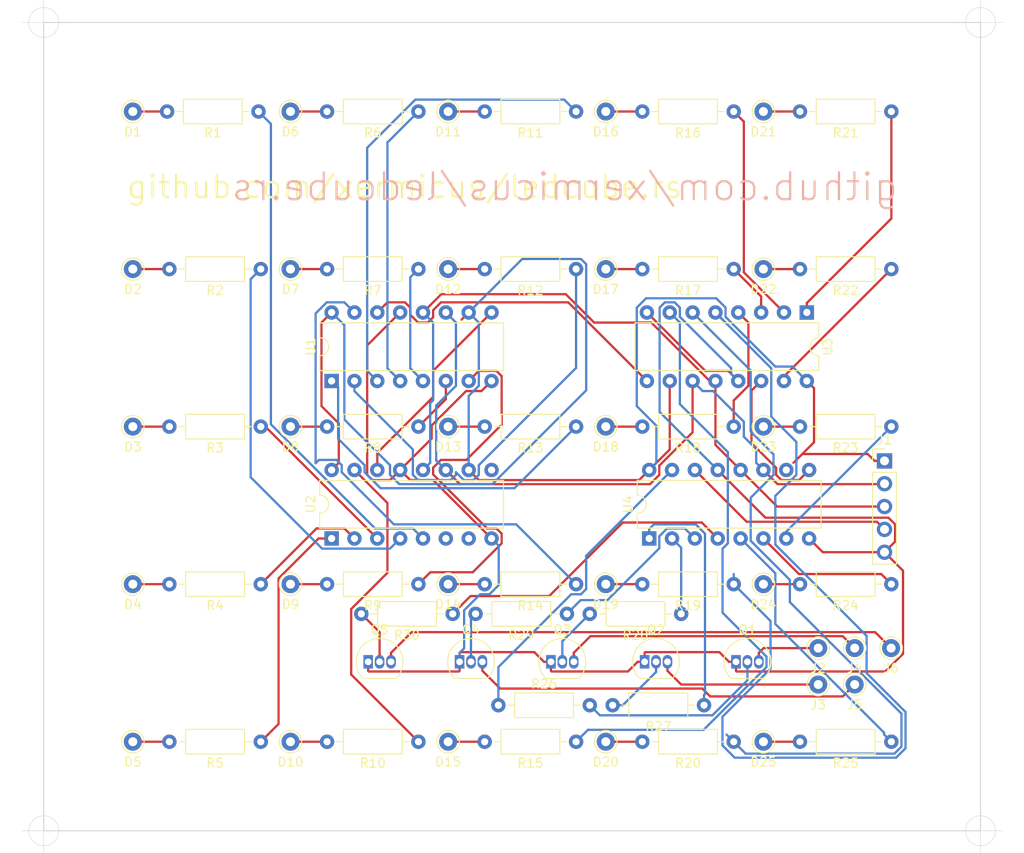
<source format=kicad_pcb>
(kicad_pcb (version 20171130) (host pcbnew 5.1.5+dfsg1-2build2)

  (general
    (thickness 1.6)
    (drawings 10)
    (tracks 454)
    (zones 0)
    (modules 74)
    (nets 77)
  )

  (page A4)
  (layers
    (0 F.Cu signal)
    (31 B.Cu signal)
    (32 B.Adhes user)
    (33 F.Adhes user)
    (34 B.Paste user)
    (35 F.Paste user)
    (36 B.SilkS user)
    (37 F.SilkS user)
    (38 B.Mask user)
    (39 F.Mask user)
    (40 Dwgs.User user)
    (41 Cmts.User user)
    (42 Eco1.User user)
    (43 Eco2.User user)
    (44 Edge.Cuts user)
    (45 Margin user)
    (46 B.CrtYd user)
    (47 F.CrtYd user)
    (48 B.Fab user)
    (49 F.Fab user)
  )

  (setup
    (last_trace_width 0.25)
    (trace_clearance 0.2)
    (zone_clearance 0.508)
    (zone_45_only no)
    (trace_min 0.2)
    (via_size 0.8)
    (via_drill 0.4)
    (via_min_size 0.4)
    (via_min_drill 0.3)
    (uvia_size 0.3)
    (uvia_drill 0.1)
    (uvias_allowed no)
    (uvia_min_size 0.2)
    (uvia_min_drill 0.1)
    (edge_width 0.05)
    (segment_width 0.2)
    (pcb_text_width 0.3)
    (pcb_text_size 1.5 1.5)
    (mod_edge_width 0.12)
    (mod_text_size 1 1)
    (mod_text_width 0.15)
    (pad_size 1.524 1.524)
    (pad_drill 0.762)
    (pad_to_mask_clearance 0)
    (aux_axis_origin 0 0)
    (visible_elements FFFFFF7F)
    (pcbplotparams
      (layerselection 0x010fc_ffffffff)
      (usegerberextensions false)
      (usegerberattributes true)
      (usegerberadvancedattributes true)
      (creategerberjobfile true)
      (excludeedgelayer true)
      (linewidth 0.100000)
      (plotframeref false)
      (viasonmask false)
      (mode 1)
      (useauxorigin false)
      (hpglpennumber 1)
      (hpglpenspeed 20)
      (hpglpendiameter 15.000000)
      (psnegative false)
      (psa4output false)
      (plotreference true)
      (plotvalue true)
      (plotinvisibletext false)
      (padsonsilk false)
      (subtractmaskfromsilk false)
      (outputformat 1)
      (mirror false)
      (drillshape 1)
      (scaleselection 1)
      (outputdirectory ""))
  )

  (net 0 "")
  (net 1 "Net-(D1-Pad1)")
  (net 2 "Net-(D2-Pad1)")
  (net 3 "Net-(D3-Pad1)")
  (net 4 "Net-(D4-Pad1)")
  (net 5 "Net-(D5-Pad1)")
  (net 6 "Net-(D6-Pad1)")
  (net 7 "Net-(D7-Pad1)")
  (net 8 "Net-(D8-Pad1)")
  (net 9 "Net-(D9-Pad1)")
  (net 10 "Net-(D10-Pad1)")
  (net 11 "Net-(D11-Pad1)")
  (net 12 "Net-(D12-Pad1)")
  (net 13 "Net-(D13-Pad1)")
  (net 14 "Net-(D14-Pad1)")
  (net 15 "Net-(D15-Pad1)")
  (net 16 "Net-(D16-Pad1)")
  (net 17 "Net-(D17-Pad1)")
  (net 18 "Net-(D18-Pad1)")
  (net 19 "Net-(D19-Pad1)")
  (net 20 "Net-(D20-Pad1)")
  (net 21 "Net-(D21-Pad1)")
  (net 22 "Net-(D22-Pad1)")
  (net 23 "Net-(D23-Pad1)")
  (net 24 "Net-(D24-Pad1)")
  (net 25 "Net-(D25-Pad1)")
  (net 26 GND)
  (net 27 /A12)
  (net 28 /A4)
  (net 29 /A0)
  (net 30 +5V)
  (net 31 /U4_A)
  (net 32 /U4_B)
  (net 33 /U4_C)
  (net 34 /U4_D)
  (net 35 /U4_E)
  (net 36 /U2_F)
  (net 37 /U2_E)
  (net 38 /U2_D)
  (net 39 /U2_C)
  (net 40 /U2_B)
  (net 41 /U1_E)
  (net 42 /U1_F)
  (net 43 /U1_G)
  (net 44 /U1_H)
  (net 45 /U2_A)
  (net 46 /U1_D)
  (net 47 /U1_C)
  (net 48 /U1_B)
  (net 49 /U1_A)
  (net 50 /U3_H)
  (net 51 /U3_C)
  (net 52 /U3_D)
  (net 53 /U3_E)
  (net 54 /U3_F)
  (net 55 /U3_G)
  (net 56 /U3_B)
  (net 57 /U3_A)
  (net 58 /U4_H)
  (net 59 /U4_G)
  (net 60 /U4_F)
  (net 61 /U3_HH)
  (net 62 /U1_HH)
  (net 63 "Net-(U2-Pad7)")
  (net 64 "Net-(U2-Pad6)")
  (net 65 "Net-(U2-Pad9)")
  (net 66 /U4_HH)
  (net 67 "Net-(J2-Pad1)")
  (net 68 "Net-(J3-Pad1)")
  (net 69 "Net-(J4-Pad1)")
  (net 70 "Net-(J5-Pad1)")
  (net 71 "Net-(J6-Pad1)")
  (net 72 "Net-(Q1-Pad2)")
  (net 73 "Net-(Q2-Pad2)")
  (net 74 "Net-(Q3-Pad2)")
  (net 75 "Net-(Q4-Pad2)")
  (net 76 "Net-(Q5-Pad2)")

  (net_class Default "This is the default net class."
    (clearance 0.2)
    (trace_width 0.25)
    (via_dia 0.8)
    (via_drill 0.4)
    (uvia_dia 0.3)
    (uvia_drill 0.1)
    (add_net +5V)
    (add_net /A0)
    (add_net /A12)
    (add_net /A4)
    (add_net /U1_A)
    (add_net /U1_B)
    (add_net /U1_C)
    (add_net /U1_D)
    (add_net /U1_E)
    (add_net /U1_F)
    (add_net /U1_G)
    (add_net /U1_H)
    (add_net /U1_HH)
    (add_net /U2_A)
    (add_net /U2_B)
    (add_net /U2_C)
    (add_net /U2_D)
    (add_net /U2_E)
    (add_net /U2_F)
    (add_net /U3_A)
    (add_net /U3_B)
    (add_net /U3_C)
    (add_net /U3_D)
    (add_net /U3_E)
    (add_net /U3_F)
    (add_net /U3_G)
    (add_net /U3_H)
    (add_net /U3_HH)
    (add_net /U4_A)
    (add_net /U4_B)
    (add_net /U4_C)
    (add_net /U4_D)
    (add_net /U4_E)
    (add_net /U4_F)
    (add_net /U4_G)
    (add_net /U4_H)
    (add_net /U4_HH)
    (add_net GND)
    (add_net "Net-(D1-Pad1)")
    (add_net "Net-(D10-Pad1)")
    (add_net "Net-(D11-Pad1)")
    (add_net "Net-(D12-Pad1)")
    (add_net "Net-(D13-Pad1)")
    (add_net "Net-(D14-Pad1)")
    (add_net "Net-(D15-Pad1)")
    (add_net "Net-(D16-Pad1)")
    (add_net "Net-(D17-Pad1)")
    (add_net "Net-(D18-Pad1)")
    (add_net "Net-(D19-Pad1)")
    (add_net "Net-(D2-Pad1)")
    (add_net "Net-(D20-Pad1)")
    (add_net "Net-(D21-Pad1)")
    (add_net "Net-(D22-Pad1)")
    (add_net "Net-(D23-Pad1)")
    (add_net "Net-(D24-Pad1)")
    (add_net "Net-(D25-Pad1)")
    (add_net "Net-(D3-Pad1)")
    (add_net "Net-(D4-Pad1)")
    (add_net "Net-(D5-Pad1)")
    (add_net "Net-(D6-Pad1)")
    (add_net "Net-(D7-Pad1)")
    (add_net "Net-(D8-Pad1)")
    (add_net "Net-(D9-Pad1)")
    (add_net "Net-(J2-Pad1)")
    (add_net "Net-(J3-Pad1)")
    (add_net "Net-(J4-Pad1)")
    (add_net "Net-(J5-Pad1)")
    (add_net "Net-(J6-Pad1)")
    (add_net "Net-(Q1-Pad2)")
    (add_net "Net-(Q2-Pad2)")
    (add_net "Net-(Q3-Pad2)")
    (add_net "Net-(Q4-Pad2)")
    (add_net "Net-(Q5-Pad2)")
    (add_net "Net-(U2-Pad6)")
    (add_net "Net-(U2-Pad7)")
    (add_net "Net-(U2-Pad9)")
  )

  (module MountingHole:MountingHole_2.7mm_M2.5 (layer F.Cu) (tedit 56D1B4CB) (tstamp 61126577)
    (at 254 117.602)
    (descr "Mounting Hole 2.7mm, no annular, M2.5")
    (tags "mounting hole 2.7mm no annular m2.5")
    (attr virtual)
    (fp_text reference REF** (at 0 -3.7) (layer F.SilkS) hide
      (effects (font (size 1 1) (thickness 0.15)))
    )
    (fp_text value MountingHole_2.7mm_M2.5 (at 0 3.7) (layer F.Fab)
      (effects (font (size 1 1) (thickness 0.15)))
    )
    (fp_circle (center 0 0) (end 2.95 0) (layer F.CrtYd) (width 0.05))
    (fp_circle (center 0 0) (end 2.7 0) (layer Cmts.User) (width 0.15))
    (fp_text user %R (at 0.3 0) (layer F.Fab)
      (effects (font (size 1 1) (thickness 0.15)))
    )
    (pad 1 np_thru_hole circle (at 0 0) (size 2.7 2.7) (drill 2.7) (layers *.Cu *.Mask))
  )

  (module MountingHole:MountingHole_2.7mm_M2.5 (layer F.Cu) (tedit 56D1B4CB) (tstamp 61126545)
    (at 160.528 117.856)
    (descr "Mounting Hole 2.7mm, no annular, M2.5")
    (tags "mounting hole 2.7mm no annular m2.5")
    (attr virtual)
    (fp_text reference REF** (at 0 -3.7) (layer F.SilkS) hide
      (effects (font (size 1 1) (thickness 0.15)))
    )
    (fp_text value MountingHole_2.7mm_M2.5 (at 0 3.7) (layer F.Fab)
      (effects (font (size 1 1) (thickness 0.15)))
    )
    (fp_circle (center 0 0) (end 2.95 0) (layer F.CrtYd) (width 0.05))
    (fp_circle (center 0 0) (end 2.7 0) (layer Cmts.User) (width 0.15))
    (fp_text user %R (at 0.3 0) (layer F.Fab)
      (effects (font (size 1 1) (thickness 0.15)))
    )
    (pad 1 np_thru_hole circle (at 0 0) (size 2.7 2.7) (drill 2.7) (layers *.Cu *.Mask))
  )

  (module MountingHole:MountingHole_2.7mm_M2.5 (layer F.Cu) (tedit 56D1B4CB) (tstamp 611264F7)
    (at 160.528 38.608)
    (descr "Mounting Hole 2.7mm, no annular, M2.5")
    (tags "mounting hole 2.7mm no annular m2.5")
    (attr virtual)
    (fp_text reference REF** (at 0 -3.7) (layer F.SilkS) hide
      (effects (font (size 1 1) (thickness 0.15)))
    )
    (fp_text value MountingHole_2.7mm_M2.5 (at 0 3.7) (layer F.Fab)
      (effects (font (size 1 1) (thickness 0.15)))
    )
    (fp_circle (center 0 0) (end 2.95 0) (layer F.CrtYd) (width 0.05))
    (fp_circle (center 0 0) (end 2.7 0) (layer Cmts.User) (width 0.15))
    (fp_text user %R (at 0.3 0) (layer F.Fab)
      (effects (font (size 1 1) (thickness 0.15)))
    )
    (pad 1 np_thru_hole circle (at 0 0) (size 2.7 2.7) (drill 2.7) (layers *.Cu *.Mask))
  )

  (module MountingHole:MountingHole_2.7mm_M2.5 (layer F.Cu) (tedit 56D1B4CB) (tstamp 611263D9)
    (at 254 38.608)
    (descr "Mounting Hole 2.7mm, no annular, M2.5")
    (tags "mounting hole 2.7mm no annular m2.5")
    (attr virtual)
    (fp_text reference REF** (at 0 -3.7) (layer F.SilkS) hide
      (effects (font (size 1 1) (thickness 0.15)))
    )
    (fp_text value MountingHole_2.7mm_M2.5 (at 0 3.7) (layer F.Fab)
      (effects (font (size 1 1) (thickness 0.15)))
    )
    (fp_circle (center 0 0) (end 2.95 0) (layer F.CrtYd) (width 0.05))
    (fp_circle (center 0 0) (end 2.7 0) (layer Cmts.User) (width 0.15))
    (fp_text user %R (at 0.3 0) (layer F.Fab)
      (effects (font (size 1 1) (thickness 0.15)))
    )
    (pad 1 np_thru_hole circle (at 0 0) (size 2.7 2.7) (drill 2.7) (layers *.Cu *.Mask))
  )

  (module Resistor_THT:R_Axial_DIN0207_L6.3mm_D2.5mm_P10.16mm_Horizontal (layer F.Cu) (tedit 5AE5139B) (tstamp 611253E0)
    (at 200.66 99.06 180)
    (descr "Resistor, Axial_DIN0207 series, Axial, Horizontal, pin pitch=10.16mm, 0.25W = 1/4W, length*diameter=6.3*2.5mm^2, http://cdn-reichelt.de/documents/datenblatt/B400/1_4W%23YAG.pdf")
    (tags "Resistor Axial_DIN0207 series Axial Horizontal pin pitch 10.16mm 0.25W = 1/4W length 6.3mm diameter 2.5mm")
    (path /61172EF5)
    (fp_text reference R30 (at 5.08 -2.37) (layer F.SilkS)
      (effects (font (size 1 1) (thickness 0.15)))
    )
    (fp_text value 510 (at 5.08 2.37) (layer F.Fab)
      (effects (font (size 1 1) (thickness 0.15)))
    )
    (fp_text user %R (at 5.08 0) (layer F.Fab)
      (effects (font (size 1 1) (thickness 0.15)))
    )
    (fp_line (start 11.21 -1.5) (end -1.05 -1.5) (layer F.CrtYd) (width 0.05))
    (fp_line (start 11.21 1.5) (end 11.21 -1.5) (layer F.CrtYd) (width 0.05))
    (fp_line (start -1.05 1.5) (end 11.21 1.5) (layer F.CrtYd) (width 0.05))
    (fp_line (start -1.05 -1.5) (end -1.05 1.5) (layer F.CrtYd) (width 0.05))
    (fp_line (start 9.12 0) (end 8.35 0) (layer F.SilkS) (width 0.12))
    (fp_line (start 1.04 0) (end 1.81 0) (layer F.SilkS) (width 0.12))
    (fp_line (start 8.35 -1.37) (end 1.81 -1.37) (layer F.SilkS) (width 0.12))
    (fp_line (start 8.35 1.37) (end 8.35 -1.37) (layer F.SilkS) (width 0.12))
    (fp_line (start 1.81 1.37) (end 8.35 1.37) (layer F.SilkS) (width 0.12))
    (fp_line (start 1.81 -1.37) (end 1.81 1.37) (layer F.SilkS) (width 0.12))
    (fp_line (start 10.16 0) (end 8.23 0) (layer F.Fab) (width 0.1))
    (fp_line (start 0 0) (end 1.93 0) (layer F.Fab) (width 0.1))
    (fp_line (start 8.23 -1.25) (end 1.93 -1.25) (layer F.Fab) (width 0.1))
    (fp_line (start 8.23 1.25) (end 8.23 -1.25) (layer F.Fab) (width 0.1))
    (fp_line (start 1.93 1.25) (end 8.23 1.25) (layer F.Fab) (width 0.1))
    (fp_line (start 1.93 -1.25) (end 1.93 1.25) (layer F.Fab) (width 0.1))
    (pad 2 thru_hole oval (at 10.16 0 180) (size 1.6 1.6) (drill 0.8) (layers *.Cu *.Mask)
      (net 76 "Net-(Q5-Pad2)"))
    (pad 1 thru_hole circle (at 0 0 180) (size 1.6 1.6) (drill 0.8) (layers *.Cu *.Mask)
      (net 35 /U4_E))
    (model ${KISYS3DMOD}/Resistor_THT.3dshapes/R_Axial_DIN0207_L6.3mm_D2.5mm_P10.16mm_Horizontal.wrl
      (at (xyz 0 0 0))
      (scale (xyz 1 1 1))
      (rotate (xyz 0 0 0))
    )
  )

  (module Resistor_THT:R_Axial_DIN0207_L6.3mm_D2.5mm_P10.16mm_Horizontal (layer F.Cu) (tedit 5AE5139B) (tstamp 611253C9)
    (at 213.36 99.06 180)
    (descr "Resistor, Axial_DIN0207 series, Axial, Horizontal, pin pitch=10.16mm, 0.25W = 1/4W, length*diameter=6.3*2.5mm^2, http://cdn-reichelt.de/documents/datenblatt/B400/1_4W%23YAG.pdf")
    (tags "Resistor Axial_DIN0207 series Axial Horizontal pin pitch 10.16mm 0.25W = 1/4W length 6.3mm diameter 2.5mm")
    (path /611727CC)
    (fp_text reference R29 (at 5.08 -2.37) (layer F.SilkS)
      (effects (font (size 1 1) (thickness 0.15)))
    )
    (fp_text value 510 (at 5.08 2.37) (layer F.Fab)
      (effects (font (size 1 1) (thickness 0.15)))
    )
    (fp_text user %R (at 5.08 0) (layer F.Fab)
      (effects (font (size 1 1) (thickness 0.15)))
    )
    (fp_line (start 11.21 -1.5) (end -1.05 -1.5) (layer F.CrtYd) (width 0.05))
    (fp_line (start 11.21 1.5) (end 11.21 -1.5) (layer F.CrtYd) (width 0.05))
    (fp_line (start -1.05 1.5) (end 11.21 1.5) (layer F.CrtYd) (width 0.05))
    (fp_line (start -1.05 -1.5) (end -1.05 1.5) (layer F.CrtYd) (width 0.05))
    (fp_line (start 9.12 0) (end 8.35 0) (layer F.SilkS) (width 0.12))
    (fp_line (start 1.04 0) (end 1.81 0) (layer F.SilkS) (width 0.12))
    (fp_line (start 8.35 -1.37) (end 1.81 -1.37) (layer F.SilkS) (width 0.12))
    (fp_line (start 8.35 1.37) (end 8.35 -1.37) (layer F.SilkS) (width 0.12))
    (fp_line (start 1.81 1.37) (end 8.35 1.37) (layer F.SilkS) (width 0.12))
    (fp_line (start 1.81 -1.37) (end 1.81 1.37) (layer F.SilkS) (width 0.12))
    (fp_line (start 10.16 0) (end 8.23 0) (layer F.Fab) (width 0.1))
    (fp_line (start 0 0) (end 1.93 0) (layer F.Fab) (width 0.1))
    (fp_line (start 8.23 -1.25) (end 1.93 -1.25) (layer F.Fab) (width 0.1))
    (fp_line (start 8.23 1.25) (end 8.23 -1.25) (layer F.Fab) (width 0.1))
    (fp_line (start 1.93 1.25) (end 8.23 1.25) (layer F.Fab) (width 0.1))
    (fp_line (start 1.93 -1.25) (end 1.93 1.25) (layer F.Fab) (width 0.1))
    (pad 2 thru_hole oval (at 10.16 0 180) (size 1.6 1.6) (drill 0.8) (layers *.Cu *.Mask)
      (net 75 "Net-(Q4-Pad2)"))
    (pad 1 thru_hole circle (at 0 0 180) (size 1.6 1.6) (drill 0.8) (layers *.Cu *.Mask)
      (net 34 /U4_D))
    (model ${KISYS3DMOD}/Resistor_THT.3dshapes/R_Axial_DIN0207_L6.3mm_D2.5mm_P10.16mm_Horizontal.wrl
      (at (xyz 0 0 0))
      (scale (xyz 1 1 1))
      (rotate (xyz 0 0 0))
    )
  )

  (module Resistor_THT:R_Axial_DIN0207_L6.3mm_D2.5mm_P10.16mm_Horizontal (layer F.Cu) (tedit 5AE5139B) (tstamp 611253B2)
    (at 226.06 99.06 180)
    (descr "Resistor, Axial_DIN0207 series, Axial, Horizontal, pin pitch=10.16mm, 0.25W = 1/4W, length*diameter=6.3*2.5mm^2, http://cdn-reichelt.de/documents/datenblatt/B400/1_4W%23YAG.pdf")
    (tags "Resistor Axial_DIN0207 series Axial Horizontal pin pitch 10.16mm 0.25W = 1/4W length 6.3mm diameter 2.5mm")
    (path /6117195B)
    (fp_text reference R28 (at 5.08 -2.37) (layer F.SilkS)
      (effects (font (size 1 1) (thickness 0.15)))
    )
    (fp_text value 510 (at 5.08 2.37) (layer F.Fab)
      (effects (font (size 1 1) (thickness 0.15)))
    )
    (fp_text user %R (at 5.08 0) (layer F.Fab)
      (effects (font (size 1 1) (thickness 0.15)))
    )
    (fp_line (start 11.21 -1.5) (end -1.05 -1.5) (layer F.CrtYd) (width 0.05))
    (fp_line (start 11.21 1.5) (end 11.21 -1.5) (layer F.CrtYd) (width 0.05))
    (fp_line (start -1.05 1.5) (end 11.21 1.5) (layer F.CrtYd) (width 0.05))
    (fp_line (start -1.05 -1.5) (end -1.05 1.5) (layer F.CrtYd) (width 0.05))
    (fp_line (start 9.12 0) (end 8.35 0) (layer F.SilkS) (width 0.12))
    (fp_line (start 1.04 0) (end 1.81 0) (layer F.SilkS) (width 0.12))
    (fp_line (start 8.35 -1.37) (end 1.81 -1.37) (layer F.SilkS) (width 0.12))
    (fp_line (start 8.35 1.37) (end 8.35 -1.37) (layer F.SilkS) (width 0.12))
    (fp_line (start 1.81 1.37) (end 8.35 1.37) (layer F.SilkS) (width 0.12))
    (fp_line (start 1.81 -1.37) (end 1.81 1.37) (layer F.SilkS) (width 0.12))
    (fp_line (start 10.16 0) (end 8.23 0) (layer F.Fab) (width 0.1))
    (fp_line (start 0 0) (end 1.93 0) (layer F.Fab) (width 0.1))
    (fp_line (start 8.23 -1.25) (end 1.93 -1.25) (layer F.Fab) (width 0.1))
    (fp_line (start 8.23 1.25) (end 8.23 -1.25) (layer F.Fab) (width 0.1))
    (fp_line (start 1.93 1.25) (end 8.23 1.25) (layer F.Fab) (width 0.1))
    (fp_line (start 1.93 -1.25) (end 1.93 1.25) (layer F.Fab) (width 0.1))
    (pad 2 thru_hole oval (at 10.16 0 180) (size 1.6 1.6) (drill 0.8) (layers *.Cu *.Mask)
      (net 74 "Net-(Q3-Pad2)"))
    (pad 1 thru_hole circle (at 0 0 180) (size 1.6 1.6) (drill 0.8) (layers *.Cu *.Mask)
      (net 33 /U4_C))
    (model ${KISYS3DMOD}/Resistor_THT.3dshapes/R_Axial_DIN0207_L6.3mm_D2.5mm_P10.16mm_Horizontal.wrl
      (at (xyz 0 0 0))
      (scale (xyz 1 1 1))
      (rotate (xyz 0 0 0))
    )
  )

  (module Resistor_THT:R_Axial_DIN0207_L6.3mm_D2.5mm_P10.16mm_Horizontal (layer F.Cu) (tedit 5AE5139B) (tstamp 61125A0F)
    (at 228.6 109.22 180)
    (descr "Resistor, Axial_DIN0207 series, Axial, Horizontal, pin pitch=10.16mm, 0.25W = 1/4W, length*diameter=6.3*2.5mm^2, http://cdn-reichelt.de/documents/datenblatt/B400/1_4W%23YAG.pdf")
    (tags "Resistor Axial_DIN0207 series Axial Horizontal pin pitch 10.16mm 0.25W = 1/4W length 6.3mm diameter 2.5mm")
    (path /61171FE9)
    (fp_text reference R27 (at 5.08 -2.37) (layer F.SilkS)
      (effects (font (size 1 1) (thickness 0.15)))
    )
    (fp_text value 510 (at 5.08 2.37) (layer F.Fab)
      (effects (font (size 1 1) (thickness 0.15)))
    )
    (fp_text user %R (at 5.08 0) (layer F.Fab)
      (effects (font (size 1 1) (thickness 0.15)))
    )
    (fp_line (start 11.21 -1.5) (end -1.05 -1.5) (layer F.CrtYd) (width 0.05))
    (fp_line (start 11.21 1.5) (end 11.21 -1.5) (layer F.CrtYd) (width 0.05))
    (fp_line (start -1.05 1.5) (end 11.21 1.5) (layer F.CrtYd) (width 0.05))
    (fp_line (start -1.05 -1.5) (end -1.05 1.5) (layer F.CrtYd) (width 0.05))
    (fp_line (start 9.12 0) (end 8.35 0) (layer F.SilkS) (width 0.12))
    (fp_line (start 1.04 0) (end 1.81 0) (layer F.SilkS) (width 0.12))
    (fp_line (start 8.35 -1.37) (end 1.81 -1.37) (layer F.SilkS) (width 0.12))
    (fp_line (start 8.35 1.37) (end 8.35 -1.37) (layer F.SilkS) (width 0.12))
    (fp_line (start 1.81 1.37) (end 8.35 1.37) (layer F.SilkS) (width 0.12))
    (fp_line (start 1.81 -1.37) (end 1.81 1.37) (layer F.SilkS) (width 0.12))
    (fp_line (start 10.16 0) (end 8.23 0) (layer F.Fab) (width 0.1))
    (fp_line (start 0 0) (end 1.93 0) (layer F.Fab) (width 0.1))
    (fp_line (start 8.23 -1.25) (end 1.93 -1.25) (layer F.Fab) (width 0.1))
    (fp_line (start 8.23 1.25) (end 8.23 -1.25) (layer F.Fab) (width 0.1))
    (fp_line (start 1.93 1.25) (end 8.23 1.25) (layer F.Fab) (width 0.1))
    (fp_line (start 1.93 -1.25) (end 1.93 1.25) (layer F.Fab) (width 0.1))
    (pad 2 thru_hole oval (at 10.16 0 180) (size 1.6 1.6) (drill 0.8) (layers *.Cu *.Mask)
      (net 73 "Net-(Q2-Pad2)"))
    (pad 1 thru_hole circle (at 0 0 180) (size 1.6 1.6) (drill 0.8) (layers *.Cu *.Mask)
      (net 32 /U4_B))
    (model ${KISYS3DMOD}/Resistor_THT.3dshapes/R_Axial_DIN0207_L6.3mm_D2.5mm_P10.16mm_Horizontal.wrl
      (at (xyz 0 0 0))
      (scale (xyz 1 1 1))
      (rotate (xyz 0 0 0))
    )
  )

  (module Resistor_THT:R_Axial_DIN0207_L6.3mm_D2.5mm_P10.16mm_Horizontal (layer F.Cu) (tedit 5AE5139B) (tstamp 61125384)
    (at 205.74 109.22)
    (descr "Resistor, Axial_DIN0207 series, Axial, Horizontal, pin pitch=10.16mm, 0.25W = 1/4W, length*diameter=6.3*2.5mm^2, http://cdn-reichelt.de/documents/datenblatt/B400/1_4W%23YAG.pdf")
    (tags "Resistor Axial_DIN0207 series Axial Horizontal pin pitch 10.16mm 0.25W = 1/4W length 6.3mm diameter 2.5mm")
    (path /6115B9FB)
    (fp_text reference R26 (at 5.08 -2.37) (layer F.SilkS)
      (effects (font (size 1 1) (thickness 0.15)))
    )
    (fp_text value 510 (at 5.08 2.37) (layer F.Fab)
      (effects (font (size 1 1) (thickness 0.15)))
    )
    (fp_text user %R (at 5.08 0) (layer F.Fab)
      (effects (font (size 1 1) (thickness 0.15)))
    )
    (fp_line (start 11.21 -1.5) (end -1.05 -1.5) (layer F.CrtYd) (width 0.05))
    (fp_line (start 11.21 1.5) (end 11.21 -1.5) (layer F.CrtYd) (width 0.05))
    (fp_line (start -1.05 1.5) (end 11.21 1.5) (layer F.CrtYd) (width 0.05))
    (fp_line (start -1.05 -1.5) (end -1.05 1.5) (layer F.CrtYd) (width 0.05))
    (fp_line (start 9.12 0) (end 8.35 0) (layer F.SilkS) (width 0.12))
    (fp_line (start 1.04 0) (end 1.81 0) (layer F.SilkS) (width 0.12))
    (fp_line (start 8.35 -1.37) (end 1.81 -1.37) (layer F.SilkS) (width 0.12))
    (fp_line (start 8.35 1.37) (end 8.35 -1.37) (layer F.SilkS) (width 0.12))
    (fp_line (start 1.81 1.37) (end 8.35 1.37) (layer F.SilkS) (width 0.12))
    (fp_line (start 1.81 -1.37) (end 1.81 1.37) (layer F.SilkS) (width 0.12))
    (fp_line (start 10.16 0) (end 8.23 0) (layer F.Fab) (width 0.1))
    (fp_line (start 0 0) (end 1.93 0) (layer F.Fab) (width 0.1))
    (fp_line (start 8.23 -1.25) (end 1.93 -1.25) (layer F.Fab) (width 0.1))
    (fp_line (start 8.23 1.25) (end 8.23 -1.25) (layer F.Fab) (width 0.1))
    (fp_line (start 1.93 1.25) (end 8.23 1.25) (layer F.Fab) (width 0.1))
    (fp_line (start 1.93 -1.25) (end 1.93 1.25) (layer F.Fab) (width 0.1))
    (pad 2 thru_hole oval (at 10.16 0) (size 1.6 1.6) (drill 0.8) (layers *.Cu *.Mask)
      (net 72 "Net-(Q1-Pad2)"))
    (pad 1 thru_hole circle (at 0 0) (size 1.6 1.6) (drill 0.8) (layers *.Cu *.Mask)
      (net 31 /U4_A))
    (model ${KISYS3DMOD}/Resistor_THT.3dshapes/R_Axial_DIN0207_L6.3mm_D2.5mm_P10.16mm_Horizontal.wrl
      (at (xyz 0 0 0))
      (scale (xyz 1 1 1))
      (rotate (xyz 0 0 0))
    )
  )

  (module Connector_PinHeader_2.54mm:PinHeader_1x05_P2.54mm_Vertical (layer F.Cu) (tedit 59FED5CC) (tstamp 6111CB90)
    (at 248.666 82.042)
    (descr "Through hole straight pin header, 1x05, 2.54mm pitch, single row")
    (tags "Through hole pin header THT 1x05 2.54mm single row")
    (path /613CF10D)
    (fp_text reference J1 (at 0 -2.33) (layer F.SilkS)
      (effects (font (size 1 1) (thickness 0.15)))
    )
    (fp_text value Conn_01x05_MountingPin (at 0 12.49) (layer F.Fab)
      (effects (font (size 1 1) (thickness 0.15)))
    )
    (fp_text user %R (at 0 5.08 90) (layer F.Fab)
      (effects (font (size 1 1) (thickness 0.15)))
    )
    (fp_line (start 1.8 -1.8) (end -1.8 -1.8) (layer F.CrtYd) (width 0.05))
    (fp_line (start 1.8 11.95) (end 1.8 -1.8) (layer F.CrtYd) (width 0.05))
    (fp_line (start -1.8 11.95) (end 1.8 11.95) (layer F.CrtYd) (width 0.05))
    (fp_line (start -1.8 -1.8) (end -1.8 11.95) (layer F.CrtYd) (width 0.05))
    (fp_line (start -1.33 -1.33) (end 0 -1.33) (layer F.SilkS) (width 0.12))
    (fp_line (start -1.33 0) (end -1.33 -1.33) (layer F.SilkS) (width 0.12))
    (fp_line (start -1.33 1.27) (end 1.33 1.27) (layer F.SilkS) (width 0.12))
    (fp_line (start 1.33 1.27) (end 1.33 11.49) (layer F.SilkS) (width 0.12))
    (fp_line (start -1.33 1.27) (end -1.33 11.49) (layer F.SilkS) (width 0.12))
    (fp_line (start -1.33 11.49) (end 1.33 11.49) (layer F.SilkS) (width 0.12))
    (fp_line (start -1.27 -0.635) (end -0.635 -1.27) (layer F.Fab) (width 0.1))
    (fp_line (start -1.27 11.43) (end -1.27 -0.635) (layer F.Fab) (width 0.1))
    (fp_line (start 1.27 11.43) (end -1.27 11.43) (layer F.Fab) (width 0.1))
    (fp_line (start 1.27 -1.27) (end 1.27 11.43) (layer F.Fab) (width 0.1))
    (fp_line (start -0.635 -1.27) (end 1.27 -1.27) (layer F.Fab) (width 0.1))
    (pad 5 thru_hole oval (at 0 10.16) (size 1.7 1.7) (drill 1) (layers *.Cu *.Mask)
      (net 26 GND))
    (pad 4 thru_hole oval (at 0 7.62) (size 1.7 1.7) (drill 1) (layers *.Cu *.Mask)
      (net 27 /A12))
    (pad 3 thru_hole oval (at 0 5.08) (size 1.7 1.7) (drill 1) (layers *.Cu *.Mask)
      (net 28 /A4))
    (pad 2 thru_hole oval (at 0 2.54) (size 1.7 1.7) (drill 1) (layers *.Cu *.Mask)
      (net 29 /A0))
    (pad 1 thru_hole rect (at 0 0) (size 1.7 1.7) (drill 1) (layers *.Cu *.Mask)
      (net 30 +5V))
    (model ${KISYS3DMOD}/Connector_PinHeader_2.54mm.3dshapes/PinHeader_1x05_P2.54mm_Vertical.wrl
      (at (xyz 0 0 0))
      (scale (xyz 1 1 1))
      (rotate (xyz 0 0 0))
    )
  )

  (module Package_DIP:DIP-16_W7.62mm (layer F.Cu) (tedit 5A02E8C5) (tstamp 610FEA9B)
    (at 187.198 73.152 90)
    (descr "16-lead though-hole mounted DIP package, row spacing 7.62 mm (300 mils)")
    (tags "THT DIP DIL PDIP 2.54mm 7.62mm 300mil")
    (path /610E9DE8)
    (fp_text reference U1 (at 3.81 -2.33 90) (layer F.SilkS)
      (effects (font (size 1 1) (thickness 0.15)))
    )
    (fp_text value 74HC595 (at 3.81 20.11 90) (layer F.Fab)
      (effects (font (size 1 1) (thickness 0.15)))
    )
    (fp_text user %R (at 3.81 8.89 90) (layer F.Fab)
      (effects (font (size 1 1) (thickness 0.15)))
    )
    (fp_arc (start 3.81 -1.33) (end 2.81 -1.33) (angle -180) (layer F.SilkS) (width 0.12))
    (fp_line (start 1.635 -1.27) (end 6.985 -1.27) (layer F.Fab) (width 0.1))
    (fp_line (start 6.985 -1.27) (end 6.985 19.05) (layer F.Fab) (width 0.1))
    (fp_line (start 6.985 19.05) (end 0.635 19.05) (layer F.Fab) (width 0.1))
    (fp_line (start 0.635 19.05) (end 0.635 -0.27) (layer F.Fab) (width 0.1))
    (fp_line (start 0.635 -0.27) (end 1.635 -1.27) (layer F.Fab) (width 0.1))
    (fp_line (start 2.81 -1.33) (end 1.16 -1.33) (layer F.SilkS) (width 0.12))
    (fp_line (start 1.16 -1.33) (end 1.16 19.11) (layer F.SilkS) (width 0.12))
    (fp_line (start 1.16 19.11) (end 6.46 19.11) (layer F.SilkS) (width 0.12))
    (fp_line (start 6.46 19.11) (end 6.46 -1.33) (layer F.SilkS) (width 0.12))
    (fp_line (start 6.46 -1.33) (end 4.81 -1.33) (layer F.SilkS) (width 0.12))
    (fp_line (start -1.1 -1.55) (end -1.1 19.3) (layer F.CrtYd) (width 0.05))
    (fp_line (start -1.1 19.3) (end 8.7 19.3) (layer F.CrtYd) (width 0.05))
    (fp_line (start 8.7 19.3) (end 8.7 -1.55) (layer F.CrtYd) (width 0.05))
    (fp_line (start 8.7 -1.55) (end -1.1 -1.55) (layer F.CrtYd) (width 0.05))
    (pad 16 thru_hole oval (at 7.62 0 90) (size 1.6 1.6) (drill 0.8) (layers *.Cu *.Mask)
      (net 30 +5V))
    (pad 8 thru_hole oval (at 0 17.78 90) (size 1.6 1.6) (drill 0.8) (layers *.Cu *.Mask)
      (net 26 GND))
    (pad 15 thru_hole oval (at 7.62 2.54 90) (size 1.6 1.6) (drill 0.8) (layers *.Cu *.Mask)
      (net 49 /U1_A))
    (pad 7 thru_hole oval (at 0 15.24 90) (size 1.6 1.6) (drill 0.8) (layers *.Cu *.Mask)
      (net 44 /U1_H))
    (pad 14 thru_hole oval (at 7.62 5.08 90) (size 1.6 1.6) (drill 0.8) (layers *.Cu *.Mask)
      (net 61 /U3_HH))
    (pad 6 thru_hole oval (at 0 12.7 90) (size 1.6 1.6) (drill 0.8) (layers *.Cu *.Mask)
      (net 43 /U1_G))
    (pad 13 thru_hole oval (at 7.62 7.62 90) (size 1.6 1.6) (drill 0.8) (layers *.Cu *.Mask)
      (net 26 GND))
    (pad 5 thru_hole oval (at 0 10.16 90) (size 1.6 1.6) (drill 0.8) (layers *.Cu *.Mask)
      (net 42 /U1_F))
    (pad 12 thru_hole oval (at 7.62 10.16 90) (size 1.6 1.6) (drill 0.8) (layers *.Cu *.Mask)
      (net 28 /A4))
    (pad 4 thru_hole oval (at 0 7.62 90) (size 1.6 1.6) (drill 0.8) (layers *.Cu *.Mask)
      (net 41 /U1_E))
    (pad 11 thru_hole oval (at 7.62 12.7 90) (size 1.6 1.6) (drill 0.8) (layers *.Cu *.Mask)
      (net 29 /A0))
    (pad 3 thru_hole oval (at 0 5.08 90) (size 1.6 1.6) (drill 0.8) (layers *.Cu *.Mask)
      (net 46 /U1_D))
    (pad 10 thru_hole oval (at 7.62 15.24 90) (size 1.6 1.6) (drill 0.8) (layers *.Cu *.Mask)
      (net 30 +5V))
    (pad 2 thru_hole oval (at 0 2.54 90) (size 1.6 1.6) (drill 0.8) (layers *.Cu *.Mask)
      (net 47 /U1_C))
    (pad 9 thru_hole oval (at 7.62 17.78 90) (size 1.6 1.6) (drill 0.8) (layers *.Cu *.Mask)
      (net 62 /U1_HH))
    (pad 1 thru_hole rect (at 0 0 90) (size 1.6 1.6) (drill 0.8) (layers *.Cu *.Mask)
      (net 48 /U1_B))
    (model ${KISYS3DMOD}/Package_DIP.3dshapes/DIP-16_W7.62mm.wrl
      (at (xyz 0 0 0))
      (scale (xyz 1 1 1))
      (rotate (xyz 0 0 0))
    )
  )

  (module Connector_Pin:Pin_D1.0mm_L10.0mm (layer F.Cu) (tedit 5A1DC084) (tstamp 611165EE)
    (at 249.4 102.87)
    (descr "solder Pin_ diameter 1.0mm, hole diameter 1.0mm (press fit), length 10.0mm")
    (tags "solder Pin_ press fit")
    (path /611441A3)
    (fp_text reference J6 (at 0 2.25) (layer F.SilkS)
      (effects (font (size 1 1) (thickness 0.15)))
    )
    (fp_text value Conn_01x01 (at 0 -2.05) (layer F.Fab)
      (effects (font (size 1 1) (thickness 0.15)))
    )
    (fp_text user %R (at 0 2.25) (layer F.Fab)
      (effects (font (size 1 1) (thickness 0.15)))
    )
    (fp_circle (center 0 0) (end 1.5 0) (layer F.CrtYd) (width 0.05))
    (fp_circle (center 0 0) (end 0.5 0) (layer F.Fab) (width 0.12))
    (fp_circle (center 0 0) (end 1 0) (layer F.Fab) (width 0.12))
    (fp_circle (center 0 0) (end 1.25 0.05) (layer F.SilkS) (width 0.12))
    (pad 1 thru_hole circle (at 0 0) (size 2 2) (drill 1) (layers *.Cu *.Mask)
      (net 71 "Net-(J6-Pad1)"))
    (model ${KISYS3DMOD}/Connector_Pin.3dshapes/Pin_D1.0mm_L10.0mm.wrl
      (at (xyz 0 0 0))
      (scale (xyz 1 1 1))
      (rotate (xyz 0 0 0))
    )
  )

  (module Connector_Pin:Pin_D1.0mm_L10.0mm (layer F.Cu) (tedit 5A1DC084) (tstamp 611165E4)
    (at 245.35 106.92)
    (descr "solder Pin_ diameter 1.0mm, hole diameter 1.0mm (press fit), length 10.0mm")
    (tags "solder Pin_ press fit")
    (path /61143AA4)
    (fp_text reference J5 (at 0 2.25) (layer F.SilkS)
      (effects (font (size 1 1) (thickness 0.15)))
    )
    (fp_text value Conn_01x01 (at 0 -2.05) (layer F.Fab)
      (effects (font (size 1 1) (thickness 0.15)))
    )
    (fp_text user %R (at 0 2.25) (layer F.Fab)
      (effects (font (size 1 1) (thickness 0.15)))
    )
    (fp_circle (center 0 0) (end 1.5 0) (layer F.CrtYd) (width 0.05))
    (fp_circle (center 0 0) (end 0.5 0) (layer F.Fab) (width 0.12))
    (fp_circle (center 0 0) (end 1 0) (layer F.Fab) (width 0.12))
    (fp_circle (center 0 0) (end 1.25 0.05) (layer F.SilkS) (width 0.12))
    (pad 1 thru_hole circle (at 0 0) (size 2 2) (drill 1) (layers *.Cu *.Mask)
      (net 70 "Net-(J5-Pad1)"))
    (model ${KISYS3DMOD}/Connector_Pin.3dshapes/Pin_D1.0mm_L10.0mm.wrl
      (at (xyz 0 0 0))
      (scale (xyz 1 1 1))
      (rotate (xyz 0 0 0))
    )
  )

  (module Connector_Pin:Pin_D1.0mm_L10.0mm (layer F.Cu) (tedit 5A1DC084) (tstamp 611165DA)
    (at 245.35 102.87)
    (descr "solder Pin_ diameter 1.0mm, hole diameter 1.0mm (press fit), length 10.0mm")
    (tags "solder Pin_ press fit")
    (path /61143492)
    (fp_text reference J4 (at 0 2.25) (layer F.SilkS)
      (effects (font (size 1 1) (thickness 0.15)))
    )
    (fp_text value Conn_01x01 (at 0 -2.05) (layer F.Fab)
      (effects (font (size 1 1) (thickness 0.15)))
    )
    (fp_text user %R (at 0 2.25) (layer F.Fab)
      (effects (font (size 1 1) (thickness 0.15)))
    )
    (fp_circle (center 0 0) (end 1.5 0) (layer F.CrtYd) (width 0.05))
    (fp_circle (center 0 0) (end 0.5 0) (layer F.Fab) (width 0.12))
    (fp_circle (center 0 0) (end 1 0) (layer F.Fab) (width 0.12))
    (fp_circle (center 0 0) (end 1.25 0.05) (layer F.SilkS) (width 0.12))
    (pad 1 thru_hole circle (at 0 0) (size 2 2) (drill 1) (layers *.Cu *.Mask)
      (net 69 "Net-(J4-Pad1)"))
    (model ${KISYS3DMOD}/Connector_Pin.3dshapes/Pin_D1.0mm_L10.0mm.wrl
      (at (xyz 0 0 0))
      (scale (xyz 1 1 1))
      (rotate (xyz 0 0 0))
    )
  )

  (module Connector_Pin:Pin_D1.0mm_L10.0mm (layer F.Cu) (tedit 5A1DC084) (tstamp 611165D0)
    (at 241.3 106.92)
    (descr "solder Pin_ diameter 1.0mm, hole diameter 1.0mm (press fit), length 10.0mm")
    (tags "solder Pin_ press fit")
    (path /61142E71)
    (fp_text reference J3 (at 0 2.25) (layer F.SilkS)
      (effects (font (size 1 1) (thickness 0.15)))
    )
    (fp_text value Conn_01x01 (at 0 -2.05) (layer F.Fab)
      (effects (font (size 1 1) (thickness 0.15)))
    )
    (fp_text user %R (at 0 2.25) (layer F.Fab)
      (effects (font (size 1 1) (thickness 0.15)))
    )
    (fp_circle (center 0 0) (end 1.5 0) (layer F.CrtYd) (width 0.05))
    (fp_circle (center 0 0) (end 0.5 0) (layer F.Fab) (width 0.12))
    (fp_circle (center 0 0) (end 1 0) (layer F.Fab) (width 0.12))
    (fp_circle (center 0 0) (end 1.25 0.05) (layer F.SilkS) (width 0.12))
    (pad 1 thru_hole circle (at 0 0) (size 2 2) (drill 1) (layers *.Cu *.Mask)
      (net 68 "Net-(J3-Pad1)"))
    (model ${KISYS3DMOD}/Connector_Pin.3dshapes/Pin_D1.0mm_L10.0mm.wrl
      (at (xyz 0 0 0))
      (scale (xyz 1 1 1))
      (rotate (xyz 0 0 0))
    )
  )

  (module Connector_Pin:Pin_D1.0mm_L10.0mm (layer F.Cu) (tedit 5A1DC084) (tstamp 61116C47)
    (at 241.3 102.87)
    (descr "solder Pin_ diameter 1.0mm, hole diameter 1.0mm (press fit), length 10.0mm")
    (tags "solder Pin_ press fit")
    (path /611412CA)
    (fp_text reference J2 (at 0 2.25) (layer F.SilkS)
      (effects (font (size 1 1) (thickness 0.15)))
    )
    (fp_text value Conn_01x01 (at 0 -2.05) (layer F.Fab)
      (effects (font (size 1 1) (thickness 0.15)))
    )
    (fp_text user %R (at 0 2.25) (layer F.Fab)
      (effects (font (size 1 1) (thickness 0.15)))
    )
    (fp_circle (center 0 0) (end 1.5 0) (layer F.CrtYd) (width 0.05))
    (fp_circle (center 0 0) (end 0.5 0) (layer F.Fab) (width 0.12))
    (fp_circle (center 0 0) (end 1 0) (layer F.Fab) (width 0.12))
    (fp_circle (center 0 0) (end 1.25 0.05) (layer F.SilkS) (width 0.12))
    (pad 1 thru_hole circle (at 0 0) (size 2 2) (drill 1) (layers *.Cu *.Mask)
      (net 67 "Net-(J2-Pad1)"))
    (model ${KISYS3DMOD}/Connector_Pin.3dshapes/Pin_D1.0mm_L10.0mm.wrl
      (at (xyz 0 0 0))
      (scale (xyz 1 1 1))
      (rotate (xyz 0 0 0))
    )
  )

  (module Resistor_THT:R_Axial_DIN0207_L6.3mm_D2.5mm_P10.16mm_Horizontal (layer F.Cu) (tedit 5AE5139B) (tstamp 610FEA77)
    (at 249.428 113.284 180)
    (descr "Resistor, Axial_DIN0207 series, Axial, Horizontal, pin pitch=10.16mm, 0.25W = 1/4W, length*diameter=6.3*2.5mm^2, http://cdn-reichelt.de/documents/datenblatt/B400/1_4W%23YAG.pdf")
    (tags "Resistor Axial_DIN0207 series Axial Horizontal pin pitch 10.16mm 0.25W = 1/4W length 6.3mm diameter 2.5mm")
    (path /61074973)
    (fp_text reference R25 (at 5.08 -2.37) (layer F.SilkS)
      (effects (font (size 1 1) (thickness 0.15)))
    )
    (fp_text value 100R (at 5.08 2.37) (layer F.Fab)
      (effects (font (size 1 1) (thickness 0.15)))
    )
    (fp_text user %R (at 5.08 0) (layer F.Fab)
      (effects (font (size 1 1) (thickness 0.15)))
    )
    (fp_line (start 1.93 -1.25) (end 1.93 1.25) (layer F.Fab) (width 0.1))
    (fp_line (start 1.93 1.25) (end 8.23 1.25) (layer F.Fab) (width 0.1))
    (fp_line (start 8.23 1.25) (end 8.23 -1.25) (layer F.Fab) (width 0.1))
    (fp_line (start 8.23 -1.25) (end 1.93 -1.25) (layer F.Fab) (width 0.1))
    (fp_line (start 0 0) (end 1.93 0) (layer F.Fab) (width 0.1))
    (fp_line (start 10.16 0) (end 8.23 0) (layer F.Fab) (width 0.1))
    (fp_line (start 1.81 -1.37) (end 1.81 1.37) (layer F.SilkS) (width 0.12))
    (fp_line (start 1.81 1.37) (end 8.35 1.37) (layer F.SilkS) (width 0.12))
    (fp_line (start 8.35 1.37) (end 8.35 -1.37) (layer F.SilkS) (width 0.12))
    (fp_line (start 8.35 -1.37) (end 1.81 -1.37) (layer F.SilkS) (width 0.12))
    (fp_line (start 1.04 0) (end 1.81 0) (layer F.SilkS) (width 0.12))
    (fp_line (start 9.12 0) (end 8.35 0) (layer F.SilkS) (width 0.12))
    (fp_line (start -1.05 -1.5) (end -1.05 1.5) (layer F.CrtYd) (width 0.05))
    (fp_line (start -1.05 1.5) (end 11.21 1.5) (layer F.CrtYd) (width 0.05))
    (fp_line (start 11.21 1.5) (end 11.21 -1.5) (layer F.CrtYd) (width 0.05))
    (fp_line (start 11.21 -1.5) (end -1.05 -1.5) (layer F.CrtYd) (width 0.05))
    (pad 2 thru_hole oval (at 10.16 0 180) (size 1.6 1.6) (drill 0.8) (layers *.Cu *.Mask)
      (net 25 "Net-(D25-Pad1)"))
    (pad 1 thru_hole circle (at 0 0 180) (size 1.6 1.6) (drill 0.8) (layers *.Cu *.Mask)
      (net 60 /U4_F))
    (model ${KISYS3DMOD}/Resistor_THT.3dshapes/R_Axial_DIN0207_L6.3mm_D2.5mm_P10.16mm_Horizontal.wrl
      (at (xyz 0 0 0))
      (scale (xyz 1 1 1))
      (rotate (xyz 0 0 0))
    )
  )

  (module Resistor_THT:R_Axial_DIN0207_L6.3mm_D2.5mm_P10.16mm_Horizontal (layer F.Cu) (tedit 5AE5139B) (tstamp 610FEA60)
    (at 249.428 95.758 180)
    (descr "Resistor, Axial_DIN0207 series, Axial, Horizontal, pin pitch=10.16mm, 0.25W = 1/4W, length*diameter=6.3*2.5mm^2, http://cdn-reichelt.de/documents/datenblatt/B400/1_4W%23YAG.pdf")
    (tags "Resistor Axial_DIN0207 series Axial Horizontal pin pitch 10.16mm 0.25W = 1/4W length 6.3mm diameter 2.5mm")
    (path /61074657)
    (fp_text reference R24 (at 5.08 -2.37) (layer F.SilkS)
      (effects (font (size 1 1) (thickness 0.15)))
    )
    (fp_text value 100R (at 5.08 2.37) (layer F.Fab)
      (effects (font (size 1 1) (thickness 0.15)))
    )
    (fp_text user %R (at 5.08 0) (layer F.Fab)
      (effects (font (size 1 1) (thickness 0.15)))
    )
    (fp_line (start 1.93 -1.25) (end 1.93 1.25) (layer F.Fab) (width 0.1))
    (fp_line (start 1.93 1.25) (end 8.23 1.25) (layer F.Fab) (width 0.1))
    (fp_line (start 8.23 1.25) (end 8.23 -1.25) (layer F.Fab) (width 0.1))
    (fp_line (start 8.23 -1.25) (end 1.93 -1.25) (layer F.Fab) (width 0.1))
    (fp_line (start 0 0) (end 1.93 0) (layer F.Fab) (width 0.1))
    (fp_line (start 10.16 0) (end 8.23 0) (layer F.Fab) (width 0.1))
    (fp_line (start 1.81 -1.37) (end 1.81 1.37) (layer F.SilkS) (width 0.12))
    (fp_line (start 1.81 1.37) (end 8.35 1.37) (layer F.SilkS) (width 0.12))
    (fp_line (start 8.35 1.37) (end 8.35 -1.37) (layer F.SilkS) (width 0.12))
    (fp_line (start 8.35 -1.37) (end 1.81 -1.37) (layer F.SilkS) (width 0.12))
    (fp_line (start 1.04 0) (end 1.81 0) (layer F.SilkS) (width 0.12))
    (fp_line (start 9.12 0) (end 8.35 0) (layer F.SilkS) (width 0.12))
    (fp_line (start -1.05 -1.5) (end -1.05 1.5) (layer F.CrtYd) (width 0.05))
    (fp_line (start -1.05 1.5) (end 11.21 1.5) (layer F.CrtYd) (width 0.05))
    (fp_line (start 11.21 1.5) (end 11.21 -1.5) (layer F.CrtYd) (width 0.05))
    (fp_line (start 11.21 -1.5) (end -1.05 -1.5) (layer F.CrtYd) (width 0.05))
    (pad 2 thru_hole oval (at 10.16 0 180) (size 1.6 1.6) (drill 0.8) (layers *.Cu *.Mask)
      (net 24 "Net-(D24-Pad1)"))
    (pad 1 thru_hole circle (at 0 0 180) (size 1.6 1.6) (drill 0.8) (layers *.Cu *.Mask)
      (net 59 /U4_G))
    (model ${KISYS3DMOD}/Resistor_THT.3dshapes/R_Axial_DIN0207_L6.3mm_D2.5mm_P10.16mm_Horizontal.wrl
      (at (xyz 0 0 0))
      (scale (xyz 1 1 1))
      (rotate (xyz 0 0 0))
    )
  )

  (module Resistor_THT:R_Axial_DIN0207_L6.3mm_D2.5mm_P10.16mm_Horizontal (layer F.Cu) (tedit 5AE5139B) (tstamp 610FEA49)
    (at 249.428 78.232 180)
    (descr "Resistor, Axial_DIN0207 series, Axial, Horizontal, pin pitch=10.16mm, 0.25W = 1/4W, length*diameter=6.3*2.5mm^2, http://cdn-reichelt.de/documents/datenblatt/B400/1_4W%23YAG.pdf")
    (tags "Resistor Axial_DIN0207 series Axial Horizontal pin pitch 10.16mm 0.25W = 1/4W length 6.3mm diameter 2.5mm")
    (path /61076947)
    (fp_text reference R23 (at 5.08 -2.37) (layer F.SilkS)
      (effects (font (size 1 1) (thickness 0.15)))
    )
    (fp_text value 100R (at 5.08 2.37) (layer F.Fab)
      (effects (font (size 1 1) (thickness 0.15)))
    )
    (fp_text user %R (at 5.08 0) (layer F.Fab)
      (effects (font (size 1 1) (thickness 0.15)))
    )
    (fp_line (start 1.93 -1.25) (end 1.93 1.25) (layer F.Fab) (width 0.1))
    (fp_line (start 1.93 1.25) (end 8.23 1.25) (layer F.Fab) (width 0.1))
    (fp_line (start 8.23 1.25) (end 8.23 -1.25) (layer F.Fab) (width 0.1))
    (fp_line (start 8.23 -1.25) (end 1.93 -1.25) (layer F.Fab) (width 0.1))
    (fp_line (start 0 0) (end 1.93 0) (layer F.Fab) (width 0.1))
    (fp_line (start 10.16 0) (end 8.23 0) (layer F.Fab) (width 0.1))
    (fp_line (start 1.81 -1.37) (end 1.81 1.37) (layer F.SilkS) (width 0.12))
    (fp_line (start 1.81 1.37) (end 8.35 1.37) (layer F.SilkS) (width 0.12))
    (fp_line (start 8.35 1.37) (end 8.35 -1.37) (layer F.SilkS) (width 0.12))
    (fp_line (start 8.35 -1.37) (end 1.81 -1.37) (layer F.SilkS) (width 0.12))
    (fp_line (start 1.04 0) (end 1.81 0) (layer F.SilkS) (width 0.12))
    (fp_line (start 9.12 0) (end 8.35 0) (layer F.SilkS) (width 0.12))
    (fp_line (start -1.05 -1.5) (end -1.05 1.5) (layer F.CrtYd) (width 0.05))
    (fp_line (start -1.05 1.5) (end 11.21 1.5) (layer F.CrtYd) (width 0.05))
    (fp_line (start 11.21 1.5) (end 11.21 -1.5) (layer F.CrtYd) (width 0.05))
    (fp_line (start 11.21 -1.5) (end -1.05 -1.5) (layer F.CrtYd) (width 0.05))
    (pad 2 thru_hole oval (at 10.16 0 180) (size 1.6 1.6) (drill 0.8) (layers *.Cu *.Mask)
      (net 23 "Net-(D23-Pad1)"))
    (pad 1 thru_hole circle (at 0 0 180) (size 1.6 1.6) (drill 0.8) (layers *.Cu *.Mask)
      (net 58 /U4_H))
    (model ${KISYS3DMOD}/Resistor_THT.3dshapes/R_Axial_DIN0207_L6.3mm_D2.5mm_P10.16mm_Horizontal.wrl
      (at (xyz 0 0 0))
      (scale (xyz 1 1 1))
      (rotate (xyz 0 0 0))
    )
  )

  (module Resistor_THT:R_Axial_DIN0207_L6.3mm_D2.5mm_P10.16mm_Horizontal (layer F.Cu) (tedit 5AE5139B) (tstamp 610FEA32)
    (at 249.428 60.706 180)
    (descr "Resistor, Axial_DIN0207 series, Axial, Horizontal, pin pitch=10.16mm, 0.25W = 1/4W, length*diameter=6.3*2.5mm^2, http://cdn-reichelt.de/documents/datenblatt/B400/1_4W%23YAG.pdf")
    (tags "Resistor Axial_DIN0207 series Axial Horizontal pin pitch 10.16mm 0.25W = 1/4W length 6.3mm diameter 2.5mm")
    (path /61076DA5)
    (fp_text reference R22 (at 5.08 -2.37) (layer F.SilkS)
      (effects (font (size 1 1) (thickness 0.15)))
    )
    (fp_text value 100R (at 5.08 2.37) (layer F.Fab)
      (effects (font (size 1 1) (thickness 0.15)))
    )
    (fp_text user %R (at 5.08 0) (layer F.Fab)
      (effects (font (size 1 1) (thickness 0.15)))
    )
    (fp_line (start 1.93 -1.25) (end 1.93 1.25) (layer F.Fab) (width 0.1))
    (fp_line (start 1.93 1.25) (end 8.23 1.25) (layer F.Fab) (width 0.1))
    (fp_line (start 8.23 1.25) (end 8.23 -1.25) (layer F.Fab) (width 0.1))
    (fp_line (start 8.23 -1.25) (end 1.93 -1.25) (layer F.Fab) (width 0.1))
    (fp_line (start 0 0) (end 1.93 0) (layer F.Fab) (width 0.1))
    (fp_line (start 10.16 0) (end 8.23 0) (layer F.Fab) (width 0.1))
    (fp_line (start 1.81 -1.37) (end 1.81 1.37) (layer F.SilkS) (width 0.12))
    (fp_line (start 1.81 1.37) (end 8.35 1.37) (layer F.SilkS) (width 0.12))
    (fp_line (start 8.35 1.37) (end 8.35 -1.37) (layer F.SilkS) (width 0.12))
    (fp_line (start 8.35 -1.37) (end 1.81 -1.37) (layer F.SilkS) (width 0.12))
    (fp_line (start 1.04 0) (end 1.81 0) (layer F.SilkS) (width 0.12))
    (fp_line (start 9.12 0) (end 8.35 0) (layer F.SilkS) (width 0.12))
    (fp_line (start -1.05 -1.5) (end -1.05 1.5) (layer F.CrtYd) (width 0.05))
    (fp_line (start -1.05 1.5) (end 11.21 1.5) (layer F.CrtYd) (width 0.05))
    (fp_line (start 11.21 1.5) (end 11.21 -1.5) (layer F.CrtYd) (width 0.05))
    (fp_line (start 11.21 -1.5) (end -1.05 -1.5) (layer F.CrtYd) (width 0.05))
    (pad 2 thru_hole oval (at 10.16 0 180) (size 1.6 1.6) (drill 0.8) (layers *.Cu *.Mask)
      (net 22 "Net-(D22-Pad1)"))
    (pad 1 thru_hole circle (at 0 0 180) (size 1.6 1.6) (drill 0.8) (layers *.Cu *.Mask)
      (net 57 /U3_A))
    (model ${KISYS3DMOD}/Resistor_THT.3dshapes/R_Axial_DIN0207_L6.3mm_D2.5mm_P10.16mm_Horizontal.wrl
      (at (xyz 0 0 0))
      (scale (xyz 1 1 1))
      (rotate (xyz 0 0 0))
    )
  )

  (module Resistor_THT:R_Axial_DIN0207_L6.3mm_D2.5mm_P10.16mm_Horizontal (layer F.Cu) (tedit 5AE5139B) (tstamp 610FEA1B)
    (at 249.428 43.18 180)
    (descr "Resistor, Axial_DIN0207 series, Axial, Horizontal, pin pitch=10.16mm, 0.25W = 1/4W, length*diameter=6.3*2.5mm^2, http://cdn-reichelt.de/documents/datenblatt/B400/1_4W%23YAG.pdf")
    (tags "Resistor Axial_DIN0207 series Axial Horizontal pin pitch 10.16mm 0.25W = 1/4W length 6.3mm diameter 2.5mm")
    (path /61078CA0)
    (fp_text reference R21 (at 5.08 -2.37) (layer F.SilkS)
      (effects (font (size 1 1) (thickness 0.15)))
    )
    (fp_text value 100R (at 5.08 2.37) (layer F.Fab)
      (effects (font (size 1 1) (thickness 0.15)))
    )
    (fp_text user %R (at 5.08 0) (layer F.Fab)
      (effects (font (size 1 1) (thickness 0.15)))
    )
    (fp_line (start 1.93 -1.25) (end 1.93 1.25) (layer F.Fab) (width 0.1))
    (fp_line (start 1.93 1.25) (end 8.23 1.25) (layer F.Fab) (width 0.1))
    (fp_line (start 8.23 1.25) (end 8.23 -1.25) (layer F.Fab) (width 0.1))
    (fp_line (start 8.23 -1.25) (end 1.93 -1.25) (layer F.Fab) (width 0.1))
    (fp_line (start 0 0) (end 1.93 0) (layer F.Fab) (width 0.1))
    (fp_line (start 10.16 0) (end 8.23 0) (layer F.Fab) (width 0.1))
    (fp_line (start 1.81 -1.37) (end 1.81 1.37) (layer F.SilkS) (width 0.12))
    (fp_line (start 1.81 1.37) (end 8.35 1.37) (layer F.SilkS) (width 0.12))
    (fp_line (start 8.35 1.37) (end 8.35 -1.37) (layer F.SilkS) (width 0.12))
    (fp_line (start 8.35 -1.37) (end 1.81 -1.37) (layer F.SilkS) (width 0.12))
    (fp_line (start 1.04 0) (end 1.81 0) (layer F.SilkS) (width 0.12))
    (fp_line (start 9.12 0) (end 8.35 0) (layer F.SilkS) (width 0.12))
    (fp_line (start -1.05 -1.5) (end -1.05 1.5) (layer F.CrtYd) (width 0.05))
    (fp_line (start -1.05 1.5) (end 11.21 1.5) (layer F.CrtYd) (width 0.05))
    (fp_line (start 11.21 1.5) (end 11.21 -1.5) (layer F.CrtYd) (width 0.05))
    (fp_line (start 11.21 -1.5) (end -1.05 -1.5) (layer F.CrtYd) (width 0.05))
    (pad 2 thru_hole oval (at 10.16 0 180) (size 1.6 1.6) (drill 0.8) (layers *.Cu *.Mask)
      (net 21 "Net-(D21-Pad1)"))
    (pad 1 thru_hole circle (at 0 0 180) (size 1.6 1.6) (drill 0.8) (layers *.Cu *.Mask)
      (net 56 /U3_B))
    (model ${KISYS3DMOD}/Resistor_THT.3dshapes/R_Axial_DIN0207_L6.3mm_D2.5mm_P10.16mm_Horizontal.wrl
      (at (xyz 0 0 0))
      (scale (xyz 1 1 1))
      (rotate (xyz 0 0 0))
    )
  )

  (module Resistor_THT:R_Axial_DIN0207_L6.3mm_D2.5mm_P10.16mm_Horizontal (layer F.Cu) (tedit 5AE5139B) (tstamp 610FEA04)
    (at 231.902 113.284 180)
    (descr "Resistor, Axial_DIN0207 series, Axial, Horizontal, pin pitch=10.16mm, 0.25W = 1/4W, length*diameter=6.3*2.5mm^2, http://cdn-reichelt.de/documents/datenblatt/B400/1_4W%23YAG.pdf")
    (tags "Resistor Axial_DIN0207 series Axial Horizontal pin pitch 10.16mm 0.25W = 1/4W length 6.3mm diameter 2.5mm")
    (path /6106E6AA)
    (fp_text reference R20 (at 5.08 -2.37) (layer F.SilkS)
      (effects (font (size 1 1) (thickness 0.15)))
    )
    (fp_text value 100R (at 5.08 2.37) (layer F.Fab)
      (effects (font (size 1 1) (thickness 0.15)))
    )
    (fp_text user %R (at 5.08 0) (layer F.Fab)
      (effects (font (size 1 1) (thickness 0.15)))
    )
    (fp_line (start 1.93 -1.25) (end 1.93 1.25) (layer F.Fab) (width 0.1))
    (fp_line (start 1.93 1.25) (end 8.23 1.25) (layer F.Fab) (width 0.1))
    (fp_line (start 8.23 1.25) (end 8.23 -1.25) (layer F.Fab) (width 0.1))
    (fp_line (start 8.23 -1.25) (end 1.93 -1.25) (layer F.Fab) (width 0.1))
    (fp_line (start 0 0) (end 1.93 0) (layer F.Fab) (width 0.1))
    (fp_line (start 10.16 0) (end 8.23 0) (layer F.Fab) (width 0.1))
    (fp_line (start 1.81 -1.37) (end 1.81 1.37) (layer F.SilkS) (width 0.12))
    (fp_line (start 1.81 1.37) (end 8.35 1.37) (layer F.SilkS) (width 0.12))
    (fp_line (start 8.35 1.37) (end 8.35 -1.37) (layer F.SilkS) (width 0.12))
    (fp_line (start 8.35 -1.37) (end 1.81 -1.37) (layer F.SilkS) (width 0.12))
    (fp_line (start 1.04 0) (end 1.81 0) (layer F.SilkS) (width 0.12))
    (fp_line (start 9.12 0) (end 8.35 0) (layer F.SilkS) (width 0.12))
    (fp_line (start -1.05 -1.5) (end -1.05 1.5) (layer F.CrtYd) (width 0.05))
    (fp_line (start -1.05 1.5) (end 11.21 1.5) (layer F.CrtYd) (width 0.05))
    (fp_line (start 11.21 1.5) (end 11.21 -1.5) (layer F.CrtYd) (width 0.05))
    (fp_line (start 11.21 -1.5) (end -1.05 -1.5) (layer F.CrtYd) (width 0.05))
    (pad 2 thru_hole oval (at 10.16 0 180) (size 1.6 1.6) (drill 0.8) (layers *.Cu *.Mask)
      (net 20 "Net-(D20-Pad1)"))
    (pad 1 thru_hole circle (at 0 0 180) (size 1.6 1.6) (drill 0.8) (layers *.Cu *.Mask)
      (net 55 /U3_G))
    (model ${KISYS3DMOD}/Resistor_THT.3dshapes/R_Axial_DIN0207_L6.3mm_D2.5mm_P10.16mm_Horizontal.wrl
      (at (xyz 0 0 0))
      (scale (xyz 1 1 1))
      (rotate (xyz 0 0 0))
    )
  )

  (module Resistor_THT:R_Axial_DIN0207_L6.3mm_D2.5mm_P10.16mm_Horizontal (layer F.Cu) (tedit 5AE5139B) (tstamp 61102CAD)
    (at 231.902 95.758 180)
    (descr "Resistor, Axial_DIN0207 series, Axial, Horizontal, pin pitch=10.16mm, 0.25W = 1/4W, length*diameter=6.3*2.5mm^2, http://cdn-reichelt.de/documents/datenblatt/B400/1_4W%23YAG.pdf")
    (tags "Resistor Axial_DIN0207 series Axial Horizontal pin pitch 10.16mm 0.25W = 1/4W length 6.3mm diameter 2.5mm")
    (path /61074344)
    (fp_text reference R19 (at 5.08 -2.37) (layer F.SilkS)
      (effects (font (size 1 1) (thickness 0.15)))
    )
    (fp_text value 100R (at 5.08 2.37) (layer F.Fab)
      (effects (font (size 1 1) (thickness 0.15)))
    )
    (fp_text user %R (at 5.08 0) (layer F.Fab)
      (effects (font (size 1 1) (thickness 0.15)))
    )
    (fp_line (start 1.93 -1.25) (end 1.93 1.25) (layer F.Fab) (width 0.1))
    (fp_line (start 1.93 1.25) (end 8.23 1.25) (layer F.Fab) (width 0.1))
    (fp_line (start 8.23 1.25) (end 8.23 -1.25) (layer F.Fab) (width 0.1))
    (fp_line (start 8.23 -1.25) (end 1.93 -1.25) (layer F.Fab) (width 0.1))
    (fp_line (start 0 0) (end 1.93 0) (layer F.Fab) (width 0.1))
    (fp_line (start 10.16 0) (end 8.23 0) (layer F.Fab) (width 0.1))
    (fp_line (start 1.81 -1.37) (end 1.81 1.37) (layer F.SilkS) (width 0.12))
    (fp_line (start 1.81 1.37) (end 8.35 1.37) (layer F.SilkS) (width 0.12))
    (fp_line (start 8.35 1.37) (end 8.35 -1.37) (layer F.SilkS) (width 0.12))
    (fp_line (start 8.35 -1.37) (end 1.81 -1.37) (layer F.SilkS) (width 0.12))
    (fp_line (start 1.04 0) (end 1.81 0) (layer F.SilkS) (width 0.12))
    (fp_line (start 9.12 0) (end 8.35 0) (layer F.SilkS) (width 0.12))
    (fp_line (start -1.05 -1.5) (end -1.05 1.5) (layer F.CrtYd) (width 0.05))
    (fp_line (start -1.05 1.5) (end 11.21 1.5) (layer F.CrtYd) (width 0.05))
    (fp_line (start 11.21 1.5) (end 11.21 -1.5) (layer F.CrtYd) (width 0.05))
    (fp_line (start 11.21 -1.5) (end -1.05 -1.5) (layer F.CrtYd) (width 0.05))
    (pad 2 thru_hole oval (at 10.16 0 180) (size 1.6 1.6) (drill 0.8) (layers *.Cu *.Mask)
      (net 19 "Net-(D19-Pad1)"))
    (pad 1 thru_hole circle (at 0 0 180) (size 1.6 1.6) (drill 0.8) (layers *.Cu *.Mask)
      (net 54 /U3_F))
    (model ${KISYS3DMOD}/Resistor_THT.3dshapes/R_Axial_DIN0207_L6.3mm_D2.5mm_P10.16mm_Horizontal.wrl
      (at (xyz 0 0 0))
      (scale (xyz 1 1 1))
      (rotate (xyz 0 0 0))
    )
  )

  (module Resistor_THT:R_Axial_DIN0207_L6.3mm_D2.5mm_P10.16mm_Horizontal (layer F.Cu) (tedit 5AE5139B) (tstamp 61101B30)
    (at 231.902 78.232 180)
    (descr "Resistor, Axial_DIN0207 series, Axial, Horizontal, pin pitch=10.16mm, 0.25W = 1/4W, length*diameter=6.3*2.5mm^2, http://cdn-reichelt.de/documents/datenblatt/B400/1_4W%23YAG.pdf")
    (tags "Resistor Axial_DIN0207 series Axial Horizontal pin pitch 10.16mm 0.25W = 1/4W length 6.3mm diameter 2.5mm")
    (path /6107660A)
    (fp_text reference R18 (at 5.08 -2.37) (layer F.SilkS)
      (effects (font (size 1 1) (thickness 0.15)))
    )
    (fp_text value 100R (at 5.08 2.37) (layer F.Fab)
      (effects (font (size 1 1) (thickness 0.15)))
    )
    (fp_text user %R (at 5.08 0) (layer F.Fab)
      (effects (font (size 1 1) (thickness 0.15)))
    )
    (fp_line (start 1.93 -1.25) (end 1.93 1.25) (layer F.Fab) (width 0.1))
    (fp_line (start 1.93 1.25) (end 8.23 1.25) (layer F.Fab) (width 0.1))
    (fp_line (start 8.23 1.25) (end 8.23 -1.25) (layer F.Fab) (width 0.1))
    (fp_line (start 8.23 -1.25) (end 1.93 -1.25) (layer F.Fab) (width 0.1))
    (fp_line (start 0 0) (end 1.93 0) (layer F.Fab) (width 0.1))
    (fp_line (start 10.16 0) (end 8.23 0) (layer F.Fab) (width 0.1))
    (fp_line (start 1.81 -1.37) (end 1.81 1.37) (layer F.SilkS) (width 0.12))
    (fp_line (start 1.81 1.37) (end 8.35 1.37) (layer F.SilkS) (width 0.12))
    (fp_line (start 8.35 1.37) (end 8.35 -1.37) (layer F.SilkS) (width 0.12))
    (fp_line (start 8.35 -1.37) (end 1.81 -1.37) (layer F.SilkS) (width 0.12))
    (fp_line (start 1.04 0) (end 1.81 0) (layer F.SilkS) (width 0.12))
    (fp_line (start 9.12 0) (end 8.35 0) (layer F.SilkS) (width 0.12))
    (fp_line (start -1.05 -1.5) (end -1.05 1.5) (layer F.CrtYd) (width 0.05))
    (fp_line (start -1.05 1.5) (end 11.21 1.5) (layer F.CrtYd) (width 0.05))
    (fp_line (start 11.21 1.5) (end 11.21 -1.5) (layer F.CrtYd) (width 0.05))
    (fp_line (start 11.21 -1.5) (end -1.05 -1.5) (layer F.CrtYd) (width 0.05))
    (pad 2 thru_hole oval (at 10.16 0 180) (size 1.6 1.6) (drill 0.8) (layers *.Cu *.Mask)
      (net 18 "Net-(D18-Pad1)"))
    (pad 1 thru_hole circle (at 0 0 180) (size 1.6 1.6) (drill 0.8) (layers *.Cu *.Mask)
      (net 53 /U3_E))
    (model ${KISYS3DMOD}/Resistor_THT.3dshapes/R_Axial_DIN0207_L6.3mm_D2.5mm_P10.16mm_Horizontal.wrl
      (at (xyz 0 0 0))
      (scale (xyz 1 1 1))
      (rotate (xyz 0 0 0))
    )
  )

  (module Resistor_THT:R_Axial_DIN0207_L6.3mm_D2.5mm_P10.16mm_Horizontal (layer F.Cu) (tedit 5AE5139B) (tstamp 610FE9BF)
    (at 231.902 60.706 180)
    (descr "Resistor, Axial_DIN0207 series, Axial, Horizontal, pin pitch=10.16mm, 0.25W = 1/4W, length*diameter=6.3*2.5mm^2, http://cdn-reichelt.de/documents/datenblatt/B400/1_4W%23YAG.pdf")
    (tags "Resistor Axial_DIN0207 series Axial Horizontal pin pitch 10.16mm 0.25W = 1/4W length 6.3mm diameter 2.5mm")
    (path /61077229)
    (fp_text reference R17 (at 5.08 -2.37) (layer F.SilkS)
      (effects (font (size 1 1) (thickness 0.15)))
    )
    (fp_text value 100R (at 5.08 2.37) (layer F.Fab)
      (effects (font (size 1 1) (thickness 0.15)))
    )
    (fp_text user %R (at 5.08 0) (layer F.Fab)
      (effects (font (size 1 1) (thickness 0.15)))
    )
    (fp_line (start 1.93 -1.25) (end 1.93 1.25) (layer F.Fab) (width 0.1))
    (fp_line (start 1.93 1.25) (end 8.23 1.25) (layer F.Fab) (width 0.1))
    (fp_line (start 8.23 1.25) (end 8.23 -1.25) (layer F.Fab) (width 0.1))
    (fp_line (start 8.23 -1.25) (end 1.93 -1.25) (layer F.Fab) (width 0.1))
    (fp_line (start 0 0) (end 1.93 0) (layer F.Fab) (width 0.1))
    (fp_line (start 10.16 0) (end 8.23 0) (layer F.Fab) (width 0.1))
    (fp_line (start 1.81 -1.37) (end 1.81 1.37) (layer F.SilkS) (width 0.12))
    (fp_line (start 1.81 1.37) (end 8.35 1.37) (layer F.SilkS) (width 0.12))
    (fp_line (start 8.35 1.37) (end 8.35 -1.37) (layer F.SilkS) (width 0.12))
    (fp_line (start 8.35 -1.37) (end 1.81 -1.37) (layer F.SilkS) (width 0.12))
    (fp_line (start 1.04 0) (end 1.81 0) (layer F.SilkS) (width 0.12))
    (fp_line (start 9.12 0) (end 8.35 0) (layer F.SilkS) (width 0.12))
    (fp_line (start -1.05 -1.5) (end -1.05 1.5) (layer F.CrtYd) (width 0.05))
    (fp_line (start -1.05 1.5) (end 11.21 1.5) (layer F.CrtYd) (width 0.05))
    (fp_line (start 11.21 1.5) (end 11.21 -1.5) (layer F.CrtYd) (width 0.05))
    (fp_line (start 11.21 -1.5) (end -1.05 -1.5) (layer F.CrtYd) (width 0.05))
    (pad 2 thru_hole oval (at 10.16 0 180) (size 1.6 1.6) (drill 0.8) (layers *.Cu *.Mask)
      (net 17 "Net-(D17-Pad1)"))
    (pad 1 thru_hole circle (at 0 0 180) (size 1.6 1.6) (drill 0.8) (layers *.Cu *.Mask)
      (net 52 /U3_D))
    (model ${KISYS3DMOD}/Resistor_THT.3dshapes/R_Axial_DIN0207_L6.3mm_D2.5mm_P10.16mm_Horizontal.wrl
      (at (xyz 0 0 0))
      (scale (xyz 1 1 1))
      (rotate (xyz 0 0 0))
    )
  )

  (module Resistor_THT:R_Axial_DIN0207_L6.3mm_D2.5mm_P10.16mm_Horizontal (layer F.Cu) (tedit 5AE5139B) (tstamp 610FE9A8)
    (at 231.902 43.18 180)
    (descr "Resistor, Axial_DIN0207 series, Axial, Horizontal, pin pitch=10.16mm, 0.25W = 1/4W, length*diameter=6.3*2.5mm^2, http://cdn-reichelt.de/documents/datenblatt/B400/1_4W%23YAG.pdf")
    (tags "Resistor Axial_DIN0207 series Axial Horizontal pin pitch 10.16mm 0.25W = 1/4W length 6.3mm diameter 2.5mm")
    (path /61078939)
    (fp_text reference R16 (at 5.08 -2.37) (layer F.SilkS)
      (effects (font (size 1 1) (thickness 0.15)))
    )
    (fp_text value 100R (at 5.08 2.37) (layer F.Fab)
      (effects (font (size 1 1) (thickness 0.15)))
    )
    (fp_text user %R (at 5.08 0) (layer F.Fab)
      (effects (font (size 1 1) (thickness 0.15)))
    )
    (fp_line (start 1.93 -1.25) (end 1.93 1.25) (layer F.Fab) (width 0.1))
    (fp_line (start 1.93 1.25) (end 8.23 1.25) (layer F.Fab) (width 0.1))
    (fp_line (start 8.23 1.25) (end 8.23 -1.25) (layer F.Fab) (width 0.1))
    (fp_line (start 8.23 -1.25) (end 1.93 -1.25) (layer F.Fab) (width 0.1))
    (fp_line (start 0 0) (end 1.93 0) (layer F.Fab) (width 0.1))
    (fp_line (start 10.16 0) (end 8.23 0) (layer F.Fab) (width 0.1))
    (fp_line (start 1.81 -1.37) (end 1.81 1.37) (layer F.SilkS) (width 0.12))
    (fp_line (start 1.81 1.37) (end 8.35 1.37) (layer F.SilkS) (width 0.12))
    (fp_line (start 8.35 1.37) (end 8.35 -1.37) (layer F.SilkS) (width 0.12))
    (fp_line (start 8.35 -1.37) (end 1.81 -1.37) (layer F.SilkS) (width 0.12))
    (fp_line (start 1.04 0) (end 1.81 0) (layer F.SilkS) (width 0.12))
    (fp_line (start 9.12 0) (end 8.35 0) (layer F.SilkS) (width 0.12))
    (fp_line (start -1.05 -1.5) (end -1.05 1.5) (layer F.CrtYd) (width 0.05))
    (fp_line (start -1.05 1.5) (end 11.21 1.5) (layer F.CrtYd) (width 0.05))
    (fp_line (start 11.21 1.5) (end 11.21 -1.5) (layer F.CrtYd) (width 0.05))
    (fp_line (start 11.21 -1.5) (end -1.05 -1.5) (layer F.CrtYd) (width 0.05))
    (pad 2 thru_hole oval (at 10.16 0 180) (size 1.6 1.6) (drill 0.8) (layers *.Cu *.Mask)
      (net 16 "Net-(D16-Pad1)"))
    (pad 1 thru_hole circle (at 0 0 180) (size 1.6 1.6) (drill 0.8) (layers *.Cu *.Mask)
      (net 51 /U3_C))
    (model ${KISYS3DMOD}/Resistor_THT.3dshapes/R_Axial_DIN0207_L6.3mm_D2.5mm_P10.16mm_Horizontal.wrl
      (at (xyz 0 0 0))
      (scale (xyz 1 1 1))
      (rotate (xyz 0 0 0))
    )
  )

  (module Resistor_THT:R_Axial_DIN0207_L6.3mm_D2.5mm_P10.16mm_Horizontal (layer F.Cu) (tedit 5AE5139B) (tstamp 610FE991)
    (at 214.376 113.284 180)
    (descr "Resistor, Axial_DIN0207 series, Axial, Horizontal, pin pitch=10.16mm, 0.25W = 1/4W, length*diameter=6.3*2.5mm^2, http://cdn-reichelt.de/documents/datenblatt/B400/1_4W%23YAG.pdf")
    (tags "Resistor Axial_DIN0207 series Axial Horizontal pin pitch 10.16mm 0.25W = 1/4W length 6.3mm diameter 2.5mm")
    (path /6106E57C)
    (fp_text reference R15 (at 5.08 -2.37) (layer F.SilkS)
      (effects (font (size 1 1) (thickness 0.15)))
    )
    (fp_text value 100R (at 5.08 2.37) (layer F.Fab)
      (effects (font (size 1 1) (thickness 0.15)))
    )
    (fp_text user %R (at 5.08 0) (layer F.Fab)
      (effects (font (size 1 1) (thickness 0.15)))
    )
    (fp_line (start 1.93 -1.25) (end 1.93 1.25) (layer F.Fab) (width 0.1))
    (fp_line (start 1.93 1.25) (end 8.23 1.25) (layer F.Fab) (width 0.1))
    (fp_line (start 8.23 1.25) (end 8.23 -1.25) (layer F.Fab) (width 0.1))
    (fp_line (start 8.23 -1.25) (end 1.93 -1.25) (layer F.Fab) (width 0.1))
    (fp_line (start 0 0) (end 1.93 0) (layer F.Fab) (width 0.1))
    (fp_line (start 10.16 0) (end 8.23 0) (layer F.Fab) (width 0.1))
    (fp_line (start 1.81 -1.37) (end 1.81 1.37) (layer F.SilkS) (width 0.12))
    (fp_line (start 1.81 1.37) (end 8.35 1.37) (layer F.SilkS) (width 0.12))
    (fp_line (start 8.35 1.37) (end 8.35 -1.37) (layer F.SilkS) (width 0.12))
    (fp_line (start 8.35 -1.37) (end 1.81 -1.37) (layer F.SilkS) (width 0.12))
    (fp_line (start 1.04 0) (end 1.81 0) (layer F.SilkS) (width 0.12))
    (fp_line (start 9.12 0) (end 8.35 0) (layer F.SilkS) (width 0.12))
    (fp_line (start -1.05 -1.5) (end -1.05 1.5) (layer F.CrtYd) (width 0.05))
    (fp_line (start -1.05 1.5) (end 11.21 1.5) (layer F.CrtYd) (width 0.05))
    (fp_line (start 11.21 1.5) (end 11.21 -1.5) (layer F.CrtYd) (width 0.05))
    (fp_line (start 11.21 -1.5) (end -1.05 -1.5) (layer F.CrtYd) (width 0.05))
    (pad 2 thru_hole oval (at 10.16 0 180) (size 1.6 1.6) (drill 0.8) (layers *.Cu *.Mask)
      (net 15 "Net-(D15-Pad1)"))
    (pad 1 thru_hole circle (at 0 0 180) (size 1.6 1.6) (drill 0.8) (layers *.Cu *.Mask)
      (net 50 /U3_H))
    (model ${KISYS3DMOD}/Resistor_THT.3dshapes/R_Axial_DIN0207_L6.3mm_D2.5mm_P10.16mm_Horizontal.wrl
      (at (xyz 0 0 0))
      (scale (xyz 1 1 1))
      (rotate (xyz 0 0 0))
    )
  )

  (module Resistor_THT:R_Axial_DIN0207_L6.3mm_D2.5mm_P10.16mm_Horizontal (layer F.Cu) (tedit 5AE5139B) (tstamp 610FE97A)
    (at 214.376 95.758 180)
    (descr "Resistor, Axial_DIN0207 series, Axial, Horizontal, pin pitch=10.16mm, 0.25W = 1/4W, length*diameter=6.3*2.5mm^2, http://cdn-reichelt.de/documents/datenblatt/B400/1_4W%23YAG.pdf")
    (tags "Resistor Axial_DIN0207 series Axial Horizontal pin pitch 10.16mm 0.25W = 1/4W length 6.3mm diameter 2.5mm")
    (path /6106E7F3)
    (fp_text reference R14 (at 5.08 -2.37) (layer F.SilkS)
      (effects (font (size 1 1) (thickness 0.15)))
    )
    (fp_text value 100R (at 5.08 2.37) (layer F.Fab)
      (effects (font (size 1 1) (thickness 0.15)))
    )
    (fp_text user %R (at 5.08 0) (layer F.Fab)
      (effects (font (size 1 1) (thickness 0.15)))
    )
    (fp_line (start 1.93 -1.25) (end 1.93 1.25) (layer F.Fab) (width 0.1))
    (fp_line (start 1.93 1.25) (end 8.23 1.25) (layer F.Fab) (width 0.1))
    (fp_line (start 8.23 1.25) (end 8.23 -1.25) (layer F.Fab) (width 0.1))
    (fp_line (start 8.23 -1.25) (end 1.93 -1.25) (layer F.Fab) (width 0.1))
    (fp_line (start 0 0) (end 1.93 0) (layer F.Fab) (width 0.1))
    (fp_line (start 10.16 0) (end 8.23 0) (layer F.Fab) (width 0.1))
    (fp_line (start 1.81 -1.37) (end 1.81 1.37) (layer F.SilkS) (width 0.12))
    (fp_line (start 1.81 1.37) (end 8.35 1.37) (layer F.SilkS) (width 0.12))
    (fp_line (start 8.35 1.37) (end 8.35 -1.37) (layer F.SilkS) (width 0.12))
    (fp_line (start 8.35 -1.37) (end 1.81 -1.37) (layer F.SilkS) (width 0.12))
    (fp_line (start 1.04 0) (end 1.81 0) (layer F.SilkS) (width 0.12))
    (fp_line (start 9.12 0) (end 8.35 0) (layer F.SilkS) (width 0.12))
    (fp_line (start -1.05 -1.5) (end -1.05 1.5) (layer F.CrtYd) (width 0.05))
    (fp_line (start -1.05 1.5) (end 11.21 1.5) (layer F.CrtYd) (width 0.05))
    (fp_line (start 11.21 1.5) (end 11.21 -1.5) (layer F.CrtYd) (width 0.05))
    (fp_line (start 11.21 -1.5) (end -1.05 -1.5) (layer F.CrtYd) (width 0.05))
    (pad 2 thru_hole oval (at 10.16 0 180) (size 1.6 1.6) (drill 0.8) (layers *.Cu *.Mask)
      (net 14 "Net-(D14-Pad1)"))
    (pad 1 thru_hole circle (at 0 0 180) (size 1.6 1.6) (drill 0.8) (layers *.Cu *.Mask)
      (net 49 /U1_A))
    (model ${KISYS3DMOD}/Resistor_THT.3dshapes/R_Axial_DIN0207_L6.3mm_D2.5mm_P10.16mm_Horizontal.wrl
      (at (xyz 0 0 0))
      (scale (xyz 1 1 1))
      (rotate (xyz 0 0 0))
    )
  )

  (module Resistor_THT:R_Axial_DIN0207_L6.3mm_D2.5mm_P10.16mm_Horizontal (layer F.Cu) (tedit 5AE5139B) (tstamp 611028EA)
    (at 214.376 78.232 180)
    (descr "Resistor, Axial_DIN0207 series, Axial, Horizontal, pin pitch=10.16mm, 0.25W = 1/4W, length*diameter=6.3*2.5mm^2, http://cdn-reichelt.de/documents/datenblatt/B400/1_4W%23YAG.pdf")
    (tags "Resistor Axial_DIN0207 series Axial Horizontal pin pitch 10.16mm 0.25W = 1/4W length 6.3mm diameter 2.5mm")
    (path /61076292)
    (fp_text reference R13 (at 5.08 -2.37) (layer F.SilkS)
      (effects (font (size 1 1) (thickness 0.15)))
    )
    (fp_text value 100R (at 5.08 2.37) (layer F.Fab)
      (effects (font (size 1 1) (thickness 0.15)))
    )
    (fp_text user %R (at 5.08 0) (layer F.Fab)
      (effects (font (size 1 1) (thickness 0.15)))
    )
    (fp_line (start 1.93 -1.25) (end 1.93 1.25) (layer F.Fab) (width 0.1))
    (fp_line (start 1.93 1.25) (end 8.23 1.25) (layer F.Fab) (width 0.1))
    (fp_line (start 8.23 1.25) (end 8.23 -1.25) (layer F.Fab) (width 0.1))
    (fp_line (start 8.23 -1.25) (end 1.93 -1.25) (layer F.Fab) (width 0.1))
    (fp_line (start 0 0) (end 1.93 0) (layer F.Fab) (width 0.1))
    (fp_line (start 10.16 0) (end 8.23 0) (layer F.Fab) (width 0.1))
    (fp_line (start 1.81 -1.37) (end 1.81 1.37) (layer F.SilkS) (width 0.12))
    (fp_line (start 1.81 1.37) (end 8.35 1.37) (layer F.SilkS) (width 0.12))
    (fp_line (start 8.35 1.37) (end 8.35 -1.37) (layer F.SilkS) (width 0.12))
    (fp_line (start 8.35 -1.37) (end 1.81 -1.37) (layer F.SilkS) (width 0.12))
    (fp_line (start 1.04 0) (end 1.81 0) (layer F.SilkS) (width 0.12))
    (fp_line (start 9.12 0) (end 8.35 0) (layer F.SilkS) (width 0.12))
    (fp_line (start -1.05 -1.5) (end -1.05 1.5) (layer F.CrtYd) (width 0.05))
    (fp_line (start -1.05 1.5) (end 11.21 1.5) (layer F.CrtYd) (width 0.05))
    (fp_line (start 11.21 1.5) (end 11.21 -1.5) (layer F.CrtYd) (width 0.05))
    (fp_line (start 11.21 -1.5) (end -1.05 -1.5) (layer F.CrtYd) (width 0.05))
    (pad 2 thru_hole oval (at 10.16 0 180) (size 1.6 1.6) (drill 0.8) (layers *.Cu *.Mask)
      (net 13 "Net-(D13-Pad1)"))
    (pad 1 thru_hole circle (at 0 0 180) (size 1.6 1.6) (drill 0.8) (layers *.Cu *.Mask)
      (net 48 /U1_B))
    (model ${KISYS3DMOD}/Resistor_THT.3dshapes/R_Axial_DIN0207_L6.3mm_D2.5mm_P10.16mm_Horizontal.wrl
      (at (xyz 0 0 0))
      (scale (xyz 1 1 1))
      (rotate (xyz 0 0 0))
    )
  )

  (module Resistor_THT:R_Axial_DIN0207_L6.3mm_D2.5mm_P10.16mm_Horizontal (layer F.Cu) (tedit 5AE5139B) (tstamp 610FE94C)
    (at 214.376 60.706 180)
    (descr "Resistor, Axial_DIN0207 series, Axial, Horizontal, pin pitch=10.16mm, 0.25W = 1/4W, length*diameter=6.3*2.5mm^2, http://cdn-reichelt.de/documents/datenblatt/B400/1_4W%23YAG.pdf")
    (tags "Resistor Axial_DIN0207 series Axial Horizontal pin pitch 10.16mm 0.25W = 1/4W length 6.3mm diameter 2.5mm")
    (path /61077668)
    (fp_text reference R12 (at 5.08 -2.37) (layer F.SilkS)
      (effects (font (size 1 1) (thickness 0.15)))
    )
    (fp_text value 100R (at 5.08 2.37) (layer F.Fab)
      (effects (font (size 1 1) (thickness 0.15)))
    )
    (fp_text user %R (at 5.08 0) (layer F.Fab)
      (effects (font (size 1 1) (thickness 0.15)))
    )
    (fp_line (start 1.93 -1.25) (end 1.93 1.25) (layer F.Fab) (width 0.1))
    (fp_line (start 1.93 1.25) (end 8.23 1.25) (layer F.Fab) (width 0.1))
    (fp_line (start 8.23 1.25) (end 8.23 -1.25) (layer F.Fab) (width 0.1))
    (fp_line (start 8.23 -1.25) (end 1.93 -1.25) (layer F.Fab) (width 0.1))
    (fp_line (start 0 0) (end 1.93 0) (layer F.Fab) (width 0.1))
    (fp_line (start 10.16 0) (end 8.23 0) (layer F.Fab) (width 0.1))
    (fp_line (start 1.81 -1.37) (end 1.81 1.37) (layer F.SilkS) (width 0.12))
    (fp_line (start 1.81 1.37) (end 8.35 1.37) (layer F.SilkS) (width 0.12))
    (fp_line (start 8.35 1.37) (end 8.35 -1.37) (layer F.SilkS) (width 0.12))
    (fp_line (start 8.35 -1.37) (end 1.81 -1.37) (layer F.SilkS) (width 0.12))
    (fp_line (start 1.04 0) (end 1.81 0) (layer F.SilkS) (width 0.12))
    (fp_line (start 9.12 0) (end 8.35 0) (layer F.SilkS) (width 0.12))
    (fp_line (start -1.05 -1.5) (end -1.05 1.5) (layer F.CrtYd) (width 0.05))
    (fp_line (start -1.05 1.5) (end 11.21 1.5) (layer F.CrtYd) (width 0.05))
    (fp_line (start 11.21 1.5) (end 11.21 -1.5) (layer F.CrtYd) (width 0.05))
    (fp_line (start 11.21 -1.5) (end -1.05 -1.5) (layer F.CrtYd) (width 0.05))
    (pad 2 thru_hole oval (at 10.16 0 180) (size 1.6 1.6) (drill 0.8) (layers *.Cu *.Mask)
      (net 12 "Net-(D12-Pad1)"))
    (pad 1 thru_hole circle (at 0 0 180) (size 1.6 1.6) (drill 0.8) (layers *.Cu *.Mask)
      (net 47 /U1_C))
    (model ${KISYS3DMOD}/Resistor_THT.3dshapes/R_Axial_DIN0207_L6.3mm_D2.5mm_P10.16mm_Horizontal.wrl
      (at (xyz 0 0 0))
      (scale (xyz 1 1 1))
      (rotate (xyz 0 0 0))
    )
  )

  (module Resistor_THT:R_Axial_DIN0207_L6.3mm_D2.5mm_P10.16mm_Horizontal (layer F.Cu) (tedit 5AE5139B) (tstamp 610FE935)
    (at 214.376 43.18 180)
    (descr "Resistor, Axial_DIN0207 series, Axial, Horizontal, pin pitch=10.16mm, 0.25W = 1/4W, length*diameter=6.3*2.5mm^2, http://cdn-reichelt.de/documents/datenblatt/B400/1_4W%23YAG.pdf")
    (tags "Resistor Axial_DIN0207 series Axial Horizontal pin pitch 10.16mm 0.25W = 1/4W length 6.3mm diameter 2.5mm")
    (path /61078617)
    (fp_text reference R11 (at 5.08 -2.37) (layer F.SilkS)
      (effects (font (size 1 1) (thickness 0.15)))
    )
    (fp_text value 100R (at 5.08 2.37) (layer F.Fab)
      (effects (font (size 1 1) (thickness 0.15)))
    )
    (fp_text user %R (at 5.08 0) (layer F.Fab)
      (effects (font (size 1 1) (thickness 0.15)))
    )
    (fp_line (start 1.93 -1.25) (end 1.93 1.25) (layer F.Fab) (width 0.1))
    (fp_line (start 1.93 1.25) (end 8.23 1.25) (layer F.Fab) (width 0.1))
    (fp_line (start 8.23 1.25) (end 8.23 -1.25) (layer F.Fab) (width 0.1))
    (fp_line (start 8.23 -1.25) (end 1.93 -1.25) (layer F.Fab) (width 0.1))
    (fp_line (start 0 0) (end 1.93 0) (layer F.Fab) (width 0.1))
    (fp_line (start 10.16 0) (end 8.23 0) (layer F.Fab) (width 0.1))
    (fp_line (start 1.81 -1.37) (end 1.81 1.37) (layer F.SilkS) (width 0.12))
    (fp_line (start 1.81 1.37) (end 8.35 1.37) (layer F.SilkS) (width 0.12))
    (fp_line (start 8.35 1.37) (end 8.35 -1.37) (layer F.SilkS) (width 0.12))
    (fp_line (start 8.35 -1.37) (end 1.81 -1.37) (layer F.SilkS) (width 0.12))
    (fp_line (start 1.04 0) (end 1.81 0) (layer F.SilkS) (width 0.12))
    (fp_line (start 9.12 0) (end 8.35 0) (layer F.SilkS) (width 0.12))
    (fp_line (start -1.05 -1.5) (end -1.05 1.5) (layer F.CrtYd) (width 0.05))
    (fp_line (start -1.05 1.5) (end 11.21 1.5) (layer F.CrtYd) (width 0.05))
    (fp_line (start 11.21 1.5) (end 11.21 -1.5) (layer F.CrtYd) (width 0.05))
    (fp_line (start 11.21 -1.5) (end -1.05 -1.5) (layer F.CrtYd) (width 0.05))
    (pad 2 thru_hole oval (at 10.16 0 180) (size 1.6 1.6) (drill 0.8) (layers *.Cu *.Mask)
      (net 11 "Net-(D11-Pad1)"))
    (pad 1 thru_hole circle (at 0 0 180) (size 1.6 1.6) (drill 0.8) (layers *.Cu *.Mask)
      (net 46 /U1_D))
    (model ${KISYS3DMOD}/Resistor_THT.3dshapes/R_Axial_DIN0207_L6.3mm_D2.5mm_P10.16mm_Horizontal.wrl
      (at (xyz 0 0 0))
      (scale (xyz 1 1 1))
      (rotate (xyz 0 0 0))
    )
  )

  (module Resistor_THT:R_Axial_DIN0207_L6.3mm_D2.5mm_P10.16mm_Horizontal (layer F.Cu) (tedit 5AE5139B) (tstamp 610FE91E)
    (at 196.85 113.284 180)
    (descr "Resistor, Axial_DIN0207 series, Axial, Horizontal, pin pitch=10.16mm, 0.25W = 1/4W, length*diameter=6.3*2.5mm^2, http://cdn-reichelt.de/documents/datenblatt/B400/1_4W%23YAG.pdf")
    (tags "Resistor Axial_DIN0207 series Axial Horizontal pin pitch 10.16mm 0.25W = 1/4W length 6.3mm diameter 2.5mm")
    (path /6106D4D6)
    (fp_text reference R10 (at 5.08 -2.37) (layer F.SilkS)
      (effects (font (size 1 1) (thickness 0.15)))
    )
    (fp_text value 100R (at 5.08 2.37) (layer F.Fab)
      (effects (font (size 1 1) (thickness 0.15)))
    )
    (fp_line (start 11.21 -1.5) (end -1.05 -1.5) (layer F.CrtYd) (width 0.05))
    (fp_line (start 11.21 1.5) (end 11.21 -1.5) (layer F.CrtYd) (width 0.05))
    (fp_line (start -1.05 1.5) (end 11.21 1.5) (layer F.CrtYd) (width 0.05))
    (fp_line (start -1.05 -1.5) (end -1.05 1.5) (layer F.CrtYd) (width 0.05))
    (fp_line (start 9.12 0) (end 8.35 0) (layer F.SilkS) (width 0.12))
    (fp_line (start 1.04 0) (end 1.81 0) (layer F.SilkS) (width 0.12))
    (fp_line (start 8.35 -1.37) (end 1.81 -1.37) (layer F.SilkS) (width 0.12))
    (fp_line (start 8.35 1.37) (end 8.35 -1.37) (layer F.SilkS) (width 0.12))
    (fp_line (start 1.81 1.37) (end 8.35 1.37) (layer F.SilkS) (width 0.12))
    (fp_line (start 1.81 -1.37) (end 1.81 1.37) (layer F.SilkS) (width 0.12))
    (fp_line (start 10.16 0) (end 8.23 0) (layer F.Fab) (width 0.1))
    (fp_line (start 0 0) (end 1.93 0) (layer F.Fab) (width 0.1))
    (fp_line (start 8.23 -1.25) (end 1.93 -1.25) (layer F.Fab) (width 0.1))
    (fp_line (start 8.23 1.25) (end 8.23 -1.25) (layer F.Fab) (width 0.1))
    (fp_line (start 1.93 1.25) (end 8.23 1.25) (layer F.Fab) (width 0.1))
    (fp_line (start 1.93 -1.25) (end 1.93 1.25) (layer F.Fab) (width 0.1))
    (fp_text user %R (at 5.08 0) (layer F.Fab)
      (effects (font (size 1 1) (thickness 0.15)))
    )
    (pad 1 thru_hole circle (at 0 0 180) (size 1.6 1.6) (drill 0.8) (layers *.Cu *.Mask)
      (net 45 /U2_A))
    (pad 2 thru_hole oval (at 10.16 0 180) (size 1.6 1.6) (drill 0.8) (layers *.Cu *.Mask)
      (net 10 "Net-(D10-Pad1)"))
    (model ${KISYS3DMOD}/Resistor_THT.3dshapes/R_Axial_DIN0207_L6.3mm_D2.5mm_P10.16mm_Horizontal.wrl
      (at (xyz 0 0 0))
      (scale (xyz 1 1 1))
      (rotate (xyz 0 0 0))
    )
  )

  (module Resistor_THT:R_Axial_DIN0207_L6.3mm_D2.5mm_P10.16mm_Horizontal (layer F.Cu) (tedit 5AE5139B) (tstamp 610FE907)
    (at 196.85 95.758 180)
    (descr "Resistor, Axial_DIN0207 series, Axial, Horizontal, pin pitch=10.16mm, 0.25W = 1/4W, length*diameter=6.3*2.5mm^2, http://cdn-reichelt.de/documents/datenblatt/B400/1_4W%23YAG.pdf")
    (tags "Resistor Axial_DIN0207 series Axial Horizontal pin pitch 10.16mm 0.25W = 1/4W length 6.3mm diameter 2.5mm")
    (path /6106EC11)
    (fp_text reference R9 (at 5.08 -2.37) (layer F.SilkS)
      (effects (font (size 1 1) (thickness 0.15)))
    )
    (fp_text value 100R (at 5.08 2.37) (layer F.Fab)
      (effects (font (size 1 1) (thickness 0.15)))
    )
    (fp_text user %R (at 5.08 0) (layer F.Fab)
      (effects (font (size 1 1) (thickness 0.15)))
    )
    (fp_line (start 1.93 -1.25) (end 1.93 1.25) (layer F.Fab) (width 0.1))
    (fp_line (start 1.93 1.25) (end 8.23 1.25) (layer F.Fab) (width 0.1))
    (fp_line (start 8.23 1.25) (end 8.23 -1.25) (layer F.Fab) (width 0.1))
    (fp_line (start 8.23 -1.25) (end 1.93 -1.25) (layer F.Fab) (width 0.1))
    (fp_line (start 0 0) (end 1.93 0) (layer F.Fab) (width 0.1))
    (fp_line (start 10.16 0) (end 8.23 0) (layer F.Fab) (width 0.1))
    (fp_line (start 1.81 -1.37) (end 1.81 1.37) (layer F.SilkS) (width 0.12))
    (fp_line (start 1.81 1.37) (end 8.35 1.37) (layer F.SilkS) (width 0.12))
    (fp_line (start 8.35 1.37) (end 8.35 -1.37) (layer F.SilkS) (width 0.12))
    (fp_line (start 8.35 -1.37) (end 1.81 -1.37) (layer F.SilkS) (width 0.12))
    (fp_line (start 1.04 0) (end 1.81 0) (layer F.SilkS) (width 0.12))
    (fp_line (start 9.12 0) (end 8.35 0) (layer F.SilkS) (width 0.12))
    (fp_line (start -1.05 -1.5) (end -1.05 1.5) (layer F.CrtYd) (width 0.05))
    (fp_line (start -1.05 1.5) (end 11.21 1.5) (layer F.CrtYd) (width 0.05))
    (fp_line (start 11.21 1.5) (end 11.21 -1.5) (layer F.CrtYd) (width 0.05))
    (fp_line (start 11.21 -1.5) (end -1.05 -1.5) (layer F.CrtYd) (width 0.05))
    (pad 2 thru_hole oval (at 10.16 0 180) (size 1.6 1.6) (drill 0.8) (layers *.Cu *.Mask)
      (net 9 "Net-(D9-Pad1)"))
    (pad 1 thru_hole circle (at 0 0 180) (size 1.6 1.6) (drill 0.8) (layers *.Cu *.Mask)
      (net 44 /U1_H))
    (model ${KISYS3DMOD}/Resistor_THT.3dshapes/R_Axial_DIN0207_L6.3mm_D2.5mm_P10.16mm_Horizontal.wrl
      (at (xyz 0 0 0))
      (scale (xyz 1 1 1))
      (rotate (xyz 0 0 0))
    )
  )

  (module Resistor_THT:R_Axial_DIN0207_L6.3mm_D2.5mm_P10.16mm_Horizontal (layer F.Cu) (tedit 5AE5139B) (tstamp 611019E6)
    (at 196.85 78.232 180)
    (descr "Resistor, Axial_DIN0207 series, Axial, Horizontal, pin pitch=10.16mm, 0.25W = 1/4W, length*diameter=6.3*2.5mm^2, http://cdn-reichelt.de/documents/datenblatt/B400/1_4W%23YAG.pdf")
    (tags "Resistor Axial_DIN0207 series Axial Horizontal pin pitch 10.16mm 0.25W = 1/4W length 6.3mm diameter 2.5mm")
    (path /61075F20)
    (fp_text reference R8 (at 5.08 -2.37) (layer F.SilkS)
      (effects (font (size 1 1) (thickness 0.15)))
    )
    (fp_text value 100R (at 5.08 2.37) (layer F.Fab)
      (effects (font (size 1 1) (thickness 0.15)))
    )
    (fp_text user %R (at 5.08 0) (layer F.Fab)
      (effects (font (size 1 1) (thickness 0.15)))
    )
    (fp_line (start 1.93 -1.25) (end 1.93 1.25) (layer F.Fab) (width 0.1))
    (fp_line (start 1.93 1.25) (end 8.23 1.25) (layer F.Fab) (width 0.1))
    (fp_line (start 8.23 1.25) (end 8.23 -1.25) (layer F.Fab) (width 0.1))
    (fp_line (start 8.23 -1.25) (end 1.93 -1.25) (layer F.Fab) (width 0.1))
    (fp_line (start 0 0) (end 1.93 0) (layer F.Fab) (width 0.1))
    (fp_line (start 10.16 0) (end 8.23 0) (layer F.Fab) (width 0.1))
    (fp_line (start 1.81 -1.37) (end 1.81 1.37) (layer F.SilkS) (width 0.12))
    (fp_line (start 1.81 1.37) (end 8.35 1.37) (layer F.SilkS) (width 0.12))
    (fp_line (start 8.35 1.37) (end 8.35 -1.37) (layer F.SilkS) (width 0.12))
    (fp_line (start 8.35 -1.37) (end 1.81 -1.37) (layer F.SilkS) (width 0.12))
    (fp_line (start 1.04 0) (end 1.81 0) (layer F.SilkS) (width 0.12))
    (fp_line (start 9.12 0) (end 8.35 0) (layer F.SilkS) (width 0.12))
    (fp_line (start -1.05 -1.5) (end -1.05 1.5) (layer F.CrtYd) (width 0.05))
    (fp_line (start -1.05 1.5) (end 11.21 1.5) (layer F.CrtYd) (width 0.05))
    (fp_line (start 11.21 1.5) (end 11.21 -1.5) (layer F.CrtYd) (width 0.05))
    (fp_line (start 11.21 -1.5) (end -1.05 -1.5) (layer F.CrtYd) (width 0.05))
    (pad 2 thru_hole oval (at 10.16 0 180) (size 1.6 1.6) (drill 0.8) (layers *.Cu *.Mask)
      (net 8 "Net-(D8-Pad1)"))
    (pad 1 thru_hole circle (at 0 0 180) (size 1.6 1.6) (drill 0.8) (layers *.Cu *.Mask)
      (net 43 /U1_G))
    (model ${KISYS3DMOD}/Resistor_THT.3dshapes/R_Axial_DIN0207_L6.3mm_D2.5mm_P10.16mm_Horizontal.wrl
      (at (xyz 0 0 0))
      (scale (xyz 1 1 1))
      (rotate (xyz 0 0 0))
    )
  )

  (module Resistor_THT:R_Axial_DIN0207_L6.3mm_D2.5mm_P10.16mm_Horizontal (layer F.Cu) (tedit 5AE5139B) (tstamp 610FE8D9)
    (at 196.85 60.706 180)
    (descr "Resistor, Axial_DIN0207 series, Axial, Horizontal, pin pitch=10.16mm, 0.25W = 1/4W, length*diameter=6.3*2.5mm^2, http://cdn-reichelt.de/documents/datenblatt/B400/1_4W%23YAG.pdf")
    (tags "Resistor Axial_DIN0207 series Axial Horizontal pin pitch 10.16mm 0.25W = 1/4W length 6.3mm diameter 2.5mm")
    (path /6107793F)
    (fp_text reference R7 (at 5.08 -2.37) (layer F.SilkS)
      (effects (font (size 1 1) (thickness 0.15)))
    )
    (fp_text value 100R (at 5.08 2.37) (layer F.Fab)
      (effects (font (size 1 1) (thickness 0.15)))
    )
    (fp_text user %R (at 5.08 0) (layer F.Fab)
      (effects (font (size 1 1) (thickness 0.15)))
    )
    (fp_line (start 1.93 -1.25) (end 1.93 1.25) (layer F.Fab) (width 0.1))
    (fp_line (start 1.93 1.25) (end 8.23 1.25) (layer F.Fab) (width 0.1))
    (fp_line (start 8.23 1.25) (end 8.23 -1.25) (layer F.Fab) (width 0.1))
    (fp_line (start 8.23 -1.25) (end 1.93 -1.25) (layer F.Fab) (width 0.1))
    (fp_line (start 0 0) (end 1.93 0) (layer F.Fab) (width 0.1))
    (fp_line (start 10.16 0) (end 8.23 0) (layer F.Fab) (width 0.1))
    (fp_line (start 1.81 -1.37) (end 1.81 1.37) (layer F.SilkS) (width 0.12))
    (fp_line (start 1.81 1.37) (end 8.35 1.37) (layer F.SilkS) (width 0.12))
    (fp_line (start 8.35 1.37) (end 8.35 -1.37) (layer F.SilkS) (width 0.12))
    (fp_line (start 8.35 -1.37) (end 1.81 -1.37) (layer F.SilkS) (width 0.12))
    (fp_line (start 1.04 0) (end 1.81 0) (layer F.SilkS) (width 0.12))
    (fp_line (start 9.12 0) (end 8.35 0) (layer F.SilkS) (width 0.12))
    (fp_line (start -1.05 -1.5) (end -1.05 1.5) (layer F.CrtYd) (width 0.05))
    (fp_line (start -1.05 1.5) (end 11.21 1.5) (layer F.CrtYd) (width 0.05))
    (fp_line (start 11.21 1.5) (end 11.21 -1.5) (layer F.CrtYd) (width 0.05))
    (fp_line (start 11.21 -1.5) (end -1.05 -1.5) (layer F.CrtYd) (width 0.05))
    (pad 2 thru_hole oval (at 10.16 0 180) (size 1.6 1.6) (drill 0.8) (layers *.Cu *.Mask)
      (net 7 "Net-(D7-Pad1)"))
    (pad 1 thru_hole circle (at 0 0 180) (size 1.6 1.6) (drill 0.8) (layers *.Cu *.Mask)
      (net 42 /U1_F))
    (model ${KISYS3DMOD}/Resistor_THT.3dshapes/R_Axial_DIN0207_L6.3mm_D2.5mm_P10.16mm_Horizontal.wrl
      (at (xyz 0 0 0))
      (scale (xyz 1 1 1))
      (rotate (xyz 0 0 0))
    )
  )

  (module Resistor_THT:R_Axial_DIN0207_L6.3mm_D2.5mm_P10.16mm_Horizontal (layer F.Cu) (tedit 5AE5139B) (tstamp 610FFA58)
    (at 196.85 43.18 180)
    (descr "Resistor, Axial_DIN0207 series, Axial, Horizontal, pin pitch=10.16mm, 0.25W = 1/4W, length*diameter=6.3*2.5mm^2, http://cdn-reichelt.de/documents/datenblatt/B400/1_4W%23YAG.pdf")
    (tags "Resistor Axial_DIN0207 series Axial Horizontal pin pitch 10.16mm 0.25W = 1/4W length 6.3mm diameter 2.5mm")
    (path /610782F2)
    (fp_text reference R6 (at 5.08 -2.37) (layer F.SilkS)
      (effects (font (size 1 1) (thickness 0.15)))
    )
    (fp_text value 100R (at 5.08 2.37) (layer F.Fab)
      (effects (font (size 1 1) (thickness 0.15)))
    )
    (fp_text user %R (at 5.08 0) (layer F.Fab)
      (effects (font (size 1 1) (thickness 0.15)))
    )
    (fp_line (start 1.93 -1.25) (end 1.93 1.25) (layer F.Fab) (width 0.1))
    (fp_line (start 1.93 1.25) (end 8.23 1.25) (layer F.Fab) (width 0.1))
    (fp_line (start 8.23 1.25) (end 8.23 -1.25) (layer F.Fab) (width 0.1))
    (fp_line (start 8.23 -1.25) (end 1.93 -1.25) (layer F.Fab) (width 0.1))
    (fp_line (start 0 0) (end 1.93 0) (layer F.Fab) (width 0.1))
    (fp_line (start 10.16 0) (end 8.23 0) (layer F.Fab) (width 0.1))
    (fp_line (start 1.81 -1.37) (end 1.81 1.37) (layer F.SilkS) (width 0.12))
    (fp_line (start 1.81 1.37) (end 8.35 1.37) (layer F.SilkS) (width 0.12))
    (fp_line (start 8.35 1.37) (end 8.35 -1.37) (layer F.SilkS) (width 0.12))
    (fp_line (start 8.35 -1.37) (end 1.81 -1.37) (layer F.SilkS) (width 0.12))
    (fp_line (start 1.04 0) (end 1.81 0) (layer F.SilkS) (width 0.12))
    (fp_line (start 9.12 0) (end 8.35 0) (layer F.SilkS) (width 0.12))
    (fp_line (start -1.05 -1.5) (end -1.05 1.5) (layer F.CrtYd) (width 0.05))
    (fp_line (start -1.05 1.5) (end 11.21 1.5) (layer F.CrtYd) (width 0.05))
    (fp_line (start 11.21 1.5) (end 11.21 -1.5) (layer F.CrtYd) (width 0.05))
    (fp_line (start 11.21 -1.5) (end -1.05 -1.5) (layer F.CrtYd) (width 0.05))
    (pad 2 thru_hole oval (at 10.16 0 180) (size 1.6 1.6) (drill 0.8) (layers *.Cu *.Mask)
      (net 6 "Net-(D6-Pad1)"))
    (pad 1 thru_hole circle (at 0 0 180) (size 1.6 1.6) (drill 0.8) (layers *.Cu *.Mask)
      (net 41 /U1_E))
    (model ${KISYS3DMOD}/Resistor_THT.3dshapes/R_Axial_DIN0207_L6.3mm_D2.5mm_P10.16mm_Horizontal.wrl
      (at (xyz 0 0 0))
      (scale (xyz 1 1 1))
      (rotate (xyz 0 0 0))
    )
  )

  (module Resistor_THT:R_Axial_DIN0207_L6.3mm_D2.5mm_P10.16mm_Horizontal (layer F.Cu) (tedit 5AE5139B) (tstamp 6110176E)
    (at 179.324 113.284 180)
    (descr "Resistor, Axial_DIN0207 series, Axial, Horizontal, pin pitch=10.16mm, 0.25W = 1/4W, length*diameter=6.3*2.5mm^2, http://cdn-reichelt.de/documents/datenblatt/B400/1_4W%23YAG.pdf")
    (tags "Resistor Axial_DIN0207 series Axial Horizontal pin pitch 10.16mm 0.25W = 1/4W length 6.3mm diameter 2.5mm")
    (path /6106D962)
    (fp_text reference R5 (at 5.08 -2.37) (layer F.SilkS)
      (effects (font (size 1 1) (thickness 0.15)))
    )
    (fp_text value 100R (at 5.08 2.37) (layer F.Fab)
      (effects (font (size 1 1) (thickness 0.15)))
    )
    (fp_text user %R (at 5.08 0) (layer F.Fab)
      (effects (font (size 1 1) (thickness 0.15)))
    )
    (fp_line (start 1.93 -1.25) (end 1.93 1.25) (layer F.Fab) (width 0.1))
    (fp_line (start 1.93 1.25) (end 8.23 1.25) (layer F.Fab) (width 0.1))
    (fp_line (start 8.23 1.25) (end 8.23 -1.25) (layer F.Fab) (width 0.1))
    (fp_line (start 8.23 -1.25) (end 1.93 -1.25) (layer F.Fab) (width 0.1))
    (fp_line (start 0 0) (end 1.93 0) (layer F.Fab) (width 0.1))
    (fp_line (start 10.16 0) (end 8.23 0) (layer F.Fab) (width 0.1))
    (fp_line (start 1.81 -1.37) (end 1.81 1.37) (layer F.SilkS) (width 0.12))
    (fp_line (start 1.81 1.37) (end 8.35 1.37) (layer F.SilkS) (width 0.12))
    (fp_line (start 8.35 1.37) (end 8.35 -1.37) (layer F.SilkS) (width 0.12))
    (fp_line (start 8.35 -1.37) (end 1.81 -1.37) (layer F.SilkS) (width 0.12))
    (fp_line (start 1.04 0) (end 1.81 0) (layer F.SilkS) (width 0.12))
    (fp_line (start 9.12 0) (end 8.35 0) (layer F.SilkS) (width 0.12))
    (fp_line (start -1.05 -1.5) (end -1.05 1.5) (layer F.CrtYd) (width 0.05))
    (fp_line (start -1.05 1.5) (end 11.21 1.5) (layer F.CrtYd) (width 0.05))
    (fp_line (start 11.21 1.5) (end 11.21 -1.5) (layer F.CrtYd) (width 0.05))
    (fp_line (start 11.21 -1.5) (end -1.05 -1.5) (layer F.CrtYd) (width 0.05))
    (pad 2 thru_hole oval (at 10.16 0 180) (size 1.6 1.6) (drill 0.8) (layers *.Cu *.Mask)
      (net 5 "Net-(D5-Pad1)"))
    (pad 1 thru_hole circle (at 0 0 180) (size 1.6 1.6) (drill 0.8) (layers *.Cu *.Mask)
      (net 40 /U2_B))
    (model ${KISYS3DMOD}/Resistor_THT.3dshapes/R_Axial_DIN0207_L6.3mm_D2.5mm_P10.16mm_Horizontal.wrl
      (at (xyz 0 0 0))
      (scale (xyz 1 1 1))
      (rotate (xyz 0 0 0))
    )
  )

  (module Resistor_THT:R_Axial_DIN0207_L6.3mm_D2.5mm_P10.16mm_Horizontal (layer F.Cu) (tedit 5AE5139B) (tstamp 611015FC)
    (at 179.324 95.758 180)
    (descr "Resistor, Axial_DIN0207 series, Axial, Horizontal, pin pitch=10.16mm, 0.25W = 1/4W, length*diameter=6.3*2.5mm^2, http://cdn-reichelt.de/documents/datenblatt/B400/1_4W%23YAG.pdf")
    (tags "Resistor Axial_DIN0207 series Axial Horizontal pin pitch 10.16mm 0.25W = 1/4W length 6.3mm diameter 2.5mm")
    (path /6106E9F4)
    (fp_text reference R4 (at 5.08 -2.37) (layer F.SilkS)
      (effects (font (size 1 1) (thickness 0.15)))
    )
    (fp_text value 100R (at 5.08 2.37) (layer F.Fab)
      (effects (font (size 1 1) (thickness 0.15)))
    )
    (fp_text user %R (at 5.08 0) (layer F.Fab)
      (effects (font (size 1 1) (thickness 0.15)))
    )
    (fp_line (start 1.93 -1.25) (end 1.93 1.25) (layer F.Fab) (width 0.1))
    (fp_line (start 1.93 1.25) (end 8.23 1.25) (layer F.Fab) (width 0.1))
    (fp_line (start 8.23 1.25) (end 8.23 -1.25) (layer F.Fab) (width 0.1))
    (fp_line (start 8.23 -1.25) (end 1.93 -1.25) (layer F.Fab) (width 0.1))
    (fp_line (start 0 0) (end 1.93 0) (layer F.Fab) (width 0.1))
    (fp_line (start 10.16 0) (end 8.23 0) (layer F.Fab) (width 0.1))
    (fp_line (start 1.81 -1.37) (end 1.81 1.37) (layer F.SilkS) (width 0.12))
    (fp_line (start 1.81 1.37) (end 8.35 1.37) (layer F.SilkS) (width 0.12))
    (fp_line (start 8.35 1.37) (end 8.35 -1.37) (layer F.SilkS) (width 0.12))
    (fp_line (start 8.35 -1.37) (end 1.81 -1.37) (layer F.SilkS) (width 0.12))
    (fp_line (start 1.04 0) (end 1.81 0) (layer F.SilkS) (width 0.12))
    (fp_line (start 9.12 0) (end 8.35 0) (layer F.SilkS) (width 0.12))
    (fp_line (start -1.05 -1.5) (end -1.05 1.5) (layer F.CrtYd) (width 0.05))
    (fp_line (start -1.05 1.5) (end 11.21 1.5) (layer F.CrtYd) (width 0.05))
    (fp_line (start 11.21 1.5) (end 11.21 -1.5) (layer F.CrtYd) (width 0.05))
    (fp_line (start 11.21 -1.5) (end -1.05 -1.5) (layer F.CrtYd) (width 0.05))
    (pad 2 thru_hole oval (at 10.16 0 180) (size 1.6 1.6) (drill 0.8) (layers *.Cu *.Mask)
      (net 4 "Net-(D4-Pad1)"))
    (pad 1 thru_hole circle (at 0 0 180) (size 1.6 1.6) (drill 0.8) (layers *.Cu *.Mask)
      (net 39 /U2_C))
    (model ${KISYS3DMOD}/Resistor_THT.3dshapes/R_Axial_DIN0207_L6.3mm_D2.5mm_P10.16mm_Horizontal.wrl
      (at (xyz 0 0 0))
      (scale (xyz 1 1 1))
      (rotate (xyz 0 0 0))
    )
  )

  (module Resistor_THT:R_Axial_DIN0207_L6.3mm_D2.5mm_P10.16mm_Horizontal (layer F.Cu) (tedit 5AE5139B) (tstamp 610FE87D)
    (at 179.324 78.232 180)
    (descr "Resistor, Axial_DIN0207 series, Axial, Horizontal, pin pitch=10.16mm, 0.25W = 1/4W, length*diameter=6.3*2.5mm^2, http://cdn-reichelt.de/documents/datenblatt/B400/1_4W%23YAG.pdf")
    (tags "Resistor Axial_DIN0207 series Axial Horizontal pin pitch 10.16mm 0.25W = 1/4W length 6.3mm diameter 2.5mm")
    (path /61075A1A)
    (fp_text reference R3 (at 5.08 -2.37) (layer F.SilkS)
      (effects (font (size 1 1) (thickness 0.15)))
    )
    (fp_text value 100R (at 5.08 2.37) (layer F.Fab)
      (effects (font (size 1 1) (thickness 0.15)))
    )
    (fp_text user %R (at 5.08 0) (layer F.Fab)
      (effects (font (size 1 1) (thickness 0.15)))
    )
    (fp_line (start 1.93 -1.25) (end 1.93 1.25) (layer F.Fab) (width 0.1))
    (fp_line (start 1.93 1.25) (end 8.23 1.25) (layer F.Fab) (width 0.1))
    (fp_line (start 8.23 1.25) (end 8.23 -1.25) (layer F.Fab) (width 0.1))
    (fp_line (start 8.23 -1.25) (end 1.93 -1.25) (layer F.Fab) (width 0.1))
    (fp_line (start 0 0) (end 1.93 0) (layer F.Fab) (width 0.1))
    (fp_line (start 10.16 0) (end 8.23 0) (layer F.Fab) (width 0.1))
    (fp_line (start 1.81 -1.37) (end 1.81 1.37) (layer F.SilkS) (width 0.12))
    (fp_line (start 1.81 1.37) (end 8.35 1.37) (layer F.SilkS) (width 0.12))
    (fp_line (start 8.35 1.37) (end 8.35 -1.37) (layer F.SilkS) (width 0.12))
    (fp_line (start 8.35 -1.37) (end 1.81 -1.37) (layer F.SilkS) (width 0.12))
    (fp_line (start 1.04 0) (end 1.81 0) (layer F.SilkS) (width 0.12))
    (fp_line (start 9.12 0) (end 8.35 0) (layer F.SilkS) (width 0.12))
    (fp_line (start -1.05 -1.5) (end -1.05 1.5) (layer F.CrtYd) (width 0.05))
    (fp_line (start -1.05 1.5) (end 11.21 1.5) (layer F.CrtYd) (width 0.05))
    (fp_line (start 11.21 1.5) (end 11.21 -1.5) (layer F.CrtYd) (width 0.05))
    (fp_line (start 11.21 -1.5) (end -1.05 -1.5) (layer F.CrtYd) (width 0.05))
    (pad 2 thru_hole oval (at 10.16 0 180) (size 1.6 1.6) (drill 0.8) (layers *.Cu *.Mask)
      (net 3 "Net-(D3-Pad1)"))
    (pad 1 thru_hole circle (at 0 0 180) (size 1.6 1.6) (drill 0.8) (layers *.Cu *.Mask)
      (net 38 /U2_D))
    (model ${KISYS3DMOD}/Resistor_THT.3dshapes/R_Axial_DIN0207_L6.3mm_D2.5mm_P10.16mm_Horizontal.wrl
      (at (xyz 0 0 0))
      (scale (xyz 1 1 1))
      (rotate (xyz 0 0 0))
    )
  )

  (module Resistor_THT:R_Axial_DIN0207_L6.3mm_D2.5mm_P10.16mm_Horizontal (layer F.Cu) (tedit 5AE5139B) (tstamp 610FF94D)
    (at 179.324 60.706 180)
    (descr "Resistor, Axial_DIN0207 series, Axial, Horizontal, pin pitch=10.16mm, 0.25W = 1/4W, length*diameter=6.3*2.5mm^2, http://cdn-reichelt.de/documents/datenblatt/B400/1_4W%23YAG.pdf")
    (tags "Resistor Axial_DIN0207 series Axial Horizontal pin pitch 10.16mm 0.25W = 1/4W length 6.3mm diameter 2.5mm")
    (path /61077C82)
    (fp_text reference R2 (at 5.08 -2.37) (layer F.SilkS)
      (effects (font (size 1 1) (thickness 0.15)))
    )
    (fp_text value 100R (at 5.08 2.37) (layer F.Fab)
      (effects (font (size 1 1) (thickness 0.15)))
    )
    (fp_text user %R (at 5.08 0) (layer F.Fab)
      (effects (font (size 1 1) (thickness 0.15)))
    )
    (fp_line (start 1.93 -1.25) (end 1.93 1.25) (layer F.Fab) (width 0.1))
    (fp_line (start 1.93 1.25) (end 8.23 1.25) (layer F.Fab) (width 0.1))
    (fp_line (start 8.23 1.25) (end 8.23 -1.25) (layer F.Fab) (width 0.1))
    (fp_line (start 8.23 -1.25) (end 1.93 -1.25) (layer F.Fab) (width 0.1))
    (fp_line (start 0 0) (end 1.93 0) (layer F.Fab) (width 0.1))
    (fp_line (start 10.16 0) (end 8.23 0) (layer F.Fab) (width 0.1))
    (fp_line (start 1.81 -1.37) (end 1.81 1.37) (layer F.SilkS) (width 0.12))
    (fp_line (start 1.81 1.37) (end 8.35 1.37) (layer F.SilkS) (width 0.12))
    (fp_line (start 8.35 1.37) (end 8.35 -1.37) (layer F.SilkS) (width 0.12))
    (fp_line (start 8.35 -1.37) (end 1.81 -1.37) (layer F.SilkS) (width 0.12))
    (fp_line (start 1.04 0) (end 1.81 0) (layer F.SilkS) (width 0.12))
    (fp_line (start 9.12 0) (end 8.35 0) (layer F.SilkS) (width 0.12))
    (fp_line (start -1.05 -1.5) (end -1.05 1.5) (layer F.CrtYd) (width 0.05))
    (fp_line (start -1.05 1.5) (end 11.21 1.5) (layer F.CrtYd) (width 0.05))
    (fp_line (start 11.21 1.5) (end 11.21 -1.5) (layer F.CrtYd) (width 0.05))
    (fp_line (start 11.21 -1.5) (end -1.05 -1.5) (layer F.CrtYd) (width 0.05))
    (pad 2 thru_hole oval (at 10.16 0 180) (size 1.6 1.6) (drill 0.8) (layers *.Cu *.Mask)
      (net 2 "Net-(D2-Pad1)"))
    (pad 1 thru_hole circle (at 0 0 180) (size 1.6 1.6) (drill 0.8) (layers *.Cu *.Mask)
      (net 37 /U2_E))
    (model ${KISYS3DMOD}/Resistor_THT.3dshapes/R_Axial_DIN0207_L6.3mm_D2.5mm_P10.16mm_Horizontal.wrl
      (at (xyz 0 0 0))
      (scale (xyz 1 1 1))
      (rotate (xyz 0 0 0))
    )
  )

  (module Resistor_THT:R_Axial_DIN0207_L6.3mm_D2.5mm_P10.16mm_Horizontal (layer F.Cu) (tedit 5AE5139B) (tstamp 610FF9E9)
    (at 179.07 43.18 180)
    (descr "Resistor, Axial_DIN0207 series, Axial, Horizontal, pin pitch=10.16mm, 0.25W = 1/4W, length*diameter=6.3*2.5mm^2, http://cdn-reichelt.de/documents/datenblatt/B400/1_4W%23YAG.pdf")
    (tags "Resistor Axial_DIN0207 series Axial Horizontal pin pitch 10.16mm 0.25W = 1/4W length 6.3mm diameter 2.5mm")
    (path /61077F19)
    (fp_text reference R1 (at 5.08 -2.37) (layer F.SilkS)
      (effects (font (size 1 1) (thickness 0.15)))
    )
    (fp_text value 100R (at 5.08 2.37) (layer F.Fab)
      (effects (font (size 1 1) (thickness 0.15)))
    )
    (fp_text user %R (at 5.08 0) (layer F.Fab)
      (effects (font (size 1 1) (thickness 0.15)))
    )
    (fp_line (start 1.93 -1.25) (end 1.93 1.25) (layer F.Fab) (width 0.1))
    (fp_line (start 1.93 1.25) (end 8.23 1.25) (layer F.Fab) (width 0.1))
    (fp_line (start 8.23 1.25) (end 8.23 -1.25) (layer F.Fab) (width 0.1))
    (fp_line (start 8.23 -1.25) (end 1.93 -1.25) (layer F.Fab) (width 0.1))
    (fp_line (start 0 0) (end 1.93 0) (layer F.Fab) (width 0.1))
    (fp_line (start 10.16 0) (end 8.23 0) (layer F.Fab) (width 0.1))
    (fp_line (start 1.81 -1.37) (end 1.81 1.37) (layer F.SilkS) (width 0.12))
    (fp_line (start 1.81 1.37) (end 8.35 1.37) (layer F.SilkS) (width 0.12))
    (fp_line (start 8.35 1.37) (end 8.35 -1.37) (layer F.SilkS) (width 0.12))
    (fp_line (start 8.35 -1.37) (end 1.81 -1.37) (layer F.SilkS) (width 0.12))
    (fp_line (start 1.04 0) (end 1.81 0) (layer F.SilkS) (width 0.12))
    (fp_line (start 9.12 0) (end 8.35 0) (layer F.SilkS) (width 0.12))
    (fp_line (start -1.05 -1.5) (end -1.05 1.5) (layer F.CrtYd) (width 0.05))
    (fp_line (start -1.05 1.5) (end 11.21 1.5) (layer F.CrtYd) (width 0.05))
    (fp_line (start 11.21 1.5) (end 11.21 -1.5) (layer F.CrtYd) (width 0.05))
    (fp_line (start 11.21 -1.5) (end -1.05 -1.5) (layer F.CrtYd) (width 0.05))
    (pad 2 thru_hole oval (at 10.16 0 180) (size 1.6 1.6) (drill 0.8) (layers *.Cu *.Mask)
      (net 1 "Net-(D1-Pad1)"))
    (pad 1 thru_hole circle (at 0 0 180) (size 1.6 1.6) (drill 0.8) (layers *.Cu *.Mask)
      (net 36 /U2_F))
    (model ${KISYS3DMOD}/Resistor_THT.3dshapes/R_Axial_DIN0207_L6.3mm_D2.5mm_P10.16mm_Horizontal.wrl
      (at (xyz 0 0 0))
      (scale (xyz 1 1 1))
      (rotate (xyz 0 0 0))
    )
  )

  (module Package_DIP:DIP-16_W7.62mm (layer F.Cu) (tedit 5A02E8C5) (tstamp 610FF376)
    (at 222.504 90.678 90)
    (descr "16-lead though-hole mounted DIP package, row spacing 7.62 mm (300 mils)")
    (tags "THT DIP DIL PDIP 2.54mm 7.62mm 300mil")
    (path /61117685)
    (fp_text reference U4 (at 3.81 -2.33 90) (layer F.SilkS)
      (effects (font (size 1 1) (thickness 0.15)))
    )
    (fp_text value 74HC595 (at 3.81 20.11 90) (layer F.Fab)
      (effects (font (size 1 1) (thickness 0.15)))
    )
    (fp_text user %R (at 3.81 8.89 90) (layer F.Fab)
      (effects (font (size 1 1) (thickness 0.15)))
    )
    (fp_arc (start 3.81 -1.33) (end 2.81 -1.33) (angle -180) (layer F.SilkS) (width 0.12))
    (fp_line (start 1.635 -1.27) (end 6.985 -1.27) (layer F.Fab) (width 0.1))
    (fp_line (start 6.985 -1.27) (end 6.985 19.05) (layer F.Fab) (width 0.1))
    (fp_line (start 6.985 19.05) (end 0.635 19.05) (layer F.Fab) (width 0.1))
    (fp_line (start 0.635 19.05) (end 0.635 -0.27) (layer F.Fab) (width 0.1))
    (fp_line (start 0.635 -0.27) (end 1.635 -1.27) (layer F.Fab) (width 0.1))
    (fp_line (start 2.81 -1.33) (end 1.16 -1.33) (layer F.SilkS) (width 0.12))
    (fp_line (start 1.16 -1.33) (end 1.16 19.11) (layer F.SilkS) (width 0.12))
    (fp_line (start 1.16 19.11) (end 6.46 19.11) (layer F.SilkS) (width 0.12))
    (fp_line (start 6.46 19.11) (end 6.46 -1.33) (layer F.SilkS) (width 0.12))
    (fp_line (start 6.46 -1.33) (end 4.81 -1.33) (layer F.SilkS) (width 0.12))
    (fp_line (start -1.1 -1.55) (end -1.1 19.3) (layer F.CrtYd) (width 0.05))
    (fp_line (start -1.1 19.3) (end 8.7 19.3) (layer F.CrtYd) (width 0.05))
    (fp_line (start 8.7 19.3) (end 8.7 -1.55) (layer F.CrtYd) (width 0.05))
    (fp_line (start 8.7 -1.55) (end -1.1 -1.55) (layer F.CrtYd) (width 0.05))
    (pad 16 thru_hole oval (at 7.62 0 90) (size 1.6 1.6) (drill 0.8) (layers *.Cu *.Mask)
      (net 30 +5V))
    (pad 8 thru_hole oval (at 0 17.78 90) (size 1.6 1.6) (drill 0.8) (layers *.Cu *.Mask)
      (net 26 GND))
    (pad 15 thru_hole oval (at 7.62 2.54 90) (size 1.6 1.6) (drill 0.8) (layers *.Cu *.Mask)
      (net 31 /U4_A))
    (pad 7 thru_hole oval (at 0 15.24 90) (size 1.6 1.6) (drill 0.8) (layers *.Cu *.Mask)
      (net 58 /U4_H))
    (pad 14 thru_hole oval (at 7.62 5.08 90) (size 1.6 1.6) (drill 0.8) (layers *.Cu *.Mask)
      (net 27 /A12))
    (pad 6 thru_hole oval (at 0 12.7 90) (size 1.6 1.6) (drill 0.8) (layers *.Cu *.Mask)
      (net 59 /U4_G))
    (pad 13 thru_hole oval (at 7.62 7.62 90) (size 1.6 1.6) (drill 0.8) (layers *.Cu *.Mask)
      (net 26 GND))
    (pad 5 thru_hole oval (at 0 10.16 90) (size 1.6 1.6) (drill 0.8) (layers *.Cu *.Mask)
      (net 60 /U4_F))
    (pad 12 thru_hole oval (at 7.62 10.16 90) (size 1.6 1.6) (drill 0.8) (layers *.Cu *.Mask)
      (net 28 /A4))
    (pad 4 thru_hole oval (at 0 7.62 90) (size 1.6 1.6) (drill 0.8) (layers *.Cu *.Mask)
      (net 35 /U4_E))
    (pad 11 thru_hole oval (at 7.62 12.7 90) (size 1.6 1.6) (drill 0.8) (layers *.Cu *.Mask)
      (net 29 /A0))
    (pad 3 thru_hole oval (at 0 5.08 90) (size 1.6 1.6) (drill 0.8) (layers *.Cu *.Mask)
      (net 34 /U4_D))
    (pad 10 thru_hole oval (at 7.62 15.24 90) (size 1.6 1.6) (drill 0.8) (layers *.Cu *.Mask)
      (net 30 +5V))
    (pad 2 thru_hole oval (at 0 2.54 90) (size 1.6 1.6) (drill 0.8) (layers *.Cu *.Mask)
      (net 33 /U4_C))
    (pad 9 thru_hole oval (at 7.62 17.78 90) (size 1.6 1.6) (drill 0.8) (layers *.Cu *.Mask)
      (net 66 /U4_HH))
    (pad 1 thru_hole rect (at 0 0 90) (size 1.6 1.6) (drill 0.8) (layers *.Cu *.Mask)
      (net 32 /U4_B))
    (model ${KISYS3DMOD}/Package_DIP.3dshapes/DIP-16_W7.62mm.wrl
      (at (xyz 0 0 0))
      (scale (xyz 1 1 1))
      (rotate (xyz 0 0 0))
    )
  )

  (module Package_DIP:DIP-16_W7.62mm (layer F.Cu) (tedit 5A02E8C5) (tstamp 6110346A)
    (at 240.03 65.532 270)
    (descr "16-lead though-hole mounted DIP package, row spacing 7.62 mm (300 mils)")
    (tags "THT DIP DIL PDIP 2.54mm 7.62mm 300mil")
    (path /610EFD04)
    (fp_text reference U3 (at 3.81 -2.33 90) (layer F.SilkS)
      (effects (font (size 1 1) (thickness 0.15)))
    )
    (fp_text value 74HC595 (at 3.81 20.11 90) (layer F.Fab)
      (effects (font (size 1 1) (thickness 0.15)))
    )
    (fp_text user %R (at 3.81 8.89 90) (layer F.Fab)
      (effects (font (size 1 1) (thickness 0.15)))
    )
    (fp_arc (start 3.81 -1.33) (end 2.81 -1.33) (angle -180) (layer F.SilkS) (width 0.12))
    (fp_line (start 1.635 -1.27) (end 6.985 -1.27) (layer F.Fab) (width 0.1))
    (fp_line (start 6.985 -1.27) (end 6.985 19.05) (layer F.Fab) (width 0.1))
    (fp_line (start 6.985 19.05) (end 0.635 19.05) (layer F.Fab) (width 0.1))
    (fp_line (start 0.635 19.05) (end 0.635 -0.27) (layer F.Fab) (width 0.1))
    (fp_line (start 0.635 -0.27) (end 1.635 -1.27) (layer F.Fab) (width 0.1))
    (fp_line (start 2.81 -1.33) (end 1.16 -1.33) (layer F.SilkS) (width 0.12))
    (fp_line (start 1.16 -1.33) (end 1.16 19.11) (layer F.SilkS) (width 0.12))
    (fp_line (start 1.16 19.11) (end 6.46 19.11) (layer F.SilkS) (width 0.12))
    (fp_line (start 6.46 19.11) (end 6.46 -1.33) (layer F.SilkS) (width 0.12))
    (fp_line (start 6.46 -1.33) (end 4.81 -1.33) (layer F.SilkS) (width 0.12))
    (fp_line (start -1.1 -1.55) (end -1.1 19.3) (layer F.CrtYd) (width 0.05))
    (fp_line (start -1.1 19.3) (end 8.7 19.3) (layer F.CrtYd) (width 0.05))
    (fp_line (start 8.7 19.3) (end 8.7 -1.55) (layer F.CrtYd) (width 0.05))
    (fp_line (start 8.7 -1.55) (end -1.1 -1.55) (layer F.CrtYd) (width 0.05))
    (pad 16 thru_hole oval (at 7.62 0 270) (size 1.6 1.6) (drill 0.8) (layers *.Cu *.Mask)
      (net 30 +5V))
    (pad 8 thru_hole oval (at 0 17.78 270) (size 1.6 1.6) (drill 0.8) (layers *.Cu *.Mask)
      (net 26 GND))
    (pad 15 thru_hole oval (at 7.62 2.54 270) (size 1.6 1.6) (drill 0.8) (layers *.Cu *.Mask)
      (net 57 /U3_A))
    (pad 7 thru_hole oval (at 0 15.24 270) (size 1.6 1.6) (drill 0.8) (layers *.Cu *.Mask)
      (net 50 /U3_H))
    (pad 14 thru_hole oval (at 7.62 5.08 270) (size 1.6 1.6) (drill 0.8) (layers *.Cu *.Mask)
      (net 66 /U4_HH))
    (pad 6 thru_hole oval (at 0 12.7 270) (size 1.6 1.6) (drill 0.8) (layers *.Cu *.Mask)
      (net 55 /U3_G))
    (pad 13 thru_hole oval (at 7.62 7.62 270) (size 1.6 1.6) (drill 0.8) (layers *.Cu *.Mask)
      (net 26 GND))
    (pad 5 thru_hole oval (at 0 10.16 270) (size 1.6 1.6) (drill 0.8) (layers *.Cu *.Mask)
      (net 54 /U3_F))
    (pad 12 thru_hole oval (at 7.62 10.16 270) (size 1.6 1.6) (drill 0.8) (layers *.Cu *.Mask)
      (net 28 /A4))
    (pad 4 thru_hole oval (at 0 7.62 270) (size 1.6 1.6) (drill 0.8) (layers *.Cu *.Mask)
      (net 53 /U3_E))
    (pad 11 thru_hole oval (at 7.62 12.7 270) (size 1.6 1.6) (drill 0.8) (layers *.Cu *.Mask)
      (net 29 /A0))
    (pad 3 thru_hole oval (at 0 5.08 270) (size 1.6 1.6) (drill 0.8) (layers *.Cu *.Mask)
      (net 52 /U3_D))
    (pad 10 thru_hole oval (at 7.62 15.24 270) (size 1.6 1.6) (drill 0.8) (layers *.Cu *.Mask)
      (net 30 +5V))
    (pad 2 thru_hole oval (at 0 2.54 270) (size 1.6 1.6) (drill 0.8) (layers *.Cu *.Mask)
      (net 51 /U3_C))
    (pad 9 thru_hole oval (at 7.62 17.78 270) (size 1.6 1.6) (drill 0.8) (layers *.Cu *.Mask)
      (net 61 /U3_HH))
    (pad 1 thru_hole rect (at 0 0 270) (size 1.6 1.6) (drill 0.8) (layers *.Cu *.Mask)
      (net 56 /U3_B))
    (model ${KISYS3DMOD}/Package_DIP.3dshapes/DIP-16_W7.62mm.wrl
      (at (xyz 0 0 0))
      (scale (xyz 1 1 1))
      (rotate (xyz 0 0 0))
    )
  )

  (module Package_DIP:DIP-16_W7.62mm (layer F.Cu) (tedit 5A02E8C5) (tstamp 610FEABF)
    (at 187.198 90.678 90)
    (descr "16-lead though-hole mounted DIP package, row spacing 7.62 mm (300 mils)")
    (tags "THT DIP DIL PDIP 2.54mm 7.62mm 300mil")
    (path /611158F8)
    (fp_text reference U2 (at 3.81 -2.33 90) (layer F.SilkS)
      (effects (font (size 1 1) (thickness 0.15)))
    )
    (fp_text value 74HC595 (at 3.81 20.11 90) (layer F.Fab)
      (effects (font (size 1 1) (thickness 0.15)))
    )
    (fp_text user %R (at 3.81 8.89 90) (layer F.Fab)
      (effects (font (size 1 1) (thickness 0.15)))
    )
    (fp_arc (start 3.81 -1.33) (end 2.81 -1.33) (angle -180) (layer F.SilkS) (width 0.12))
    (fp_line (start 1.635 -1.27) (end 6.985 -1.27) (layer F.Fab) (width 0.1))
    (fp_line (start 6.985 -1.27) (end 6.985 19.05) (layer F.Fab) (width 0.1))
    (fp_line (start 6.985 19.05) (end 0.635 19.05) (layer F.Fab) (width 0.1))
    (fp_line (start 0.635 19.05) (end 0.635 -0.27) (layer F.Fab) (width 0.1))
    (fp_line (start 0.635 -0.27) (end 1.635 -1.27) (layer F.Fab) (width 0.1))
    (fp_line (start 2.81 -1.33) (end 1.16 -1.33) (layer F.SilkS) (width 0.12))
    (fp_line (start 1.16 -1.33) (end 1.16 19.11) (layer F.SilkS) (width 0.12))
    (fp_line (start 1.16 19.11) (end 6.46 19.11) (layer F.SilkS) (width 0.12))
    (fp_line (start 6.46 19.11) (end 6.46 -1.33) (layer F.SilkS) (width 0.12))
    (fp_line (start 6.46 -1.33) (end 4.81 -1.33) (layer F.SilkS) (width 0.12))
    (fp_line (start -1.1 -1.55) (end -1.1 19.3) (layer F.CrtYd) (width 0.05))
    (fp_line (start -1.1 19.3) (end 8.7 19.3) (layer F.CrtYd) (width 0.05))
    (fp_line (start 8.7 19.3) (end 8.7 -1.55) (layer F.CrtYd) (width 0.05))
    (fp_line (start 8.7 -1.55) (end -1.1 -1.55) (layer F.CrtYd) (width 0.05))
    (pad 16 thru_hole oval (at 7.62 0 90) (size 1.6 1.6) (drill 0.8) (layers *.Cu *.Mask)
      (net 30 +5V))
    (pad 8 thru_hole oval (at 0 17.78 90) (size 1.6 1.6) (drill 0.8) (layers *.Cu *.Mask)
      (net 26 GND))
    (pad 15 thru_hole oval (at 7.62 2.54 90) (size 1.6 1.6) (drill 0.8) (layers *.Cu *.Mask)
      (net 45 /U2_A))
    (pad 7 thru_hole oval (at 0 15.24 90) (size 1.6 1.6) (drill 0.8) (layers *.Cu *.Mask)
      (net 63 "Net-(U2-Pad7)"))
    (pad 14 thru_hole oval (at 7.62 5.08 90) (size 1.6 1.6) (drill 0.8) (layers *.Cu *.Mask)
      (net 62 /U1_HH))
    (pad 6 thru_hole oval (at 0 12.7 90) (size 1.6 1.6) (drill 0.8) (layers *.Cu *.Mask)
      (net 64 "Net-(U2-Pad6)"))
    (pad 13 thru_hole oval (at 7.62 7.62 90) (size 1.6 1.6) (drill 0.8) (layers *.Cu *.Mask)
      (net 26 GND))
    (pad 5 thru_hole oval (at 0 10.16 90) (size 1.6 1.6) (drill 0.8) (layers *.Cu *.Mask)
      (net 36 /U2_F))
    (pad 12 thru_hole oval (at 7.62 10.16 90) (size 1.6 1.6) (drill 0.8) (layers *.Cu *.Mask)
      (net 28 /A4))
    (pad 4 thru_hole oval (at 0 7.62 90) (size 1.6 1.6) (drill 0.8) (layers *.Cu *.Mask)
      (net 37 /U2_E))
    (pad 11 thru_hole oval (at 7.62 12.7 90) (size 1.6 1.6) (drill 0.8) (layers *.Cu *.Mask)
      (net 29 /A0))
    (pad 3 thru_hole oval (at 0 5.08 90) (size 1.6 1.6) (drill 0.8) (layers *.Cu *.Mask)
      (net 38 /U2_D))
    (pad 10 thru_hole oval (at 7.62 15.24 90) (size 1.6 1.6) (drill 0.8) (layers *.Cu *.Mask)
      (net 30 +5V))
    (pad 2 thru_hole oval (at 0 2.54 90) (size 1.6 1.6) (drill 0.8) (layers *.Cu *.Mask)
      (net 39 /U2_C))
    (pad 9 thru_hole oval (at 7.62 17.78 90) (size 1.6 1.6) (drill 0.8) (layers *.Cu *.Mask)
      (net 65 "Net-(U2-Pad9)"))
    (pad 1 thru_hole rect (at 0 0 90) (size 1.6 1.6) (drill 0.8) (layers *.Cu *.Mask)
      (net 40 /U2_B))
    (model ${KISYS3DMOD}/Package_DIP.3dshapes/DIP-16_W7.62mm.wrl
      (at (xyz 0 0 0))
      (scale (xyz 1 1 1))
      (rotate (xyz 0 0 0))
    )
  )

  (module Package_TO_SOT_THT:TO-92_Inline (layer F.Cu) (tedit 5A1DD157) (tstamp 610FE838)
    (at 191.262 104.394)
    (descr "TO-92 leads in-line, narrow, oval pads, drill 0.75mm (see NXP sot054_po.pdf)")
    (tags "to-92 sc-43 sc-43a sot54 PA33 transistor")
    (path /610E745F)
    (fp_text reference Q5 (at 1.27 -3.56) (layer F.SilkS)
      (effects (font (size 1 1) (thickness 0.15)))
    )
    (fp_text value PN2222A (at 1.27 2.79) (layer F.Fab)
      (effects (font (size 1 1) (thickness 0.15)))
    )
    (fp_arc (start 1.27 0) (end 1.27 -2.6) (angle 135) (layer F.SilkS) (width 0.12))
    (fp_arc (start 1.27 0) (end 1.27 -2.48) (angle -135) (layer F.Fab) (width 0.1))
    (fp_arc (start 1.27 0) (end 1.27 -2.6) (angle -135) (layer F.SilkS) (width 0.12))
    (fp_arc (start 1.27 0) (end 1.27 -2.48) (angle 135) (layer F.Fab) (width 0.1))
    (fp_text user %R (at 1.27 0) (layer F.Fab)
      (effects (font (size 1 1) (thickness 0.15)))
    )
    (fp_line (start -0.53 1.85) (end 3.07 1.85) (layer F.SilkS) (width 0.12))
    (fp_line (start -0.5 1.75) (end 3 1.75) (layer F.Fab) (width 0.1))
    (fp_line (start -1.46 -2.73) (end 4 -2.73) (layer F.CrtYd) (width 0.05))
    (fp_line (start -1.46 -2.73) (end -1.46 2.01) (layer F.CrtYd) (width 0.05))
    (fp_line (start 4 2.01) (end 4 -2.73) (layer F.CrtYd) (width 0.05))
    (fp_line (start 4 2.01) (end -1.46 2.01) (layer F.CrtYd) (width 0.05))
    (pad 1 thru_hole rect (at 0 0) (size 1.05 1.5) (drill 0.75) (layers *.Cu *.Mask)
      (net 26 GND))
    (pad 3 thru_hole oval (at 2.54 0) (size 1.05 1.5) (drill 0.75) (layers *.Cu *.Mask)
      (net 71 "Net-(J6-Pad1)"))
    (pad 2 thru_hole oval (at 1.27 0) (size 1.05 1.5) (drill 0.75) (layers *.Cu *.Mask)
      (net 76 "Net-(Q5-Pad2)"))
    (model ${KISYS3DMOD}/Package_TO_SOT_THT.3dshapes/TO-92_Inline.wrl
      (at (xyz 0 0 0))
      (scale (xyz 1 1 1))
      (rotate (xyz 0 0 0))
    )
  )

  (module Package_TO_SOT_THT:TO-92_Inline (layer F.Cu) (tedit 5A1DD157) (tstamp 610FE826)
    (at 201.422 104.394)
    (descr "TO-92 leads in-line, narrow, oval pads, drill 0.75mm (see NXP sot054_po.pdf)")
    (tags "to-92 sc-43 sc-43a sot54 PA33 transistor")
    (path /610E6DE4)
    (fp_text reference Q4 (at 1.27 -3.56) (layer F.SilkS)
      (effects (font (size 1 1) (thickness 0.15)))
    )
    (fp_text value PN2222A (at 1.27 2.79) (layer F.Fab)
      (effects (font (size 1 1) (thickness 0.15)))
    )
    (fp_arc (start 1.27 0) (end 1.27 -2.6) (angle 135) (layer F.SilkS) (width 0.12))
    (fp_arc (start 1.27 0) (end 1.27 -2.48) (angle -135) (layer F.Fab) (width 0.1))
    (fp_arc (start 1.27 0) (end 1.27 -2.6) (angle -135) (layer F.SilkS) (width 0.12))
    (fp_arc (start 1.27 0) (end 1.27 -2.48) (angle 135) (layer F.Fab) (width 0.1))
    (fp_text user %R (at 1.27 0) (layer F.Fab)
      (effects (font (size 1 1) (thickness 0.15)))
    )
    (fp_line (start -0.53 1.85) (end 3.07 1.85) (layer F.SilkS) (width 0.12))
    (fp_line (start -0.5 1.75) (end 3 1.75) (layer F.Fab) (width 0.1))
    (fp_line (start -1.46 -2.73) (end 4 -2.73) (layer F.CrtYd) (width 0.05))
    (fp_line (start -1.46 -2.73) (end -1.46 2.01) (layer F.CrtYd) (width 0.05))
    (fp_line (start 4 2.01) (end 4 -2.73) (layer F.CrtYd) (width 0.05))
    (fp_line (start 4 2.01) (end -1.46 2.01) (layer F.CrtYd) (width 0.05))
    (pad 1 thru_hole rect (at 0 0) (size 1.05 1.5) (drill 0.75) (layers *.Cu *.Mask)
      (net 26 GND))
    (pad 3 thru_hole oval (at 2.54 0) (size 1.05 1.5) (drill 0.75) (layers *.Cu *.Mask)
      (net 70 "Net-(J5-Pad1)"))
    (pad 2 thru_hole oval (at 1.27 0) (size 1.05 1.5) (drill 0.75) (layers *.Cu *.Mask)
      (net 75 "Net-(Q4-Pad2)"))
    (model ${KISYS3DMOD}/Package_TO_SOT_THT.3dshapes/TO-92_Inline.wrl
      (at (xyz 0 0 0))
      (scale (xyz 1 1 1))
      (rotate (xyz 0 0 0))
    )
  )

  (module Package_TO_SOT_THT:TO-92_Inline (layer F.Cu) (tedit 5A1DD157) (tstamp 610FE814)
    (at 211.582 104.394)
    (descr "TO-92 leads in-line, narrow, oval pads, drill 0.75mm (see NXP sot054_po.pdf)")
    (tags "to-92 sc-43 sc-43a sot54 PA33 transistor")
    (path /610B975C)
    (fp_text reference Q3 (at 1.27 -3.56) (layer F.SilkS)
      (effects (font (size 1 1) (thickness 0.15)))
    )
    (fp_text value PN2222A (at 1.27 2.79) (layer F.Fab)
      (effects (font (size 1 1) (thickness 0.15)))
    )
    (fp_arc (start 1.27 0) (end 1.27 -2.6) (angle 135) (layer F.SilkS) (width 0.12))
    (fp_arc (start 1.27 0) (end 1.27 -2.48) (angle -135) (layer F.Fab) (width 0.1))
    (fp_arc (start 1.27 0) (end 1.27 -2.6) (angle -135) (layer F.SilkS) (width 0.12))
    (fp_arc (start 1.27 0) (end 1.27 -2.48) (angle 135) (layer F.Fab) (width 0.1))
    (fp_text user %R (at 1.27 0) (layer F.Fab)
      (effects (font (size 1 1) (thickness 0.15)))
    )
    (fp_line (start -0.53 1.85) (end 3.07 1.85) (layer F.SilkS) (width 0.12))
    (fp_line (start -0.5 1.75) (end 3 1.75) (layer F.Fab) (width 0.1))
    (fp_line (start -1.46 -2.73) (end 4 -2.73) (layer F.CrtYd) (width 0.05))
    (fp_line (start -1.46 -2.73) (end -1.46 2.01) (layer F.CrtYd) (width 0.05))
    (fp_line (start 4 2.01) (end 4 -2.73) (layer F.CrtYd) (width 0.05))
    (fp_line (start 4 2.01) (end -1.46 2.01) (layer F.CrtYd) (width 0.05))
    (pad 1 thru_hole rect (at 0 0) (size 1.05 1.5) (drill 0.75) (layers *.Cu *.Mask)
      (net 26 GND))
    (pad 3 thru_hole oval (at 2.54 0) (size 1.05 1.5) (drill 0.75) (layers *.Cu *.Mask)
      (net 69 "Net-(J4-Pad1)"))
    (pad 2 thru_hole oval (at 1.27 0) (size 1.05 1.5) (drill 0.75) (layers *.Cu *.Mask)
      (net 74 "Net-(Q3-Pad2)"))
    (model ${KISYS3DMOD}/Package_TO_SOT_THT.3dshapes/TO-92_Inline.wrl
      (at (xyz 0 0 0))
      (scale (xyz 1 1 1))
      (rotate (xyz 0 0 0))
    )
  )

  (module Package_TO_SOT_THT:TO-92_Inline (layer F.Cu) (tedit 5A1DD157) (tstamp 61117873)
    (at 221.996 104.394)
    (descr "TO-92 leads in-line, narrow, oval pads, drill 0.75mm (see NXP sot054_po.pdf)")
    (tags "to-92 sc-43 sc-43a sot54 PA33 transistor")
    (path /610BA815)
    (fp_text reference Q2 (at 1.27 -3.56) (layer F.SilkS)
      (effects (font (size 1 1) (thickness 0.15)))
    )
    (fp_text value PN2222A (at 1.27 2.79) (layer F.Fab)
      (effects (font (size 1 1) (thickness 0.15)))
    )
    (fp_arc (start 1.27 0) (end 1.27 -2.6) (angle 135) (layer F.SilkS) (width 0.12))
    (fp_arc (start 1.27 0) (end 1.27 -2.48) (angle -135) (layer F.Fab) (width 0.1))
    (fp_arc (start 1.27 0) (end 1.27 -2.6) (angle -135) (layer F.SilkS) (width 0.12))
    (fp_arc (start 1.27 0) (end 1.27 -2.48) (angle 135) (layer F.Fab) (width 0.1))
    (fp_text user %R (at 1.27 0) (layer F.Fab)
      (effects (font (size 1 1) (thickness 0.15)))
    )
    (fp_line (start -0.53 1.85) (end 3.07 1.85) (layer F.SilkS) (width 0.12))
    (fp_line (start -0.5 1.75) (end 3 1.75) (layer F.Fab) (width 0.1))
    (fp_line (start -1.46 -2.73) (end 4 -2.73) (layer F.CrtYd) (width 0.05))
    (fp_line (start -1.46 -2.73) (end -1.46 2.01) (layer F.CrtYd) (width 0.05))
    (fp_line (start 4 2.01) (end 4 -2.73) (layer F.CrtYd) (width 0.05))
    (fp_line (start 4 2.01) (end -1.46 2.01) (layer F.CrtYd) (width 0.05))
    (pad 1 thru_hole rect (at 0 0) (size 1.05 1.5) (drill 0.75) (layers *.Cu *.Mask)
      (net 26 GND))
    (pad 3 thru_hole oval (at 2.54 0) (size 1.05 1.5) (drill 0.75) (layers *.Cu *.Mask)
      (net 68 "Net-(J3-Pad1)"))
    (pad 2 thru_hole oval (at 1.27 0) (size 1.05 1.5) (drill 0.75) (layers *.Cu *.Mask)
      (net 73 "Net-(Q2-Pad2)"))
    (model ${KISYS3DMOD}/Package_TO_SOT_THT.3dshapes/TO-92_Inline.wrl
      (at (xyz 0 0 0))
      (scale (xyz 1 1 1))
      (rotate (xyz 0 0 0))
    )
  )

  (module Package_TO_SOT_THT:TO-92_Inline (layer F.Cu) (tedit 5A1DD157) (tstamp 610FE7F0)
    (at 232.156 104.394)
    (descr "TO-92 leads in-line, narrow, oval pads, drill 0.75mm (see NXP sot054_po.pdf)")
    (tags "to-92 sc-43 sc-43a sot54 PA33 transistor")
    (path /610BB332)
    (fp_text reference Q1 (at 1.27 -3.56) (layer F.SilkS)
      (effects (font (size 1 1) (thickness 0.15)))
    )
    (fp_text value PN2222A (at 1.27 2.79) (layer F.Fab)
      (effects (font (size 1 1) (thickness 0.15)))
    )
    (fp_arc (start 1.27 0) (end 1.27 -2.6) (angle 135) (layer F.SilkS) (width 0.12))
    (fp_arc (start 1.27 0) (end 1.27 -2.48) (angle -135) (layer F.Fab) (width 0.1))
    (fp_arc (start 1.27 0) (end 1.27 -2.6) (angle -135) (layer F.SilkS) (width 0.12))
    (fp_arc (start 1.27 0) (end 1.27 -2.48) (angle 135) (layer F.Fab) (width 0.1))
    (fp_text user %R (at 1.27 0) (layer F.Fab)
      (effects (font (size 1 1) (thickness 0.15)))
    )
    (fp_line (start -0.53 1.85) (end 3.07 1.85) (layer F.SilkS) (width 0.12))
    (fp_line (start -0.5 1.75) (end 3 1.75) (layer F.Fab) (width 0.1))
    (fp_line (start -1.46 -2.73) (end 4 -2.73) (layer F.CrtYd) (width 0.05))
    (fp_line (start -1.46 -2.73) (end -1.46 2.01) (layer F.CrtYd) (width 0.05))
    (fp_line (start 4 2.01) (end 4 -2.73) (layer F.CrtYd) (width 0.05))
    (fp_line (start 4 2.01) (end -1.46 2.01) (layer F.CrtYd) (width 0.05))
    (pad 1 thru_hole rect (at 0 0) (size 1.05 1.5) (drill 0.75) (layers *.Cu *.Mask)
      (net 26 GND))
    (pad 3 thru_hole oval (at 2.54 0) (size 1.05 1.5) (drill 0.75) (layers *.Cu *.Mask)
      (net 67 "Net-(J2-Pad1)"))
    (pad 2 thru_hole oval (at 1.27 0) (size 1.05 1.5) (drill 0.75) (layers *.Cu *.Mask)
      (net 72 "Net-(Q1-Pad2)"))
    (model ${KISYS3DMOD}/Package_TO_SOT_THT.3dshapes/TO-92_Inline.wrl
      (at (xyz 0 0 0))
      (scale (xyz 1 1 1))
      (rotate (xyz 0 0 0))
    )
  )

  (module Connector_Pin:Pin_D1.0mm_L10.0mm (layer F.Cu) (tedit 5A1DC084) (tstamp 610FE7C3)
    (at 235.204 113.284)
    (descr "solder Pin_ diameter 1.0mm, hole diameter 1.0mm (press fit), length 10.0mm")
    (tags "solder Pin_ press fit")
    (path /6108923A)
    (fp_text reference D25 (at 0 2.25) (layer F.SilkS)
      (effects (font (size 1 1) (thickness 0.15)))
    )
    (fp_text value LED (at 0 -2.05) (layer F.Fab)
      (effects (font (size 1 1) (thickness 0.15)))
    )
    (fp_text user %R (at 0 2.25) (layer F.Fab)
      (effects (font (size 1 1) (thickness 0.15)))
    )
    (fp_circle (center 0 0) (end 1.5 0) (layer F.CrtYd) (width 0.05))
    (fp_circle (center 0 0) (end 0.5 0) (layer F.Fab) (width 0.12))
    (fp_circle (center 0 0) (end 1 0) (layer F.Fab) (width 0.12))
    (fp_circle (center 0 0) (end 1.25 0.05) (layer F.SilkS) (width 0.12))
    (pad 1 thru_hole circle (at 0 0) (size 2 2) (drill 1) (layers *.Cu *.Mask)
      (net 25 "Net-(D25-Pad1)"))
    (model ${KISYS3DMOD}/Connector_Pin.3dshapes/Pin_D1.0mm_L10.0mm.wrl
      (at (xyz 0 0 0))
      (scale (xyz 1 1 1))
      (rotate (xyz 0 0 0))
    )
  )

  (module Connector_Pin:Pin_D1.0mm_L10.0mm (layer F.Cu) (tedit 5A1DC084) (tstamp 610FE7B9)
    (at 235.204 95.758)
    (descr "solder Pin_ diameter 1.0mm, hole diameter 1.0mm (press fit), length 10.0mm")
    (tags "solder Pin_ press fit")
    (path /61086DD8)
    (fp_text reference D24 (at 0 2.25) (layer F.SilkS)
      (effects (font (size 1 1) (thickness 0.15)))
    )
    (fp_text value LED (at 0 -2.05) (layer F.Fab)
      (effects (font (size 1 1) (thickness 0.15)))
    )
    (fp_text user %R (at 0 2.25) (layer F.Fab)
      (effects (font (size 1 1) (thickness 0.15)))
    )
    (fp_circle (center 0 0) (end 1.5 0) (layer F.CrtYd) (width 0.05))
    (fp_circle (center 0 0) (end 0.5 0) (layer F.Fab) (width 0.12))
    (fp_circle (center 0 0) (end 1 0) (layer F.Fab) (width 0.12))
    (fp_circle (center 0 0) (end 1.25 0.05) (layer F.SilkS) (width 0.12))
    (pad 1 thru_hole circle (at 0 0) (size 2 2) (drill 1) (layers *.Cu *.Mask)
      (net 24 "Net-(D24-Pad1)"))
    (model ${KISYS3DMOD}/Connector_Pin.3dshapes/Pin_D1.0mm_L10.0mm.wrl
      (at (xyz 0 0 0))
      (scale (xyz 1 1 1))
      (rotate (xyz 0 0 0))
    )
  )

  (module Connector_Pin:Pin_D1.0mm_L10.0mm (layer F.Cu) (tedit 5A1DC084) (tstamp 610FE7AF)
    (at 235.204 78.232)
    (descr "solder Pin_ diameter 1.0mm, hole diameter 1.0mm (press fit), length 10.0mm")
    (tags "solder Pin_ press fit")
    (path /61083395)
    (fp_text reference D23 (at 0 2.25) (layer F.SilkS)
      (effects (font (size 1 1) (thickness 0.15)))
    )
    (fp_text value LED (at 0 -2.05) (layer F.Fab)
      (effects (font (size 1 1) (thickness 0.15)))
    )
    (fp_text user %R (at 0 2.25) (layer F.Fab)
      (effects (font (size 1 1) (thickness 0.15)))
    )
    (fp_circle (center 0 0) (end 1.5 0) (layer F.CrtYd) (width 0.05))
    (fp_circle (center 0 0) (end 0.5 0) (layer F.Fab) (width 0.12))
    (fp_circle (center 0 0) (end 1 0) (layer F.Fab) (width 0.12))
    (fp_circle (center 0 0) (end 1.25 0.05) (layer F.SilkS) (width 0.12))
    (pad 1 thru_hole circle (at 0 0) (size 2 2) (drill 1) (layers *.Cu *.Mask)
      (net 23 "Net-(D23-Pad1)"))
    (model ${KISYS3DMOD}/Connector_Pin.3dshapes/Pin_D1.0mm_L10.0mm.wrl
      (at (xyz 0 0 0))
      (scale (xyz 1 1 1))
      (rotate (xyz 0 0 0))
    )
  )

  (module Connector_Pin:Pin_D1.0mm_L10.0mm (layer F.Cu) (tedit 5A1DC084) (tstamp 610FE7A5)
    (at 235.204 60.706)
    (descr "solder Pin_ diameter 1.0mm, hole diameter 1.0mm (press fit), length 10.0mm")
    (tags "solder Pin_ press fit")
    (path /61081F31)
    (fp_text reference D22 (at 0 2.25) (layer F.SilkS)
      (effects (font (size 1 1) (thickness 0.15)))
    )
    (fp_text value LED (at 0 -2.05) (layer F.Fab)
      (effects (font (size 1 1) (thickness 0.15)))
    )
    (fp_text user %R (at 0 2.25) (layer F.Fab)
      (effects (font (size 1 1) (thickness 0.15)))
    )
    (fp_circle (center 0 0) (end 1.5 0) (layer F.CrtYd) (width 0.05))
    (fp_circle (center 0 0) (end 0.5 0) (layer F.Fab) (width 0.12))
    (fp_circle (center 0 0) (end 1 0) (layer F.Fab) (width 0.12))
    (fp_circle (center 0 0) (end 1.25 0.05) (layer F.SilkS) (width 0.12))
    (pad 1 thru_hole circle (at 0 0) (size 2 2) (drill 1) (layers *.Cu *.Mask)
      (net 22 "Net-(D22-Pad1)"))
    (model ${KISYS3DMOD}/Connector_Pin.3dshapes/Pin_D1.0mm_L10.0mm.wrl
      (at (xyz 0 0 0))
      (scale (xyz 1 1 1))
      (rotate (xyz 0 0 0))
    )
  )

  (module Connector_Pin:Pin_D1.0mm_L10.0mm (layer F.Cu) (tedit 5A1DC084) (tstamp 610FE79B)
    (at 235.204 43.18)
    (descr "solder Pin_ diameter 1.0mm, hole diameter 1.0mm (press fit), length 10.0mm")
    (tags "solder Pin_ press fit")
    (path /61080442)
    (fp_text reference D21 (at 0 2.25) (layer F.SilkS)
      (effects (font (size 1 1) (thickness 0.15)))
    )
    (fp_text value LED (at 0 -2.05) (layer F.Fab)
      (effects (font (size 1 1) (thickness 0.15)))
    )
    (fp_text user %R (at 0 2.25) (layer F.Fab)
      (effects (font (size 1 1) (thickness 0.15)))
    )
    (fp_circle (center 0 0) (end 1.5 0) (layer F.CrtYd) (width 0.05))
    (fp_circle (center 0 0) (end 0.5 0) (layer F.Fab) (width 0.12))
    (fp_circle (center 0 0) (end 1 0) (layer F.Fab) (width 0.12))
    (fp_circle (center 0 0) (end 1.25 0.05) (layer F.SilkS) (width 0.12))
    (pad 1 thru_hole circle (at 0 0) (size 2 2) (drill 1) (layers *.Cu *.Mask)
      (net 21 "Net-(D21-Pad1)"))
    (model ${KISYS3DMOD}/Connector_Pin.3dshapes/Pin_D1.0mm_L10.0mm.wrl
      (at (xyz 0 0 0))
      (scale (xyz 1 1 1))
      (rotate (xyz 0 0 0))
    )
  )

  (module Connector_Pin:Pin_D1.0mm_L10.0mm (layer F.Cu) (tedit 5A1DC084) (tstamp 610FE791)
    (at 217.678 113.284)
    (descr "solder Pin_ diameter 1.0mm, hole diameter 1.0mm (press fit), length 10.0mm")
    (tags "solder Pin_ press fit")
    (path /61088B00)
    (fp_text reference D20 (at 0 2.25) (layer F.SilkS)
      (effects (font (size 1 1) (thickness 0.15)))
    )
    (fp_text value LED (at 0 -2.05) (layer F.Fab)
      (effects (font (size 1 1) (thickness 0.15)))
    )
    (fp_text user %R (at 0 2.25) (layer F.Fab)
      (effects (font (size 1 1) (thickness 0.15)))
    )
    (fp_circle (center 0 0) (end 1.5 0) (layer F.CrtYd) (width 0.05))
    (fp_circle (center 0 0) (end 0.5 0) (layer F.Fab) (width 0.12))
    (fp_circle (center 0 0) (end 1 0) (layer F.Fab) (width 0.12))
    (fp_circle (center 0 0) (end 1.25 0.05) (layer F.SilkS) (width 0.12))
    (pad 1 thru_hole circle (at 0 0) (size 2 2) (drill 1) (layers *.Cu *.Mask)
      (net 20 "Net-(D20-Pad1)"))
    (model ${KISYS3DMOD}/Connector_Pin.3dshapes/Pin_D1.0mm_L10.0mm.wrl
      (at (xyz 0 0 0))
      (scale (xyz 1 1 1))
      (rotate (xyz 0 0 0))
    )
  )

  (module Connector_Pin:Pin_D1.0mm_L10.0mm (layer F.Cu) (tedit 5A1DC084) (tstamp 610FE787)
    (at 217.678 95.758)
    (descr "solder Pin_ diameter 1.0mm, hole diameter 1.0mm (press fit), length 10.0mm")
    (tags "solder Pin_ press fit")
    (path /6108662F)
    (fp_text reference D19 (at 0 2.25) (layer F.SilkS)
      (effects (font (size 1 1) (thickness 0.15)))
    )
    (fp_text value LED (at 0 -2.05) (layer F.Fab)
      (effects (font (size 1 1) (thickness 0.15)))
    )
    (fp_text user %R (at 0 2.25) (layer F.Fab)
      (effects (font (size 1 1) (thickness 0.15)))
    )
    (fp_circle (center 0 0) (end 1.5 0) (layer F.CrtYd) (width 0.05))
    (fp_circle (center 0 0) (end 0.5 0) (layer F.Fab) (width 0.12))
    (fp_circle (center 0 0) (end 1 0) (layer F.Fab) (width 0.12))
    (fp_circle (center 0 0) (end 1.25 0.05) (layer F.SilkS) (width 0.12))
    (pad 1 thru_hole circle (at 0 0) (size 2 2) (drill 1) (layers *.Cu *.Mask)
      (net 19 "Net-(D19-Pad1)"))
    (model ${KISYS3DMOD}/Connector_Pin.3dshapes/Pin_D1.0mm_L10.0mm.wrl
      (at (xyz 0 0 0))
      (scale (xyz 1 1 1))
      (rotate (xyz 0 0 0))
    )
  )

  (module Connector_Pin:Pin_D1.0mm_L10.0mm (layer F.Cu) (tedit 5A1DC084) (tstamp 610FE77D)
    (at 217.678 78.232)
    (descr "solder Pin_ diameter 1.0mm, hole diameter 1.0mm (press fit), length 10.0mm")
    (tags "solder Pin_ press fit")
    (path /610824CF)
    (fp_text reference D18 (at 0 2.25) (layer F.SilkS)
      (effects (font (size 1 1) (thickness 0.15)))
    )
    (fp_text value LED (at 0 -2.05) (layer F.Fab)
      (effects (font (size 1 1) (thickness 0.15)))
    )
    (fp_text user %R (at 0 2.25) (layer F.Fab)
      (effects (font (size 1 1) (thickness 0.15)))
    )
    (fp_circle (center 0 0) (end 1.5 0) (layer F.CrtYd) (width 0.05))
    (fp_circle (center 0 0) (end 0.5 0) (layer F.Fab) (width 0.12))
    (fp_circle (center 0 0) (end 1 0) (layer F.Fab) (width 0.12))
    (fp_circle (center 0 0) (end 1.25 0.05) (layer F.SilkS) (width 0.12))
    (pad 1 thru_hole circle (at 0 0) (size 2 2) (drill 1) (layers *.Cu *.Mask)
      (net 18 "Net-(D18-Pad1)"))
    (model ${KISYS3DMOD}/Connector_Pin.3dshapes/Pin_D1.0mm_L10.0mm.wrl
      (at (xyz 0 0 0))
      (scale (xyz 1 1 1))
      (rotate (xyz 0 0 0))
    )
  )

  (module Connector_Pin:Pin_D1.0mm_L10.0mm (layer F.Cu) (tedit 5A1DC084) (tstamp 610FE773)
    (at 217.678 60.706)
    (descr "solder Pin_ diameter 1.0mm, hole diameter 1.0mm (press fit), length 10.0mm")
    (tags "solder Pin_ press fit")
    (path /610819C4)
    (fp_text reference D17 (at 0 2.25) (layer F.SilkS)
      (effects (font (size 1 1) (thickness 0.15)))
    )
    (fp_text value LED (at 0 -2.05) (layer F.Fab)
      (effects (font (size 1 1) (thickness 0.15)))
    )
    (fp_text user %R (at 0 2.25) (layer F.Fab)
      (effects (font (size 1 1) (thickness 0.15)))
    )
    (fp_circle (center 0 0) (end 1.5 0) (layer F.CrtYd) (width 0.05))
    (fp_circle (center 0 0) (end 0.5 0) (layer F.Fab) (width 0.12))
    (fp_circle (center 0 0) (end 1 0) (layer F.Fab) (width 0.12))
    (fp_circle (center 0 0) (end 1.25 0.05) (layer F.SilkS) (width 0.12))
    (pad 1 thru_hole circle (at 0 0) (size 2 2) (drill 1) (layers *.Cu *.Mask)
      (net 17 "Net-(D17-Pad1)"))
    (model ${KISYS3DMOD}/Connector_Pin.3dshapes/Pin_D1.0mm_L10.0mm.wrl
      (at (xyz 0 0 0))
      (scale (xyz 1 1 1))
      (rotate (xyz 0 0 0))
    )
  )

  (module Connector_Pin:Pin_D1.0mm_L10.0mm (layer F.Cu) (tedit 5A1DC084) (tstamp 610FE769)
    (at 217.678 43.18)
    (descr "solder Pin_ diameter 1.0mm, hole diameter 1.0mm (press fit), length 10.0mm")
    (tags "solder Pin_ press fit")
    (path /6107FAE6)
    (fp_text reference D16 (at 0 2.25) (layer F.SilkS)
      (effects (font (size 1 1) (thickness 0.15)))
    )
    (fp_text value LED (at 0 -2.05) (layer F.Fab)
      (effects (font (size 1 1) (thickness 0.15)))
    )
    (fp_text user %R (at 0 2.25) (layer F.Fab)
      (effects (font (size 1 1) (thickness 0.15)))
    )
    (fp_circle (center 0 0) (end 1.5 0) (layer F.CrtYd) (width 0.05))
    (fp_circle (center 0 0) (end 0.5 0) (layer F.Fab) (width 0.12))
    (fp_circle (center 0 0) (end 1 0) (layer F.Fab) (width 0.12))
    (fp_circle (center 0 0) (end 1.25 0.05) (layer F.SilkS) (width 0.12))
    (pad 1 thru_hole circle (at 0 0) (size 2 2) (drill 1) (layers *.Cu *.Mask)
      (net 16 "Net-(D16-Pad1)"))
    (model ${KISYS3DMOD}/Connector_Pin.3dshapes/Pin_D1.0mm_L10.0mm.wrl
      (at (xyz 0 0 0))
      (scale (xyz 1 1 1))
      (rotate (xyz 0 0 0))
    )
  )

  (module Connector_Pin:Pin_D1.0mm_L10.0mm (layer F.Cu) (tedit 5A1DC084) (tstamp 610FE75F)
    (at 200.152 113.284)
    (descr "solder Pin_ diameter 1.0mm, hole diameter 1.0mm (press fit), length 10.0mm")
    (tags "solder Pin_ press fit")
    (path /610883D9)
    (fp_text reference D15 (at 0 2.25) (layer F.SilkS)
      (effects (font (size 1 1) (thickness 0.15)))
    )
    (fp_text value LED (at 0 -2.05) (layer F.Fab)
      (effects (font (size 1 1) (thickness 0.15)))
    )
    (fp_text user %R (at 0 2.25) (layer F.Fab)
      (effects (font (size 1 1) (thickness 0.15)))
    )
    (fp_circle (center 0 0) (end 1.5 0) (layer F.CrtYd) (width 0.05))
    (fp_circle (center 0 0) (end 0.5 0) (layer F.Fab) (width 0.12))
    (fp_circle (center 0 0) (end 1 0) (layer F.Fab) (width 0.12))
    (fp_circle (center 0 0) (end 1.25 0.05) (layer F.SilkS) (width 0.12))
    (pad 1 thru_hole circle (at 0 0) (size 2 2) (drill 1) (layers *.Cu *.Mask)
      (net 15 "Net-(D15-Pad1)"))
    (model ${KISYS3DMOD}/Connector_Pin.3dshapes/Pin_D1.0mm_L10.0mm.wrl
      (at (xyz 0 0 0))
      (scale (xyz 1 1 1))
      (rotate (xyz 0 0 0))
    )
  )

  (module Connector_Pin:Pin_D1.0mm_L10.0mm (layer F.Cu) (tedit 5A1DC084) (tstamp 610FE755)
    (at 200.152 95.758)
    (descr "solder Pin_ diameter 1.0mm, hole diameter 1.0mm (press fit), length 10.0mm")
    (tags "solder Pin_ press fit")
    (path /61085FB6)
    (fp_text reference D14 (at 0 2.25) (layer F.SilkS)
      (effects (font (size 1 1) (thickness 0.15)))
    )
    (fp_text value LED (at 0 -2.05) (layer F.Fab)
      (effects (font (size 1 1) (thickness 0.15)))
    )
    (fp_text user %R (at 0 2.25) (layer F.Fab)
      (effects (font (size 1 1) (thickness 0.15)))
    )
    (fp_circle (center 0 0) (end 1.5 0) (layer F.CrtYd) (width 0.05))
    (fp_circle (center 0 0) (end 0.5 0) (layer F.Fab) (width 0.12))
    (fp_circle (center 0 0) (end 1 0) (layer F.Fab) (width 0.12))
    (fp_circle (center 0 0) (end 1.25 0.05) (layer F.SilkS) (width 0.12))
    (pad 1 thru_hole circle (at 0 0) (size 2 2) (drill 1) (layers *.Cu *.Mask)
      (net 14 "Net-(D14-Pad1)"))
    (model ${KISYS3DMOD}/Connector_Pin.3dshapes/Pin_D1.0mm_L10.0mm.wrl
      (at (xyz 0 0 0))
      (scale (xyz 1 1 1))
      (rotate (xyz 0 0 0))
    )
  )

  (module Connector_Pin:Pin_D1.0mm_L10.0mm (layer F.Cu) (tedit 5A1DC084) (tstamp 610FE74B)
    (at 200.152 78.232)
    (descr "solder Pin_ diameter 1.0mm, hole diameter 1.0mm (press fit), length 10.0mm")
    (tags "solder Pin_ press fit")
    (path /61083942)
    (fp_text reference D13 (at 0 2.25) (layer F.SilkS)
      (effects (font (size 1 1) (thickness 0.15)))
    )
    (fp_text value LED (at 0 -2.05) (layer F.Fab)
      (effects (font (size 1 1) (thickness 0.15)))
    )
    (fp_text user %R (at 0 2.25) (layer F.Fab)
      (effects (font (size 1 1) (thickness 0.15)))
    )
    (fp_circle (center 0 0) (end 1.5 0) (layer F.CrtYd) (width 0.05))
    (fp_circle (center 0 0) (end 0.5 0) (layer F.Fab) (width 0.12))
    (fp_circle (center 0 0) (end 1 0) (layer F.Fab) (width 0.12))
    (fp_circle (center 0 0) (end 1.25 0.05) (layer F.SilkS) (width 0.12))
    (pad 1 thru_hole circle (at 0 0) (size 2 2) (drill 1) (layers *.Cu *.Mask)
      (net 13 "Net-(D13-Pad1)"))
    (model ${KISYS3DMOD}/Connector_Pin.3dshapes/Pin_D1.0mm_L10.0mm.wrl
      (at (xyz 0 0 0))
      (scale (xyz 1 1 1))
      (rotate (xyz 0 0 0))
    )
  )

  (module Connector_Pin:Pin_D1.0mm_L10.0mm (layer F.Cu) (tedit 5A1DC084) (tstamp 610FE741)
    (at 200.152 60.706)
    (descr "solder Pin_ diameter 1.0mm, hole diameter 1.0mm (press fit), length 10.0mm")
    (tags "solder Pin_ press fit")
    (path /6108157B)
    (fp_text reference D12 (at 0 2.25) (layer F.SilkS)
      (effects (font (size 1 1) (thickness 0.15)))
    )
    (fp_text value LED (at 0 -2.05) (layer F.Fab)
      (effects (font (size 1 1) (thickness 0.15)))
    )
    (fp_text user %R (at 0 2.25) (layer F.Fab)
      (effects (font (size 1 1) (thickness 0.15)))
    )
    (fp_circle (center 0 0) (end 1.5 0) (layer F.CrtYd) (width 0.05))
    (fp_circle (center 0 0) (end 0.5 0) (layer F.Fab) (width 0.12))
    (fp_circle (center 0 0) (end 1 0) (layer F.Fab) (width 0.12))
    (fp_circle (center 0 0) (end 1.25 0.05) (layer F.SilkS) (width 0.12))
    (pad 1 thru_hole circle (at 0 0) (size 2 2) (drill 1) (layers *.Cu *.Mask)
      (net 12 "Net-(D12-Pad1)"))
    (model ${KISYS3DMOD}/Connector_Pin.3dshapes/Pin_D1.0mm_L10.0mm.wrl
      (at (xyz 0 0 0))
      (scale (xyz 1 1 1))
      (rotate (xyz 0 0 0))
    )
  )

  (module Connector_Pin:Pin_D1.0mm_L10.0mm (layer F.Cu) (tedit 5A1DC084) (tstamp 610FE737)
    (at 200.152 43.18)
    (descr "solder Pin_ diameter 1.0mm, hole diameter 1.0mm (press fit), length 10.0mm")
    (tags "solder Pin_ press fit")
    (path /6107F60F)
    (fp_text reference D11 (at 0 2.25) (layer F.SilkS)
      (effects (font (size 1 1) (thickness 0.15)))
    )
    (fp_text value LED (at 0 -2.05) (layer F.Fab)
      (effects (font (size 1 1) (thickness 0.15)))
    )
    (fp_text user %R (at 0 2.25) (layer F.Fab)
      (effects (font (size 1 1) (thickness 0.15)))
    )
    (fp_circle (center 0 0) (end 1.5 0) (layer F.CrtYd) (width 0.05))
    (fp_circle (center 0 0) (end 0.5 0) (layer F.Fab) (width 0.12))
    (fp_circle (center 0 0) (end 1 0) (layer F.Fab) (width 0.12))
    (fp_circle (center 0 0) (end 1.25 0.05) (layer F.SilkS) (width 0.12))
    (pad 1 thru_hole circle (at 0 0) (size 2 2) (drill 1) (layers *.Cu *.Mask)
      (net 11 "Net-(D11-Pad1)"))
    (model ${KISYS3DMOD}/Connector_Pin.3dshapes/Pin_D1.0mm_L10.0mm.wrl
      (at (xyz 0 0 0))
      (scale (xyz 1 1 1))
      (rotate (xyz 0 0 0))
    )
  )

  (module Connector_Pin:Pin_D1.0mm_L10.0mm (layer F.Cu) (tedit 5A1DC084) (tstamp 610FE72D)
    (at 182.626 113.284)
    (descr "solder Pin_ diameter 1.0mm, hole diameter 1.0mm (press fit), length 10.0mm")
    (tags "solder Pin_ press fit")
    (path /61087E70)
    (fp_text reference D10 (at 0 2.25) (layer F.SilkS)
      (effects (font (size 1 1) (thickness 0.15)))
    )
    (fp_text value LED (at 0 -2.05) (layer F.Fab)
      (effects (font (size 1 1) (thickness 0.15)))
    )
    (fp_text user %R (at 0 2.25) (layer F.Fab)
      (effects (font (size 1 1) (thickness 0.15)))
    )
    (fp_circle (center 0 0) (end 1.5 0) (layer F.CrtYd) (width 0.05))
    (fp_circle (center 0 0) (end 0.5 0) (layer F.Fab) (width 0.12))
    (fp_circle (center 0 0) (end 1 0) (layer F.Fab) (width 0.12))
    (fp_circle (center 0 0) (end 1.25 0.05) (layer F.SilkS) (width 0.12))
    (pad 1 thru_hole circle (at 0 0) (size 2 2) (drill 1) (layers *.Cu *.Mask)
      (net 10 "Net-(D10-Pad1)"))
    (model ${KISYS3DMOD}/Connector_Pin.3dshapes/Pin_D1.0mm_L10.0mm.wrl
      (at (xyz 0 0 0))
      (scale (xyz 1 1 1))
      (rotate (xyz 0 0 0))
    )
  )

  (module Connector_Pin:Pin_D1.0mm_L10.0mm (layer F.Cu) (tedit 5A1DC084) (tstamp 610FE723)
    (at 182.626 95.758)
    (descr "solder Pin_ diameter 1.0mm, hole diameter 1.0mm (press fit), length 10.0mm")
    (tags "solder Pin_ press fit")
    (path /61085926)
    (fp_text reference D9 (at 0 2.25) (layer F.SilkS)
      (effects (font (size 1 1) (thickness 0.15)))
    )
    (fp_text value LED (at 0 -2.05) (layer F.Fab)
      (effects (font (size 1 1) (thickness 0.15)))
    )
    (fp_text user %R (at 0 2.25) (layer F.Fab)
      (effects (font (size 1 1) (thickness 0.15)))
    )
    (fp_circle (center 0 0) (end 1.5 0) (layer F.CrtYd) (width 0.05))
    (fp_circle (center 0 0) (end 0.5 0) (layer F.Fab) (width 0.12))
    (fp_circle (center 0 0) (end 1 0) (layer F.Fab) (width 0.12))
    (fp_circle (center 0 0) (end 1.25 0.05) (layer F.SilkS) (width 0.12))
    (pad 1 thru_hole circle (at 0 0) (size 2 2) (drill 1) (layers *.Cu *.Mask)
      (net 9 "Net-(D9-Pad1)"))
    (model ${KISYS3DMOD}/Connector_Pin.3dshapes/Pin_D1.0mm_L10.0mm.wrl
      (at (xyz 0 0 0))
      (scale (xyz 1 1 1))
      (rotate (xyz 0 0 0))
    )
  )

  (module Connector_Pin:Pin_D1.0mm_L10.0mm (layer F.Cu) (tedit 5A1DC084) (tstamp 610FE719)
    (at 182.626 78.232)
    (descr "solder Pin_ diameter 1.0mm, hole diameter 1.0mm (press fit), length 10.0mm")
    (tags "solder Pin_ press fit")
    (path /61084450)
    (fp_text reference D8 (at 0 2.25) (layer F.SilkS)
      (effects (font (size 1 1) (thickness 0.15)))
    )
    (fp_text value LED (at 0 -2.05) (layer F.Fab)
      (effects (font (size 1 1) (thickness 0.15)))
    )
    (fp_text user %R (at 0 2.25) (layer F.Fab)
      (effects (font (size 1 1) (thickness 0.15)))
    )
    (fp_circle (center 0 0) (end 1.5 0) (layer F.CrtYd) (width 0.05))
    (fp_circle (center 0 0) (end 0.5 0) (layer F.Fab) (width 0.12))
    (fp_circle (center 0 0) (end 1 0) (layer F.Fab) (width 0.12))
    (fp_circle (center 0 0) (end 1.25 0.05) (layer F.SilkS) (width 0.12))
    (pad 1 thru_hole circle (at 0 0) (size 2 2) (drill 1) (layers *.Cu *.Mask)
      (net 8 "Net-(D8-Pad1)"))
    (model ${KISYS3DMOD}/Connector_Pin.3dshapes/Pin_D1.0mm_L10.0mm.wrl
      (at (xyz 0 0 0))
      (scale (xyz 1 1 1))
      (rotate (xyz 0 0 0))
    )
  )

  (module Connector_Pin:Pin_D1.0mm_L10.0mm (layer F.Cu) (tedit 5A1DC084) (tstamp 610FE70F)
    (at 182.626 60.706)
    (descr "solder Pin_ diameter 1.0mm, hole diameter 1.0mm (press fit), length 10.0mm")
    (tags "solder Pin_ press fit")
    (path /6108104E)
    (fp_text reference D7 (at 0 2.25) (layer F.SilkS)
      (effects (font (size 1 1) (thickness 0.15)))
    )
    (fp_text value LED (at 0 -2.05) (layer F.Fab)
      (effects (font (size 1 1) (thickness 0.15)))
    )
    (fp_text user %R (at 0 2.25) (layer F.Fab)
      (effects (font (size 1 1) (thickness 0.15)))
    )
    (fp_circle (center 0 0) (end 1.5 0) (layer F.CrtYd) (width 0.05))
    (fp_circle (center 0 0) (end 0.5 0) (layer F.Fab) (width 0.12))
    (fp_circle (center 0 0) (end 1 0) (layer F.Fab) (width 0.12))
    (fp_circle (center 0 0) (end 1.25 0.05) (layer F.SilkS) (width 0.12))
    (pad 1 thru_hole circle (at 0 0) (size 2 2) (drill 1) (layers *.Cu *.Mask)
      (net 7 "Net-(D7-Pad1)"))
    (model ${KISYS3DMOD}/Connector_Pin.3dshapes/Pin_D1.0mm_L10.0mm.wrl
      (at (xyz 0 0 0))
      (scale (xyz 1 1 1))
      (rotate (xyz 0 0 0))
    )
  )

  (module Connector_Pin:Pin_D1.0mm_L10.0mm (layer F.Cu) (tedit 5A1DC084) (tstamp 61101961)
    (at 182.626 43.18)
    (descr "solder Pin_ diameter 1.0mm, hole diameter 1.0mm (press fit), length 10.0mm")
    (tags "solder Pin_ press fit")
    (path /6107F1D0)
    (fp_text reference D6 (at 0 2.25) (layer F.SilkS)
      (effects (font (size 1 1) (thickness 0.15)))
    )
    (fp_text value LED (at 0 -2.05) (layer F.Fab)
      (effects (font (size 1 1) (thickness 0.15)))
    )
    (fp_text user %R (at 0 2.25) (layer F.Fab)
      (effects (font (size 1 1) (thickness 0.15)))
    )
    (fp_circle (center 0 0) (end 1.5 0) (layer F.CrtYd) (width 0.05))
    (fp_circle (center 0 0) (end 0.5 0) (layer F.Fab) (width 0.12))
    (fp_circle (center 0 0) (end 1 0) (layer F.Fab) (width 0.12))
    (fp_circle (center 0 0) (end 1.25 0.05) (layer F.SilkS) (width 0.12))
    (pad 1 thru_hole circle (at 0 0) (size 2 2) (drill 1) (layers *.Cu *.Mask)
      (net 6 "Net-(D6-Pad1)"))
    (model ${KISYS3DMOD}/Connector_Pin.3dshapes/Pin_D1.0mm_L10.0mm.wrl
      (at (xyz 0 0 0))
      (scale (xyz 1 1 1))
      (rotate (xyz 0 0 0))
    )
  )

  (module Connector_Pin:Pin_D1.0mm_L10.0mm (layer F.Cu) (tedit 5A1DC084) (tstamp 610FE6FB)
    (at 165.1 113.284)
    (descr "solder Pin_ diameter 1.0mm, hole diameter 1.0mm (press fit), length 10.0mm")
    (tags "solder Pin_ press fit")
    (path /61087364)
    (fp_text reference D5 (at 0 2.25) (layer F.SilkS)
      (effects (font (size 1 1) (thickness 0.15)))
    )
    (fp_text value LED (at 0 -2.05) (layer F.Fab)
      (effects (font (size 1 1) (thickness 0.15)))
    )
    (fp_text user %R (at 0 2.25) (layer F.Fab)
      (effects (font (size 1 1) (thickness 0.15)))
    )
    (fp_circle (center 0 0) (end 1.5 0) (layer F.CrtYd) (width 0.05))
    (fp_circle (center 0 0) (end 0.5 0) (layer F.Fab) (width 0.12))
    (fp_circle (center 0 0) (end 1 0) (layer F.Fab) (width 0.12))
    (fp_circle (center 0 0) (end 1.25 0.05) (layer F.SilkS) (width 0.12))
    (pad 1 thru_hole circle (at 0 0) (size 2 2) (drill 1) (layers *.Cu *.Mask)
      (net 5 "Net-(D5-Pad1)"))
    (model ${KISYS3DMOD}/Connector_Pin.3dshapes/Pin_D1.0mm_L10.0mm.wrl
      (at (xyz 0 0 0))
      (scale (xyz 1 1 1))
      (rotate (xyz 0 0 0))
    )
  )

  (module Connector_Pin:Pin_D1.0mm_L10.0mm (layer F.Cu) (tedit 5A1DC084) (tstamp 610FE6F1)
    (at 165.1 95.758)
    (descr "solder Pin_ diameter 1.0mm, hole diameter 1.0mm (press fit), length 10.0mm")
    (tags "solder Pin_ press fit")
    (path /610852D1)
    (fp_text reference D4 (at 0 2.25) (layer F.SilkS)
      (effects (font (size 1 1) (thickness 0.15)))
    )
    (fp_text value LED (at 0 -2.05) (layer F.Fab)
      (effects (font (size 1 1) (thickness 0.15)))
    )
    (fp_text user %R (at 0 2.25) (layer F.Fab)
      (effects (font (size 1 1) (thickness 0.15)))
    )
    (fp_circle (center 0 0) (end 1.5 0) (layer F.CrtYd) (width 0.05))
    (fp_circle (center 0 0) (end 0.5 0) (layer F.Fab) (width 0.12))
    (fp_circle (center 0 0) (end 1 0) (layer F.Fab) (width 0.12))
    (fp_circle (center 0 0) (end 1.25 0.05) (layer F.SilkS) (width 0.12))
    (pad 1 thru_hole circle (at 0 0) (size 2 2) (drill 1) (layers *.Cu *.Mask)
      (net 4 "Net-(D4-Pad1)"))
    (model ${KISYS3DMOD}/Connector_Pin.3dshapes/Pin_D1.0mm_L10.0mm.wrl
      (at (xyz 0 0 0))
      (scale (xyz 1 1 1))
      (rotate (xyz 0 0 0))
    )
  )

  (module Connector_Pin:Pin_D1.0mm_L10.0mm (layer F.Cu) (tedit 5A1DC084) (tstamp 610FE6E7)
    (at 165.1 78.232)
    (descr "solder Pin_ diameter 1.0mm, hole diameter 1.0mm (press fit), length 10.0mm")
    (tags "solder Pin_ press fit")
    (path /61084836)
    (fp_text reference D3 (at 0 2.25) (layer F.SilkS)
      (effects (font (size 1 1) (thickness 0.15)))
    )
    (fp_text value LED (at 0 -2.05) (layer F.Fab)
      (effects (font (size 1 1) (thickness 0.15)))
    )
    (fp_text user %R (at 0 2.25) (layer F.Fab)
      (effects (font (size 1 1) (thickness 0.15)))
    )
    (fp_circle (center 0 0) (end 1.5 0) (layer F.CrtYd) (width 0.05))
    (fp_circle (center 0 0) (end 0.5 0) (layer F.Fab) (width 0.12))
    (fp_circle (center 0 0) (end 1 0) (layer F.Fab) (width 0.12))
    (fp_circle (center 0 0) (end 1.25 0.05) (layer F.SilkS) (width 0.12))
    (pad 1 thru_hole circle (at 0 0) (size 2 2) (drill 1) (layers *.Cu *.Mask)
      (net 3 "Net-(D3-Pad1)"))
    (model ${KISYS3DMOD}/Connector_Pin.3dshapes/Pin_D1.0mm_L10.0mm.wrl
      (at (xyz 0 0 0))
      (scale (xyz 1 1 1))
      (rotate (xyz 0 0 0))
    )
  )

  (module Connector_Pin:Pin_D1.0mm_L10.0mm (layer F.Cu) (tedit 5A1DC084) (tstamp 610FE6DD)
    (at 165.1 60.706)
    (descr "solder Pin_ diameter 1.0mm, hole diameter 1.0mm (press fit), length 10.0mm")
    (tags "solder Pin_ press fit")
    (path /6108073F)
    (fp_text reference D2 (at 0 2.25) (layer F.SilkS)
      (effects (font (size 1 1) (thickness 0.15)))
    )
    (fp_text value LED (at 0 -2.05) (layer F.Fab)
      (effects (font (size 1 1) (thickness 0.15)))
    )
    (fp_text user %R (at 0 2.25) (layer F.Fab)
      (effects (font (size 1 1) (thickness 0.15)))
    )
    (fp_circle (center 0 0) (end 1.5 0) (layer F.CrtYd) (width 0.05))
    (fp_circle (center 0 0) (end 0.5 0) (layer F.Fab) (width 0.12))
    (fp_circle (center 0 0) (end 1 0) (layer F.Fab) (width 0.12))
    (fp_circle (center 0 0) (end 1.25 0.05) (layer F.SilkS) (width 0.12))
    (pad 1 thru_hole circle (at 0 0) (size 2 2) (drill 1) (layers *.Cu *.Mask)
      (net 2 "Net-(D2-Pad1)"))
    (model ${KISYS3DMOD}/Connector_Pin.3dshapes/Pin_D1.0mm_L10.0mm.wrl
      (at (xyz 0 0 0))
      (scale (xyz 1 1 1))
      (rotate (xyz 0 0 0))
    )
  )

  (module Connector_Pin:Pin_D1.0mm_L10.0mm (layer F.Cu) (tedit 5A1DC084) (tstamp 610FF8E5)
    (at 165.1 43.18)
    (descr "solder Pin_ diameter 1.0mm, hole diameter 1.0mm (press fit), length 10.0mm")
    (tags "solder Pin_ press fit")
    (path /6107954B)
    (fp_text reference D1 (at 0 2.25) (layer F.SilkS)
      (effects (font (size 1 1) (thickness 0.15)))
    )
    (fp_text value LED (at 0 -2.05) (layer F.Fab)
      (effects (font (size 1 1) (thickness 0.15)))
    )
    (fp_text user %R (at 0 2.25) (layer F.Fab)
      (effects (font (size 1 1) (thickness 0.15)))
    )
    (fp_circle (center 0 0) (end 1.5 0) (layer F.CrtYd) (width 0.05))
    (fp_circle (center 0 0) (end 0.5 0) (layer F.Fab) (width 0.12))
    (fp_circle (center 0 0) (end 1 0) (layer F.Fab) (width 0.12))
    (fp_circle (center 0 0) (end 1.25 0.05) (layer F.SilkS) (width 0.12))
    (pad 1 thru_hole circle (at 0 0) (size 2 2) (drill 1) (layers *.Cu *.Mask)
      (net 1 "Net-(D1-Pad1)"))
    (model ${KISYS3DMOD}/Connector_Pin.3dshapes/Pin_D1.0mm_L10.0mm.wrl
      (at (xyz 0 0 0))
      (scale (xyz 1 1 1))
      (rotate (xyz 0 0 0))
    )
  )

  (gr_text github.com/xermicus/ledcube.rs (at 213.106 51.562) (layer B.SilkS)
    (effects (font (size 3 3) (thickness 0.25)) (justify mirror))
  )
  (gr_text github.com/xermicus/ledcube.rs (at 195.326 51.562) (layer F.SilkS)
    (effects (font (size 2.5 2.5) (thickness 0.25)))
  )
  (gr_line (start 259.334 33.274) (end 259.334 123.19) (layer Edge.Cuts) (width 0.1))
  (gr_line (start 155.194 33.274) (end 259.334 33.274) (layer Edge.Cuts) (width 0.1))
  (gr_line (start 155.194 123.19) (end 155.194 33.274) (layer Edge.Cuts) (width 0.1))
  (gr_line (start 259.334 123.19) (end 155.194 123.19) (layer Edge.Cuts) (width 0.1))
  (target plus (at 155.194 33.274) (size 5) (width 0.05) (layer Edge.Cuts))
  (target plus (at 155.194 123.19) (size 5) (width 0.05) (layer Edge.Cuts))
  (target plus (at 259.334 123.19) (size 5) (width 0.05) (layer Edge.Cuts))
  (target plus (at 259.334 33.274) (size 5) (width 0.05) (layer Edge.Cuts))

  (segment (start 165.1 43.18) (end 168.91 43.18) (width 0.25) (layer F.Cu) (net 1))
  (segment (start 165.1 60.706) (end 169.164 60.706) (width 0.25) (layer F.Cu) (net 2))
  (segment (start 165.1 78.232) (end 169.164 78.232) (width 0.25) (layer F.Cu) (net 3))
  (segment (start 165.1 95.758) (end 169.164 95.758) (width 0.25) (layer F.Cu) (net 4))
  (segment (start 165.1 113.284) (end 169.164 113.284) (width 0.25) (layer F.Cu) (net 5))
  (segment (start 182.626 43.18) (end 186.69 43.18) (width 0.25) (layer F.Cu) (net 6))
  (segment (start 184.040213 60.706) (end 186.69 60.706) (width 0.25) (layer F.Cu) (net 7))
  (segment (start 182.626 60.706) (end 184.040213 60.706) (width 0.25) (layer F.Cu) (net 7))
  (segment (start 182.626 78.232) (end 186.69 78.232) (width 0.25) (layer F.Cu) (net 8))
  (segment (start 182.626 95.758) (end 186.69 95.758) (width 0.25) (layer F.Cu) (net 9))
  (segment (start 184.040213 113.284) (end 186.69 113.284) (width 0.25) (layer F.Cu) (net 10))
  (segment (start 182.626 113.284) (end 184.040213 113.284) (width 0.25) (layer F.Cu) (net 10))
  (segment (start 200.152 43.18) (end 204.216 43.18) (width 0.25) (layer F.Cu) (net 11))
  (segment (start 200.152 60.706) (end 204.216 60.706) (width 0.25) (layer F.Cu) (net 12))
  (segment (start 200.152 78.232) (end 204.216 78.232) (width 0.25) (layer F.Cu) (net 13))
  (segment (start 201.566213 95.758) (end 204.216 95.758) (width 0.25) (layer F.Cu) (net 14))
  (segment (start 200.152 95.758) (end 201.566213 95.758) (width 0.25) (layer F.Cu) (net 14))
  (segment (start 200.152 113.284) (end 204.216 113.284) (width 0.25) (layer F.Cu) (net 15))
  (segment (start 217.678 43.18) (end 221.742 43.18) (width 0.25) (layer F.Cu) (net 16))
  (segment (start 217.678 60.706) (end 221.742 60.706) (width 0.25) (layer F.Cu) (net 17))
  (segment (start 217.678 78.232) (end 221.742 78.232) (width 0.25) (layer F.Cu) (net 18))
  (segment (start 217.678 95.758) (end 221.742 95.758) (width 0.25) (layer F.Cu) (net 19))
  (segment (start 217.678 113.284) (end 221.742 113.284) (width 0.25) (layer F.Cu) (net 20))
  (segment (start 235.204 43.18) (end 239.268 43.18) (width 0.25) (layer F.Cu) (net 21))
  (segment (start 235.204 60.706) (end 239.268 60.706) (width 0.25) (layer F.Cu) (net 22))
  (segment (start 235.204 78.232) (end 239.268 78.232) (width 0.25) (layer F.Cu) (net 23))
  (segment (start 235.204 95.758) (end 239.268 95.758) (width 0.25) (layer F.Cu) (net 24))
  (segment (start 235.204 113.284) (end 239.268 113.284) (width 0.25) (layer F.Cu) (net 25))
  (segment (start 221.996 103.394) (end 221.996 104.394) (width 0.25) (layer F.Cu) (net 26))
  (segment (start 222.07101 103.31899) (end 221.996 103.394) (width 0.25) (layer F.Cu) (net 26))
  (segment (start 230.30599 103.31899) (end 222.07101 103.31899) (width 0.25) (layer F.Cu) (net 26))
  (segment (start 231.381 104.394) (end 230.30599 103.31899) (width 0.25) (layer F.Cu) (net 26))
  (segment (start 232.156 104.394) (end 231.381 104.394) (width 0.25) (layer F.Cu) (net 26))
  (segment (start 211.582 105.394) (end 211.582 104.394) (width 0.25) (layer F.Cu) (net 26))
  (segment (start 211.65701 105.46901) (end 211.582 105.394) (width 0.25) (layer F.Cu) (net 26))
  (segment (start 220.14599 105.46901) (end 211.65701 105.46901) (width 0.25) (layer F.Cu) (net 26))
  (segment (start 221.221 104.394) (end 220.14599 105.46901) (width 0.25) (layer F.Cu) (net 26))
  (segment (start 221.996 104.394) (end 221.221 104.394) (width 0.25) (layer F.Cu) (net 26))
  (segment (start 201.422 103.394) (end 201.422 104.394) (width 0.25) (layer F.Cu) (net 26))
  (segment (start 209.73199 103.31899) (end 201.49701 103.31899) (width 0.25) (layer F.Cu) (net 26))
  (segment (start 210.807 104.394) (end 209.73199 103.31899) (width 0.25) (layer F.Cu) (net 26))
  (segment (start 201.49701 103.31899) (end 201.422 103.394) (width 0.25) (layer F.Cu) (net 26))
  (segment (start 211.582 104.394) (end 210.807 104.394) (width 0.25) (layer F.Cu) (net 26))
  (segment (start 201.422 104.394) (end 201.422 105.394) (width 0.25) (layer F.Cu) (net 26))
  (segment (start 232.23101 105.46901) (end 232.156 105.394) (width 0.25) (layer F.Cu) (net 26))
  (segment (start 248.761992 105.46901) (end 232.23101 105.46901) (width 0.25) (layer F.Cu) (net 26))
  (segment (start 250.725001 103.506001) (end 248.761992 105.46901) (width 0.25) (layer F.Cu) (net 26))
  (segment (start 232.156 105.394) (end 232.156 104.394) (width 0.25) (layer F.Cu) (net 26))
  (segment (start 195.943001 84.183001) (end 195.617999 83.857999) (width 0.25) (layer F.Cu) (net 26))
  (segment (start 195.617999 83.857999) (end 194.818 83.058) (width 0.25) (layer F.Cu) (net 26))
  (segment (start 198.483001 84.183001) (end 195.943001 84.183001) (width 0.25) (layer F.Cu) (net 26))
  (segment (start 194.018001 66.331999) (end 194.818 65.532) (width 0.25) (layer F.Cu) (net 26))
  (segment (start 191.152999 69.197001) (end 194.018001 66.331999) (width 0.25) (layer F.Cu) (net 26))
  (segment (start 191.152999 83.598001) (end 191.152999 69.197001) (width 0.25) (layer F.Cu) (net 26))
  (segment (start 191.737999 84.183001) (end 191.152999 83.598001) (width 0.25) (layer F.Cu) (net 26))
  (segment (start 193.692999 84.183001) (end 191.737999 84.183001) (width 0.25) (layer F.Cu) (net 26))
  (segment (start 194.818 83.058) (end 193.692999 84.183001) (width 0.25) (layer F.Cu) (net 26))
  (segment (start 203.852999 74.277001) (end 204.178001 73.951999) (width 0.25) (layer F.Cu) (net 26))
  (segment (start 202.145997 74.277001) (end 203.852999 74.277001) (width 0.25) (layer F.Cu) (net 26))
  (segment (start 198.318999 78.103999) (end 202.145997 74.277001) (width 0.25) (layer F.Cu) (net 26))
  (segment (start 204.178001 73.951999) (end 204.978 73.152) (width 0.25) (layer F.Cu) (net 26))
  (segment (start 198.318999 79.557001) (end 198.318999 78.103999) (width 0.25) (layer F.Cu) (net 26))
  (segment (start 194.818 83.058) (end 198.318999 79.557001) (width 0.25) (layer F.Cu) (net 26))
  (segment (start 204.978 90.678) (end 198.483001 84.183001) (width 0.25) (layer F.Cu) (net 26))
  (segment (start 223.049999 66.331999) (end 222.25 65.532) (width 0.25) (layer F.Cu) (net 26))
  (segment (start 228.744999 72.026999) (end 223.049999 66.331999) (width 0.25) (layer F.Cu) (net 26))
  (segment (start 231.284999 72.026999) (end 228.744999 72.026999) (width 0.25) (layer F.Cu) (net 26))
  (segment (start 232.41 73.152) (end 231.284999 72.026999) (width 0.25) (layer F.Cu) (net 26))
  (segment (start 225.915001 64.991999) (end 225.915001 66.020591) (width 0.25) (layer B.Cu) (net 26))
  (segment (start 223.664999 64.991999) (end 224.249999 64.406999) (width 0.25) (layer B.Cu) (net 26))
  (segment (start 223.664999 76.598999) (end 223.664999 64.991999) (width 0.25) (layer B.Cu) (net 26))
  (segment (start 225.330001 64.406999) (end 225.915001 64.991999) (width 0.25) (layer B.Cu) (net 26))
  (segment (start 224.249999 64.406999) (end 225.330001 64.406999) (width 0.25) (layer B.Cu) (net 26))
  (segment (start 230.124 83.058) (end 223.664999 76.598999) (width 0.25) (layer B.Cu) (net 26))
  (segment (start 231.610001 72.352001) (end 232.41 73.152) (width 0.25) (layer B.Cu) (net 26))
  (segment (start 231.610001 71.715591) (end 231.610001 72.352001) (width 0.25) (layer B.Cu) (net 26))
  (segment (start 225.915001 66.020591) (end 231.610001 71.715591) (width 0.25) (layer B.Cu) (net 26))
  (segment (start 241.808 92.202) (end 240.284 90.678) (width 0.25) (layer F.Cu) (net 26))
  (segment (start 248.666 92.202) (end 241.808 92.202) (width 0.25) (layer F.Cu) (net 26))
  (segment (start 250.725001 94.261001) (end 248.666 92.202) (width 0.25) (layer F.Cu) (net 26))
  (segment (start 250.725001 95.730999) (end 250.725001 94.261001) (width 0.25) (layer F.Cu) (net 26))
  (segment (start 250.725001 95.730999) (end 250.725001 103.506001) (width 0.25) (layer F.Cu) (net 26))
  (segment (start 230.923999 83.857999) (end 230.124 83.058) (width 0.25) (layer F.Cu) (net 26))
  (segment (start 235.427992 88.361992) (end 230.923999 83.857999) (width 0.25) (layer F.Cu) (net 26))
  (segment (start 249.104994 88.361992) (end 235.427992 88.361992) (width 0.25) (layer F.Cu) (net 26))
  (segment (start 249.841001 89.097999) (end 249.104994 88.361992) (width 0.25) (layer F.Cu) (net 26))
  (segment (start 249.841001 91.026999) (end 249.841001 89.097999) (width 0.25) (layer F.Cu) (net 26))
  (segment (start 248.666 92.202) (end 249.841001 91.026999) (width 0.25) (layer F.Cu) (net 26))
  (segment (start 191.262 105.394) (end 191.262 104.394) (width 0.25) (layer F.Cu) (net 26))
  (segment (start 191.33701 105.46901) (end 191.262 105.394) (width 0.25) (layer F.Cu) (net 26))
  (segment (start 201.34699 105.46901) (end 191.33701 105.46901) (width 0.25) (layer F.Cu) (net 26))
  (segment (start 201.422 105.394) (end 201.34699 105.46901) (width 0.25) (layer F.Cu) (net 26))
  (segment (start 205.777999 95.861003) (end 205.777999 91.477999) (width 0.25) (layer B.Cu) (net 26))
  (segment (start 204.756001 96.883001) (end 205.777999 95.861003) (width 0.25) (layer B.Cu) (net 26))
  (segment (start 203.711997 96.883001) (end 204.756001 96.883001) (width 0.25) (layer B.Cu) (net 26))
  (segment (start 201.93 98.664998) (end 203.711997 96.883001) (width 0.25) (layer B.Cu) (net 26))
  (segment (start 201.93 102.886) (end 201.93 98.664998) (width 0.25) (layer B.Cu) (net 26))
  (segment (start 201.422 103.394) (end 201.93 102.886) (width 0.25) (layer B.Cu) (net 26))
  (segment (start 205.777999 91.477999) (end 204.978 90.678) (width 0.25) (layer B.Cu) (net 26))
  (segment (start 201.422 104.394) (end 201.422 103.394) (width 0.25) (layer B.Cu) (net 26))
  (segment (start 247.816001 88.812001) (end 233.338001 88.812001) (width 0.25) (layer F.Cu) (net 27))
  (segment (start 228.383999 83.857999) (end 227.584 83.058) (width 0.25) (layer F.Cu) (net 27))
  (segment (start 233.338001 88.812001) (end 228.383999 83.857999) (width 0.25) (layer F.Cu) (net 27))
  (segment (start 248.666 89.662) (end 247.816001 88.812001) (width 0.25) (layer F.Cu) (net 27))
  (segment (start 198.157999 66.331999) (end 197.358 65.532) (width 0.25) (layer B.Cu) (net 28))
  (segment (start 198.483001 66.657001) (end 198.157999 66.331999) (width 0.25) (layer B.Cu) (net 28))
  (segment (start 198.483001 75.291999) (end 198.483001 66.657001) (width 0.25) (layer B.Cu) (net 28))
  (segment (start 198.157999 75.617001) (end 198.483001 75.291999) (width 0.25) (layer B.Cu) (net 28))
  (segment (start 198.157999 82.258001) (end 198.157999 75.617001) (width 0.25) (layer B.Cu) (net 28))
  (segment (start 197.358 83.058) (end 198.157999 82.258001) (width 0.25) (layer B.Cu) (net 28))
  (segment (start 229.87 80.264) (end 232.664 83.058) (width 0.25) (layer F.Cu) (net 28))
  (segment (start 229.87 73.152) (end 229.87 80.264) (width 0.25) (layer F.Cu) (net 28))
  (segment (start 216.391411 66.657001) (end 213.23441 63.5) (width 0.25) (layer F.Cu) (net 28))
  (segment (start 222.738591 66.657001) (end 216.391411 66.657001) (width 0.25) (layer F.Cu) (net 28))
  (segment (start 229.23359 73.152) (end 222.738591 66.657001) (width 0.25) (layer F.Cu) (net 28))
  (segment (start 229.87 73.152) (end 229.23359 73.152) (width 0.25) (layer F.Cu) (net 28))
  (segment (start 199.39 63.5) (end 197.358 65.532) (width 0.25) (layer F.Cu) (net 28))
  (segment (start 213.23441 63.5) (end 199.39 63.5) (width 0.25) (layer F.Cu) (net 28))
  (segment (start 236.728 87.122) (end 232.664 83.058) (width 0.25) (layer F.Cu) (net 28))
  (segment (start 248.666 87.122) (end 236.728 87.122) (width 0.25) (layer F.Cu) (net 28))
  (segment (start 200.697999 66.331999) (end 199.898 65.532) (width 0.25) (layer B.Cu) (net 29))
  (segment (start 201.023001 66.657001) (end 200.697999 66.331999) (width 0.25) (layer B.Cu) (net 29))
  (segment (start 201.023001 73.692001) (end 201.023001 66.657001) (width 0.25) (layer B.Cu) (net 29))
  (segment (start 198.826999 75.888003) (end 201.023001 73.692001) (width 0.25) (layer B.Cu) (net 29))
  (segment (start 198.826999 81.986999) (end 198.826999 75.888003) (width 0.25) (layer B.Cu) (net 29))
  (segment (start 199.898 83.058) (end 198.826999 81.986999) (width 0.25) (layer B.Cu) (net 29))
  (segment (start 201.473011 84.633011) (end 200.697999 83.857999) (width 0.25) (layer F.Cu) (net 29))
  (segment (start 222.593991 84.633011) (end 201.473011 84.633011) (width 0.25) (layer F.Cu) (net 29))
  (segment (start 223.629001 83.598001) (end 222.593991 84.633011) (width 0.25) (layer F.Cu) (net 29))
  (segment (start 223.629001 82.569409) (end 223.629001 83.598001) (width 0.25) (layer F.Cu) (net 29))
  (segment (start 227.33 78.86841) (end 223.629001 82.569409) (width 0.25) (layer F.Cu) (net 29))
  (segment (start 200.697999 83.857999) (end 199.898 83.058) (width 0.25) (layer F.Cu) (net 29))
  (segment (start 227.33 73.152) (end 227.33 78.86841) (width 0.25) (layer F.Cu) (net 29))
  (segment (start 234.404001 82.258001) (end 234.404001 80.734001) (width 0.25) (layer B.Cu) (net 29))
  (segment (start 235.204 83.058) (end 234.404001 82.258001) (width 0.25) (layer B.Cu) (net 29))
  (segment (start 228.129999 73.951999) (end 227.33 73.152) (width 0.25) (layer B.Cu) (net 29))
  (segment (start 228.455001 74.277001) (end 228.129999 73.951999) (width 0.25) (layer B.Cu) (net 29))
  (segment (start 229.612003 74.277001) (end 228.455001 74.277001) (width 0.25) (layer B.Cu) (net 29))
  (segment (start 233.027001 77.691999) (end 229.612003 74.277001) (width 0.25) (layer B.Cu) (net 29))
  (segment (start 233.027001 79.357001) (end 233.027001 77.691999) (width 0.25) (layer B.Cu) (net 29))
  (segment (start 234.404001 80.734001) (end 233.027001 79.357001) (width 0.25) (layer B.Cu) (net 29))
  (segment (start 249.174 84.328) (end 248.499 84.328) (width 0.25) (layer F.Cu) (net 29))
  (segment (start 236.003999 83.857999) (end 235.204 83.058) (width 0.25) (layer F.Cu) (net 29))
  (segment (start 236.779011 84.633011) (end 236.003999 83.857999) (width 0.25) (layer F.Cu) (net 29))
  (segment (start 248.614989 84.633011) (end 236.779011 84.633011) (width 0.25) (layer F.Cu) (net 29))
  (segment (start 248.666 84.582) (end 248.614989 84.633011) (width 0.25) (layer F.Cu) (net 29))
  (segment (start 187.997999 82.258001) (end 187.198 83.058) (width 0.25) (layer F.Cu) (net 30))
  (segment (start 187.997999 77.874997) (end 187.997999 82.258001) (width 0.25) (layer F.Cu) (net 30))
  (segment (start 186.072999 75.949997) (end 187.997999 77.874997) (width 0.25) (layer F.Cu) (net 30))
  (segment (start 186.072999 66.657001) (end 186.072999 75.949997) (width 0.25) (layer F.Cu) (net 30))
  (segment (start 187.198 65.532) (end 186.072999 66.657001) (width 0.25) (layer F.Cu) (net 30))
  (segment (start 221.704001 83.857999) (end 222.504 83.058) (width 0.25) (layer F.Cu) (net 30))
  (segment (start 221.378999 84.183001) (end 221.704001 83.857999) (width 0.25) (layer F.Cu) (net 30))
  (segment (start 203.563001 84.183001) (end 221.378999 84.183001) (width 0.25) (layer F.Cu) (net 30))
  (segment (start 202.438 83.058) (end 203.563001 84.183001) (width 0.25) (layer F.Cu) (net 30))
  (segment (start 201.638001 66.331999) (end 202.438 65.532) (width 0.25) (layer F.Cu) (net 30))
  (segment (start 240.829999 73.951999) (end 240.829999 79.972001) (width 0.25) (layer F.Cu) (net 30))
  (segment (start 240.03 73.152) (end 240.829999 73.951999) (width 0.25) (layer F.Cu) (net 30))
  (segment (start 224.79 80.772) (end 224.79 73.152) (width 0.25) (layer F.Cu) (net 30))
  (segment (start 222.504 83.058) (end 224.79 80.772) (width 0.25) (layer F.Cu) (net 30))
  (segment (start 203.237999 66.331999) (end 202.438 65.532) (width 0.25) (layer B.Cu) (net 30))
  (segment (start 203.563001 73.692001) (end 203.563001 66.657001) (width 0.25) (layer B.Cu) (net 30))
  (segment (start 203.563001 66.657001) (end 203.237999 66.331999) (width 0.25) (layer B.Cu) (net 30))
  (segment (start 202.438 74.817002) (end 203.563001 73.692001) (width 0.25) (layer B.Cu) (net 30))
  (segment (start 202.438 83.058) (end 202.438 74.817002) (width 0.25) (layer B.Cu) (net 30))
  (segment (start 208.389001 59.580999) (end 203.237999 64.732001) (width 0.25) (layer B.Cu) (net 30))
  (segment (start 214.916001 59.580999) (end 208.389001 59.580999) (width 0.25) (layer B.Cu) (net 30))
  (segment (start 215.501001 74.200001) (end 215.501001 60.165999) (width 0.25) (layer B.Cu) (net 30))
  (segment (start 194.728008 84.63301) (end 205.067992 84.63301) (width 0.25) (layer B.Cu) (net 30))
  (segment (start 193.692999 83.598001) (end 194.728008 84.63301) (width 0.25) (layer B.Cu) (net 30))
  (segment (start 203.237999 64.732001) (end 202.438 65.532) (width 0.25) (layer B.Cu) (net 30))
  (segment (start 215.501001 60.165999) (end 214.916001 59.580999) (width 0.25) (layer B.Cu) (net 30))
  (segment (start 205.067992 84.63301) (end 215.501001 74.200001) (width 0.25) (layer B.Cu) (net 30))
  (segment (start 193.692999 82.517999) (end 193.692999 83.598001) (width 0.25) (layer B.Cu) (net 30))
  (segment (start 188.612999 77.437999) (end 193.692999 82.517999) (width 0.25) (layer B.Cu) (net 30))
  (segment (start 188.612999 66.946999) (end 188.612999 77.437999) (width 0.25) (layer B.Cu) (net 30))
  (segment (start 187.198 65.532) (end 188.612999 66.946999) (width 0.25) (layer B.Cu) (net 30))
  (segment (start 238.4286 71.5506) (end 240.03 73.152) (width 0.25) (layer B.Cu) (net 30))
  (segment (start 236.52501 71.5506) (end 238.4286 71.5506) (width 0.25) (layer B.Cu) (net 30))
  (segment (start 230.995001 64.991999) (end 230.995001 66.020591) (width 0.25) (layer B.Cu) (net 30))
  (segment (start 229.959992 63.95699) (end 230.995001 64.991999) (width 0.25) (layer B.Cu) (net 30))
  (segment (start 222.160008 63.95699) (end 229.959992 63.95699) (width 0.25) (layer B.Cu) (net 30))
  (segment (start 223.303999 78.128997) (end 221.124999 75.949997) (width 0.25) (layer B.Cu) (net 30))
  (segment (start 221.124999 64.991999) (end 222.160008 63.95699) (width 0.25) (layer B.Cu) (net 30))
  (segment (start 223.303999 82.258001) (end 223.303999 78.128997) (width 0.25) (layer B.Cu) (net 30))
  (segment (start 230.995001 66.020591) (end 236.52501 71.5506) (width 0.25) (layer B.Cu) (net 30))
  (segment (start 221.124999 75.949997) (end 221.124999 64.991999) (width 0.25) (layer B.Cu) (net 30))
  (segment (start 222.504 83.058) (end 223.303999 82.258001) (width 0.25) (layer B.Cu) (net 30))
  (segment (start 247.566 82.042) (end 246.804 81.28) (width 0.25) (layer F.Cu) (net 30))
  (segment (start 248.666 82.042) (end 247.566 82.042) (width 0.25) (layer F.Cu) (net 30))
  (segment (start 239.522 81.28) (end 238.543999 82.258001) (width 0.25) (layer F.Cu) (net 30))
  (segment (start 246.804 81.28) (end 239.522 81.28) (width 0.25) (layer F.Cu) (net 30))
  (segment (start 240.829999 79.972001) (end 239.522 81.28) (width 0.25) (layer F.Cu) (net 30))
  (segment (start 224.244001 83.857999) (end 225.044 83.058) (width 0.25) (layer B.Cu) (net 31))
  (segment (start 215.501001 92.600999) (end 224.244001 83.857999) (width 0.25) (layer B.Cu) (net 31))
  (segment (start 215.501001 96.298001) (end 215.501001 92.600999) (width 0.25) (layer B.Cu) (net 31))
  (segment (start 214.916001 96.883001) (end 215.501001 96.298001) (width 0.25) (layer B.Cu) (net 31))
  (segment (start 213.835999 96.883001) (end 214.916001 96.883001) (width 0.25) (layer B.Cu) (net 31))
  (segment (start 205.74 104.979) (end 213.835999 96.883001) (width 0.25) (layer B.Cu) (net 31))
  (segment (start 205.74 109.22) (end 205.74 104.979) (width 0.25) (layer B.Cu) (net 31))
  (segment (start 228.709001 107.979629) (end 228.709001 90.137999) (width 0.25) (layer B.Cu) (net 32))
  (segment (start 228.6 108.08863) (end 228.709001 107.979629) (width 0.25) (layer B.Cu) (net 32))
  (segment (start 228.6 109.22) (end 228.6 108.08863) (width 0.25) (layer B.Cu) (net 32))
  (segment (start 222.504 89.628) (end 222.504 90.678) (width 0.25) (layer B.Cu) (net 32))
  (segment (start 223.029011 89.102989) (end 222.504 89.628) (width 0.25) (layer B.Cu) (net 32))
  (segment (start 227.673991 89.102989) (end 223.029011 89.102989) (width 0.25) (layer B.Cu) (net 32))
  (segment (start 228.709001 90.137999) (end 227.673991 89.102989) (width 0.25) (layer B.Cu) (net 32))
  (segment (start 233.426 104.394) (end 233.68 104.14) (width 0.25) (layer F.Cu) (net 72))
  (segment (start 226.06 91.694) (end 225.044 90.678) (width 0.25) (layer B.Cu) (net 33))
  (segment (start 226.06 99.06) (end 226.06 91.694) (width 0.25) (layer B.Cu) (net 33))
  (segment (start 226.784001 89.878001) (end 227.584 90.678) (width 0.25) (layer B.Cu) (net 34))
  (segment (start 226.458999 89.552999) (end 226.784001 89.878001) (width 0.25) (layer B.Cu) (net 34))
  (segment (start 224.503999 89.552999) (end 226.458999 89.552999) (width 0.25) (layer B.Cu) (net 34))
  (segment (start 223.629001 90.427997) (end 224.503999 89.552999) (width 0.25) (layer B.Cu) (net 34))
  (segment (start 223.629001 91.768001) (end 223.629001 90.427997) (width 0.25) (layer B.Cu) (net 34))
  (segment (start 217.863991 97.533011) (end 223.629001 91.768001) (width 0.25) (layer B.Cu) (net 34))
  (segment (start 214.886989 97.533011) (end 217.863991 97.533011) (width 0.25) (layer B.Cu) (net 34))
  (segment (start 213.36 99.06) (end 214.886989 97.533011) (width 0.25) (layer B.Cu) (net 34))
  (segment (start 211.385997 97.083001) (end 219.568998 88.9) (width 0.25) (layer F.Cu) (net 35))
  (segment (start 192.532 104.394) (end 192.532 103.394) (width 0.25) (layer F.Cu) (net 76))
  (segment (start 228.346 88.9) (end 230.124 90.678) (width 0.25) (layer F.Cu) (net 35))
  (segment (start 219.568998 88.9) (end 228.346 88.9) (width 0.25) (layer F.Cu) (net 35))
  (segment (start 202.636999 97.083001) (end 200.66 99.06) (width 0.25) (layer F.Cu) (net 35))
  (segment (start 211.385997 97.083001) (end 202.636999 97.083001) (width 0.25) (layer F.Cu) (net 35))
  (segment (start 196.558001 89.878001) (end 197.358 90.678) (width 0.25) (layer B.Cu) (net 36))
  (segment (start 180.449001 77.974003) (end 192.027997 89.552999) (width 0.25) (layer B.Cu) (net 36))
  (segment (start 192.027997 89.552999) (end 196.232999 89.552999) (width 0.25) (layer B.Cu) (net 36))
  (segment (start 180.449001 44.559001) (end 180.449001 77.974003) (width 0.25) (layer B.Cu) (net 36))
  (segment (start 196.232999 89.552999) (end 196.558001 89.878001) (width 0.25) (layer B.Cu) (net 36))
  (segment (start 179.07 43.18) (end 180.449001 44.559001) (width 0.25) (layer B.Cu) (net 36))
  (segment (start 194.018001 91.477999) (end 194.818 90.678) (width 0.25) (layer B.Cu) (net 37))
  (segment (start 186.137999 91.803001) (end 193.692999 91.803001) (width 0.25) (layer B.Cu) (net 37))
  (segment (start 178.198999 83.864001) (end 186.137999 91.803001) (width 0.25) (layer B.Cu) (net 37))
  (segment (start 193.692999 91.803001) (end 194.018001 91.477999) (width 0.25) (layer B.Cu) (net 37))
  (segment (start 178.198999 61.831001) (end 178.198999 83.864001) (width 0.25) (layer B.Cu) (net 37))
  (segment (start 179.324 60.706) (end 178.198999 61.831001) (width 0.25) (layer B.Cu) (net 37))
  (segment (start 179.832 78.232) (end 179.324 78.232) (width 0.25) (layer F.Cu) (net 38))
  (segment (start 192.278 90.678) (end 179.832 78.232) (width 0.25) (layer F.Cu) (net 38))
  (segment (start 180.123999 94.958001) (end 179.324 95.758) (width 0.25) (layer F.Cu) (net 39))
  (segment (start 185.529001 89.552999) (end 180.123999 94.958001) (width 0.25) (layer F.Cu) (net 39))
  (segment (start 188.612999 89.552999) (end 185.529001 89.552999) (width 0.25) (layer F.Cu) (net 39))
  (segment (start 189.738 90.678) (end 188.612999 89.552999) (width 0.25) (layer F.Cu) (net 39))
  (segment (start 180.123999 112.484001) (end 179.324 113.284) (width 0.25) (layer F.Cu) (net 40))
  (segment (start 181.300999 111.307001) (end 180.123999 112.484001) (width 0.25) (layer F.Cu) (net 40))
  (segment (start 181.300999 95.121999) (end 181.300999 111.307001) (width 0.25) (layer F.Cu) (net 40))
  (segment (start 185.744998 90.678) (end 181.300999 95.121999) (width 0.25) (layer F.Cu) (net 40))
  (segment (start 187.198 90.678) (end 185.744998 90.678) (width 0.25) (layer F.Cu) (net 40))
  (segment (start 194.018001 72.352001) (end 194.818 73.152) (width 0.25) (layer B.Cu) (net 41))
  (segment (start 193.403001 71.737001) (end 194.018001 72.352001) (width 0.25) (layer B.Cu) (net 41))
  (segment (start 193.403001 46.626999) (end 193.403001 71.737001) (width 0.25) (layer B.Cu) (net 41))
  (segment (start 196.85 43.18) (end 193.403001 46.626999) (width 0.25) (layer B.Cu) (net 41))
  (segment (start 196.558001 72.352001) (end 197.358 73.152) (width 0.25) (layer B.Cu) (net 42))
  (segment (start 195.943001 61.612999) (end 195.943001 71.737001) (width 0.25) (layer B.Cu) (net 42))
  (segment (start 195.943001 71.737001) (end 196.558001 72.352001) (width 0.25) (layer B.Cu) (net 42))
  (segment (start 196.85 60.706) (end 195.943001 61.612999) (width 0.25) (layer B.Cu) (net 42))
  (segment (start 199.898 75.184) (end 199.898 73.152) (width 0.25) (layer F.Cu) (net 43))
  (segment (start 196.85 78.232) (end 199.898 75.184) (width 0.25) (layer F.Cu) (net 43))
  (segment (start 198.175001 94.432999) (end 197.649999 94.958001) (width 0.25) (layer F.Cu) (net 44))
  (segment (start 197.649999 94.958001) (end 196.85 95.758) (width 0.25) (layer F.Cu) (net 44))
  (segment (start 202.888003 94.432999) (end 198.175001 94.432999) (width 0.25) (layer F.Cu) (net 44))
  (segment (start 206.103001 91.218001) (end 202.888003 94.432999) (width 0.25) (layer F.Cu) (net 44))
  (segment (start 206.103001 90.137999) (end 206.103001 91.218001) (width 0.25) (layer F.Cu) (net 44))
  (segment (start 205.518001 89.552999) (end 206.103001 90.137999) (width 0.25) (layer F.Cu) (net 44))
  (segment (start 204.489409 89.552999) (end 205.518001 89.552999) (width 0.25) (layer F.Cu) (net 44))
  (segment (start 199.357999 81.932999) (end 198.483001 82.807997) (width 0.25) (layer F.Cu) (net 44))
  (segment (start 202.180003 81.932999) (end 199.357999 81.932999) (width 0.25) (layer F.Cu) (net 44))
  (segment (start 206.103001 78.010001) (end 202.180003 81.932999) (width 0.25) (layer F.Cu) (net 44))
  (segment (start 198.483001 83.546591) (end 204.489409 89.552999) (width 0.25) (layer F.Cu) (net 44))
  (segment (start 206.103001 72.611999) (end 206.103001 78.010001) (width 0.25) (layer F.Cu) (net 44))
  (segment (start 205.518001 72.026999) (end 206.103001 72.611999) (width 0.25) (layer F.Cu) (net 44))
  (segment (start 198.483001 82.807997) (end 198.483001 83.546591) (width 0.25) (layer F.Cu) (net 44))
  (segment (start 203.563001 72.026999) (end 205.518001 72.026999) (width 0.25) (layer F.Cu) (net 44))
  (segment (start 202.438 73.152) (end 203.563001 72.026999) (width 0.25) (layer F.Cu) (net 44))
  (segment (start 189.374999 105.808999) (end 189.374999 98.519999) (width 0.25) (layer F.Cu) (net 45))
  (segment (start 196.85 113.284) (end 189.374999 105.808999) (width 0.25) (layer F.Cu) (net 45))
  (segment (start 190.537999 83.857999) (end 189.738 83.058) (width 0.25) (layer F.Cu) (net 45))
  (segment (start 193.403001 86.723001) (end 190.537999 83.857999) (width 0.25) (layer F.Cu) (net 45))
  (segment (start 193.403001 94.491997) (end 193.403001 86.723001) (width 0.25) (layer F.Cu) (net 45))
  (segment (start 189.374999 98.519999) (end 193.403001 94.491997) (width 0.25) (layer F.Cu) (net 45))
  (segment (start 213.576001 42.380001) (end 214.376 43.18) (width 0.25) (layer B.Cu) (net 46))
  (segment (start 213.050999 41.854999) (end 213.576001 42.380001) (width 0.25) (layer B.Cu) (net 46))
  (segment (start 196.509999 41.854999) (end 213.050999 41.854999) (width 0.25) (layer B.Cu) (net 46))
  (segment (start 191.152999 47.211999) (end 196.509999 41.854999) (width 0.25) (layer B.Cu) (net 46))
  (segment (start 191.152999 72.026999) (end 191.152999 47.211999) (width 0.25) (layer B.Cu) (net 46))
  (segment (start 192.278 73.152) (end 191.152999 72.026999) (width 0.25) (layer B.Cu) (net 46))
  (segment (start 214.376 61.83737) (end 214.376 60.706) (width 0.25) (layer B.Cu) (net 47))
  (segment (start 203.563001 83.598001) (end 203.563001 82.517999) (width 0.25) (layer B.Cu) (net 47))
  (segment (start 201.897999 84.183001) (end 202.978001 84.183001) (width 0.25) (layer B.Cu) (net 47))
  (segment (start 214.376 71.705) (end 214.376 61.83737) (width 0.25) (layer B.Cu) (net 47))
  (segment (start 201.023001 83.308003) (end 201.897999 84.183001) (width 0.25) (layer B.Cu) (net 47))
  (segment (start 201.023001 83.598001) (end 201.023001 83.308003) (width 0.25) (layer B.Cu) (net 47))
  (segment (start 200.438001 84.183001) (end 201.023001 83.598001) (width 0.25) (layer B.Cu) (net 47))
  (segment (start 203.563001 82.517999) (end 214.376 71.705) (width 0.25) (layer B.Cu) (net 47))
  (segment (start 196.817999 84.183001) (end 200.438001 84.183001) (width 0.25) (layer B.Cu) (net 47))
  (segment (start 196.232999 83.598001) (end 196.817999 84.183001) (width 0.25) (layer B.Cu) (net 47))
  (segment (start 196.232999 80.778369) (end 196.232999 83.598001) (width 0.25) (layer B.Cu) (net 47))
  (segment (start 202.978001 84.183001) (end 203.563001 83.598001) (width 0.25) (layer B.Cu) (net 47))
  (segment (start 189.738 74.28337) (end 196.232999 80.778369) (width 0.25) (layer B.Cu) (net 47))
  (segment (start 189.738 73.152) (end 189.738 74.28337) (width 0.25) (layer B.Cu) (net 47))
  (segment (start 207.524981 85.083019) (end 213.576001 79.031999) (width 0.25) (layer B.Cu) (net 48))
  (segment (start 190.863001 83.308003) (end 192.638017 85.083019) (width 0.25) (layer B.Cu) (net 48))
  (segment (start 192.638017 85.083019) (end 207.524981 85.083019) (width 0.25) (layer B.Cu) (net 48))
  (segment (start 190.863001 82.517999) (end 190.863001 83.308003) (width 0.25) (layer B.Cu) (net 48))
  (segment (start 213.576001 79.031999) (end 214.376 78.232) (width 0.25) (layer B.Cu) (net 48))
  (segment (start 187.924402 79.5794) (end 190.863001 82.517999) (width 0.25) (layer B.Cu) (net 48))
  (segment (start 187.924402 73.878402) (end 187.924402 79.5794) (width 0.25) (layer B.Cu) (net 48))
  (segment (start 187.198 73.152) (end 187.924402 73.878402) (width 0.25) (layer B.Cu) (net 48))
  (segment (start 186.657999 64.406999) (end 185.42 65.644998) (width 0.25) (layer B.Cu) (net 49))
  (segment (start 188.612999 64.406999) (end 186.657999 64.406999) (width 0.25) (layer B.Cu) (net 49))
  (segment (start 189.738 65.532) (end 188.612999 64.406999) (width 0.25) (layer B.Cu) (net 49))
  (segment (start 185.42 65.644998) (end 185.42 82.308592) (width 0.25) (layer B.Cu) (net 49))
  (segment (start 213.576001 94.958001) (end 214.376 95.758) (width 0.25) (layer B.Cu) (net 49))
  (segment (start 188.323001 83.308003) (end 194.117987 89.102989) (width 0.25) (layer B.Cu) (net 49))
  (segment (start 188.323001 82.517999) (end 188.323001 83.308003) (width 0.25) (layer B.Cu) (net 49))
  (segment (start 187.738001 81.932999) (end 188.323001 82.517999) (width 0.25) (layer B.Cu) (net 49))
  (segment (start 185.795593 81.932999) (end 187.738001 81.932999) (width 0.25) (layer B.Cu) (net 49))
  (segment (start 207.720989 89.102989) (end 213.576001 94.958001) (width 0.25) (layer B.Cu) (net 49))
  (segment (start 194.117987 89.102989) (end 207.720989 89.102989) (width 0.25) (layer B.Cu) (net 49))
  (segment (start 185.42 82.308592) (end 185.795593 81.932999) (width 0.25) (layer B.Cu) (net 49))
  (segment (start 235.54601 104.971085) (end 228.558096 111.958999) (width 0.25) (layer B.Cu) (net 50))
  (segment (start 215.175999 112.484001) (end 214.376 113.284) (width 0.25) (layer B.Cu) (net 50))
  (segment (start 230.664001 98.934906) (end 235.54601 103.816915) (width 0.25) (layer B.Cu) (net 50))
  (segment (start 215.701001 111.958999) (end 215.175999 112.484001) (width 0.25) (layer B.Cu) (net 50))
  (segment (start 230.664001 91.803001) (end 230.664001 98.934906) (width 0.25) (layer B.Cu) (net 50))
  (segment (start 235.54601 103.816915) (end 235.54601 104.971085) (width 0.25) (layer B.Cu) (net 50))
  (segment (start 231.249001 91.218001) (end 230.664001 91.803001) (width 0.25) (layer B.Cu) (net 50))
  (segment (start 228.558096 111.958999) (end 215.701001 111.958999) (width 0.25) (layer B.Cu) (net 50))
  (segment (start 225.915001 75.724001) (end 231.249001 81.058001) (width 0.25) (layer B.Cu) (net 50))
  (segment (start 225.915001 66.657001) (end 225.915001 75.724001) (width 0.25) (layer B.Cu) (net 50))
  (segment (start 224.79 65.532) (end 225.915001 66.657001) (width 0.25) (layer B.Cu) (net 50))
  (segment (start 231.249001 81.058001) (end 231.249001 91.218001) (width 0.25) (layer B.Cu) (net 50))
  (segment (start 232.701999 43.979999) (end 231.902 43.18) (width 0.25) (layer F.Cu) (net 51))
  (segment (start 233.027001 44.305001) (end 232.701999 43.979999) (width 0.25) (layer F.Cu) (net 51))
  (segment (start 233.027001 61.069001) (end 233.027001 44.305001) (width 0.25) (layer F.Cu) (net 51))
  (segment (start 237.49 65.532) (end 233.027001 61.069001) (width 0.25) (layer F.Cu) (net 51))
  (segment (start 234.95 63.754) (end 231.902 60.706) (width 0.25) (layer F.Cu) (net 52))
  (segment (start 234.95 65.532) (end 234.95 63.754) (width 0.25) (layer F.Cu) (net 52))
  (segment (start 233.209999 66.331999) (end 232.41 65.532) (width 0.25) (layer F.Cu) (net 53))
  (segment (start 233.535001 66.657001) (end 233.209999 66.331999) (width 0.25) (layer F.Cu) (net 53))
  (segment (start 233.535001 73.692001) (end 233.535001 66.657001) (width 0.25) (layer F.Cu) (net 53))
  (segment (start 231.902 75.325002) (end 233.535001 73.692001) (width 0.25) (layer F.Cu) (net 53))
  (segment (start 231.902 78.232) (end 231.902 75.325002) (width 0.25) (layer F.Cu) (net 53))
  (segment (start 230.669999 66.331999) (end 229.87 65.532) (width 0.25) (layer B.Cu) (net 54))
  (segment (start 231.902 95.758) (end 231.902 94.62663) (width 0.25) (layer B.Cu) (net 54))
  (segment (start 232.701999 96.557999) (end 231.902 95.758) (width 0.25) (layer B.Cu) (net 54))
  (segment (start 235.99602 99.85202) (end 232.701999 96.557999) (width 0.25) (layer B.Cu) (net 54))
  (segment (start 230.651992 110.501513) (end 235.99602 105.157485) (width 0.25) (layer B.Cu) (net 54))
  (segment (start 230.651992 113.698994) (end 230.651992 110.501513) (width 0.25) (layer B.Cu) (net 54))
  (segment (start 232.012009 115.059011) (end 230.651992 113.698994) (width 0.25) (layer B.Cu) (net 54))
  (segment (start 249.954401 115.059011) (end 232.012009 115.059011) (width 0.25) (layer B.Cu) (net 54))
  (segment (start 251.00301 114.010402) (end 249.954401 115.059011) (width 0.25) (layer B.Cu) (net 54))
  (segment (start 235.99602 105.157485) (end 235.99602 99.85202) (width 0.25) (layer B.Cu) (net 54))
  (segment (start 251.003011 109.975599) (end 251.00301 114.010402) (width 0.25) (layer B.Cu) (net 54))
  (segment (start 246.675001 105.647589) (end 251.003011 109.975599) (width 0.25) (layer B.Cu) (net 54))
  (segment (start 246.675001 101.499999) (end 246.675001 105.647589) (width 0.25) (layer B.Cu) (net 54))
  (segment (start 236.529001 91.353999) (end 246.675001 101.499999) (width 0.25) (layer B.Cu) (net 54))
  (segment (start 236.075001 77.141999) (end 236.529001 77.595999) (width 0.25) (layer B.Cu) (net 54))
  (segment (start 236.075001 71.737001) (end 236.075001 77.141999) (width 0.25) (layer B.Cu) (net 54))
  (segment (start 229.87 65.532) (end 236.075001 71.737001) (width 0.25) (layer B.Cu) (net 54))
  (segment (start 238.869001 83.598001) (end 238.869001 79.935999) (width 0.25) (layer B.Cu) (net 54))
  (segment (start 236.529001 85.938001) (end 238.869001 83.598001) (width 0.25) (layer B.Cu) (net 54))
  (segment (start 236.529001 91.353999) (end 236.529001 85.938001) (width 0.25) (layer B.Cu) (net 54))
  (segment (start 238.869001 79.935999) (end 236.529001 77.595999) (width 0.25) (layer B.Cu) (net 54))
  (segment (start 231.102001 112.484001) (end 231.902 113.284) (width 0.25) (layer B.Cu) (net 55))
  (segment (start 233.789001 78.778003) (end 233.789001 71.991001) (width 0.25) (layer B.Cu) (net 55))
  (segment (start 233.789001 71.991001) (end 227.33 65.532) (width 0.25) (layer B.Cu) (net 55))
  (segment (start 233.789001 90.928003) (end 233.789001 86.138001) (width 0.25) (layer B.Cu) (net 55))
  (segment (start 238.142999 95.282001) (end 233.789001 90.928003) (width 0.25) (layer B.Cu) (net 55))
  (segment (start 236.329001 81.318003) (end 233.789001 78.778003) (width 0.25) (layer B.Cu) (net 55))
  (segment (start 238.142999 97.751997) (end 238.142999 95.282001) (width 0.25) (layer B.Cu) (net 55))
  (segment (start 250.553001 110.161999) (end 238.142999 97.751997) (width 0.25) (layer B.Cu) (net 55))
  (segment (start 236.329001 83.598001) (end 236.329001 81.318003) (width 0.25) (layer B.Cu) (net 55))
  (segment (start 249.768001 114.609001) (end 250.553001 113.824001) (width 0.25) (layer B.Cu) (net 55))
  (segment (start 250.553001 113.824001) (end 250.553001 110.161999) (width 0.25) (layer B.Cu) (net 55))
  (segment (start 233.227001 114.609001) (end 249.768001 114.609001) (width 0.25) (layer B.Cu) (net 55))
  (segment (start 233.789001 86.138001) (end 236.329001 83.598001) (width 0.25) (layer B.Cu) (net 55))
  (segment (start 231.902 113.284) (end 233.227001 114.609001) (width 0.25) (layer B.Cu) (net 55))
  (segment (start 249.428 55.084) (end 249.428 44.31137) (width 0.25) (layer F.Cu) (net 56))
  (segment (start 240.03 64.482) (end 249.428 55.084) (width 0.25) (layer F.Cu) (net 56))
  (segment (start 249.428 44.31137) (end 249.428 43.18) (width 0.25) (layer F.Cu) (net 56))
  (segment (start 240.03 65.532) (end 240.03 64.482) (width 0.25) (layer F.Cu) (net 56))
  (segment (start 237.49 72.644) (end 237.49 73.152) (width 0.25) (layer F.Cu) (net 57))
  (segment (start 249.428 60.706) (end 237.49 72.644) (width 0.25) (layer F.Cu) (net 57))
  (segment (start 237.744 89.916) (end 237.744 90.678) (width 0.25) (layer B.Cu) (net 58))
  (segment (start 249.428 78.232) (end 237.744 89.916) (width 0.25) (layer B.Cu) (net 58))
  (segment (start 236.003999 91.477999) (end 235.204 90.678) (width 0.25) (layer F.Cu) (net 59))
  (segment (start 239.158999 94.632999) (end 236.003999 91.477999) (width 0.25) (layer F.Cu) (net 59))
  (segment (start 248.302999 94.632999) (end 239.158999 94.632999) (width 0.25) (layer F.Cu) (net 59))
  (segment (start 249.428 95.758) (end 248.302999 94.632999) (width 0.25) (layer F.Cu) (net 59))
  (segment (start 248.628001 112.484001) (end 249.428 113.284) (width 0.25) (layer B.Cu) (net 60))
  (segment (start 248.628001 112.286999) (end 248.628001 112.484001) (width 0.25) (layer B.Cu) (net 60))
  (segment (start 236.529001 94.543001) (end 236.529001 100.187999) (width 0.25) (layer B.Cu) (net 60))
  (segment (start 236.529001 100.187999) (end 248.628001 112.286999) (width 0.25) (layer B.Cu) (net 60))
  (segment (start 232.664 90.678) (end 236.529001 94.543001) (width 0.25) (layer B.Cu) (net 60))
  (segment (start 222.25 73.152) (end 213.504999 64.406999) (width 0.25) (layer F.Cu) (net 61))
  (segment (start 193.077999 64.732001) (end 192.278 65.532) (width 0.25) (layer F.Cu) (net 61))
  (segment (start 195.358001 64.406999) (end 193.403001 64.406999) (width 0.25) (layer F.Cu) (net 61))
  (segment (start 195.943001 65.782003) (end 195.943001 64.991999) (width 0.25) (layer F.Cu) (net 61))
  (segment (start 196.817999 66.657001) (end 195.943001 65.782003) (width 0.25) (layer F.Cu) (net 61))
  (segment (start 195.943001 64.991999) (end 195.358001 64.406999) (width 0.25) (layer F.Cu) (net 61))
  (segment (start 198.483001 65.281997) (end 198.483001 66.072001) (width 0.25) (layer F.Cu) (net 61))
  (segment (start 199.357999 64.406999) (end 198.483001 65.281997) (width 0.25) (layer F.Cu) (net 61))
  (segment (start 193.403001 64.406999) (end 193.077999 64.732001) (width 0.25) (layer F.Cu) (net 61))
  (segment (start 197.898001 66.657001) (end 196.817999 66.657001) (width 0.25) (layer F.Cu) (net 61))
  (segment (start 198.483001 66.072001) (end 197.898001 66.657001) (width 0.25) (layer F.Cu) (net 61))
  (segment (start 213.504999 64.406999) (end 199.357999 64.406999) (width 0.25) (layer F.Cu) (net 61))
  (segment (start 192.278 81.138998) (end 192.278 83.058) (width 0.25) (layer F.Cu) (net 62))
  (segment (start 198.483001 74.933997) (end 192.278 81.138998) (width 0.25) (layer F.Cu) (net 62))
  (segment (start 198.483001 72.026999) (end 198.483001 74.933997) (width 0.25) (layer F.Cu) (net 62))
  (segment (start 204.978 65.532) (end 198.483001 72.026999) (width 0.25) (layer F.Cu) (net 62))
  (segment (start 233.878999 74.223001) (end 234.150001 73.951999) (width 0.25) (layer F.Cu) (net 66))
  (segment (start 233.878999 80.067997) (end 233.878999 74.223001) (width 0.25) (layer F.Cu) (net 66))
  (segment (start 236.618999 82.807997) (end 233.878999 80.067997) (width 0.25) (layer F.Cu) (net 66))
  (segment (start 236.618999 83.598001) (end 236.618999 82.807997) (width 0.25) (layer F.Cu) (net 66))
  (segment (start 234.150001 73.951999) (end 234.95 73.152) (width 0.25) (layer F.Cu) (net 66))
  (segment (start 239.158999 84.183001) (end 237.203999 84.183001) (width 0.25) (layer F.Cu) (net 66))
  (segment (start 237.203999 84.183001) (end 236.618999 83.598001) (width 0.25) (layer F.Cu) (net 66))
  (segment (start 240.284 83.058) (end 239.158999 84.183001) (width 0.25) (layer F.Cu) (net 66))
  (segment (start 234.696 103.394) (end 234.696 104.394) (width 0.25) (layer F.Cu) (net 67))
  (segment (start 235.22 102.87) (end 234.696 103.394) (width 0.25) (layer F.Cu) (net 67))
  (segment (start 241.3 102.87) (end 235.22 102.87) (width 0.25) (layer F.Cu) (net 67))
  (segment (start 224.536 105.394) (end 224.536 104.394) (width 0.25) (layer F.Cu) (net 68))
  (segment (start 226.062 106.92) (end 224.536 105.394) (width 0.25) (layer F.Cu) (net 68))
  (segment (start 241.3 106.92) (end 226.062 106.92) (width 0.25) (layer F.Cu) (net 68))
  (segment (start 214.122 103.394) (end 214.122 104.394) (width 0.25) (layer F.Cu) (net 69))
  (segment (start 215.971001 101.544999) (end 214.122 103.394) (width 0.25) (layer F.Cu) (net 69))
  (segment (start 244.024999 101.544999) (end 215.971001 101.544999) (width 0.25) (layer F.Cu) (net 69))
  (segment (start 245.35 102.87) (end 244.024999 101.544999) (width 0.25) (layer F.Cu) (net 69))
  (segment (start 203.962 105.394) (end 203.962 104.394) (width 0.25) (layer F.Cu) (net 70))
  (segment (start 205.93801 107.37001) (end 203.962 105.394) (width 0.25) (layer F.Cu) (net 70))
  (segment (start 228.415012 107.37001) (end 205.93801 107.37001) (width 0.25) (layer F.Cu) (net 70))
  (segment (start 229.290003 108.245001) (end 228.415012 107.37001) (width 0.25) (layer F.Cu) (net 70))
  (segment (start 244.024999 108.245001) (end 229.290003 108.245001) (width 0.25) (layer F.Cu) (net 70))
  (segment (start 245.35 106.92) (end 244.024999 108.245001) (width 0.25) (layer F.Cu) (net 70))
  (segment (start 193.802 103.394) (end 193.802 104.394) (width 0.25) (layer F.Cu) (net 71))
  (segment (start 196.10101 101.09499) (end 193.802 103.394) (width 0.25) (layer F.Cu) (net 71))
  (segment (start 247.62499 101.09499) (end 196.10101 101.09499) (width 0.25) (layer F.Cu) (net 71))
  (segment (start 249.4 102.87) (end 247.62499 101.09499) (width 0.25) (layer F.Cu) (net 71))
  (segment (start 233.426 104.394) (end 233.68 104.14) (width 0.25) (layer B.Cu) (net 72))
  (segment (start 233.426 105.394) (end 233.426 104.394) (width 0.25) (layer B.Cu) (net 72))
  (segment (start 233.426 106.454685) (end 233.426 105.394) (width 0.25) (layer B.Cu) (net 72))
  (segment (start 229.535684 110.345001) (end 233.426 106.454685) (width 0.25) (layer B.Cu) (net 72))
  (segment (start 217.025001 110.345001) (end 229.535684 110.345001) (width 0.25) (layer B.Cu) (net 72))
  (segment (start 215.9 109.22) (end 217.025001 110.345001) (width 0.25) (layer B.Cu) (net 72))
  (segment (start 223.266 105.394) (end 223.266 104.394) (width 0.25) (layer B.Cu) (net 73))
  (segment (start 223.266 105.52537) (end 223.266 105.394) (width 0.25) (layer B.Cu) (net 73))
  (segment (start 219.57137 109.22) (end 223.266 105.52537) (width 0.25) (layer B.Cu) (net 73))
  (segment (start 218.44 109.22) (end 219.57137 109.22) (width 0.25) (layer B.Cu) (net 73))
  (segment (start 212.852 102.108) (end 215.9 99.06) (width 0.25) (layer B.Cu) (net 74))
  (segment (start 212.852 104.394) (end 212.852 102.108) (width 0.25) (layer B.Cu) (net 74))
  (segment (start 202.692 99.568) (end 203.2 99.06) (width 0.25) (layer B.Cu) (net 75))
  (segment (start 202.692 104.394) (end 202.692 99.568) (width 0.25) (layer B.Cu) (net 75))
  (segment (start 192.532 101.092) (end 190.5 99.06) (width 0.25) (layer F.Cu) (net 76))
  (segment (start 192.532 104.394) (end 192.532 101.092) (width 0.25) (layer F.Cu) (net 76))

)

</source>
